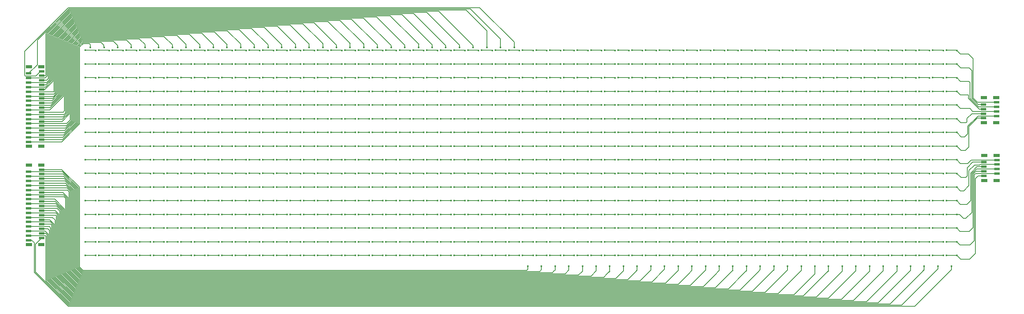
<source format=gbl>
G04 #@! TF.GenerationSoftware,KiCad,Pcbnew,6.0.8+dfsg-1~bpo11+1*
G04 #@! TF.CreationDate,2023-05-30T16:57:20-04:00*
G04 #@! TF.ProjectId,09_padded_high_res_tight,30395f70-6164-4646-9564-5f686967685f,rev?*
G04 #@! TF.SameCoordinates,Original*
G04 #@! TF.FileFunction,Copper,L2,Bot*
G04 #@! TF.FilePolarity,Positive*
%FSLAX46Y46*%
G04 Gerber Fmt 4.6, Leading zero omitted, Abs format (unit mm)*
G04 Created by KiCad (PCBNEW 6.0.8+dfsg-1~bpo11+1) date 2023-05-30 16:57:20*
%MOMM*%
%LPD*%
G01*
G04 APERTURE LIST*
G04 #@! TA.AperFunction,SMDPad,CuDef*
%ADD10R,1.200000X0.600000*%
G04 #@! TD*
G04 #@! TA.AperFunction,SMDPad,CuDef*
%ADD11R,1.400000X0.800000*%
G04 #@! TD*
G04 #@! TA.AperFunction,ViaPad*
%ADD12C,0.400000*%
G04 #@! TD*
G04 #@! TA.AperFunction,Conductor*
%ADD13C,0.127000*%
G04 #@! TD*
G04 APERTURE END LIST*
D10*
X263090000Y-81540000D03*
X260190000Y-82040000D03*
X263090000Y-82540000D03*
X260190000Y-83040000D03*
X263090000Y-83540000D03*
X260190000Y-84040000D03*
X263090000Y-84540000D03*
X260190000Y-85040000D03*
D11*
X262990000Y-80540000D03*
X260290000Y-80540000D03*
X262990000Y-86040000D03*
X260290000Y-86040000D03*
D10*
X53490000Y-62070000D03*
X50590000Y-62570000D03*
X53490000Y-63070000D03*
X50590000Y-63570000D03*
X53490000Y-64070000D03*
X50590000Y-64570000D03*
X53490000Y-65070000D03*
X50590000Y-65570000D03*
X53490000Y-66070000D03*
X50590000Y-66570000D03*
X53490000Y-67070000D03*
X50590000Y-67570000D03*
X53490000Y-68070000D03*
X50590000Y-68570000D03*
X53490000Y-69070000D03*
X50590000Y-69570000D03*
X53490000Y-70070000D03*
X50590000Y-70570000D03*
X53490000Y-71070000D03*
X50590000Y-71570000D03*
X53490000Y-72070000D03*
X50590000Y-72570000D03*
X53490000Y-73070000D03*
X50590000Y-73570000D03*
X53490000Y-74070000D03*
X50590000Y-74570000D03*
X53490000Y-75070000D03*
X50590000Y-75570000D03*
X53490000Y-76070000D03*
X50590000Y-76570000D03*
X53490000Y-77070000D03*
X50590000Y-77570000D03*
D11*
X53390000Y-61070000D03*
X50690000Y-61070000D03*
X53390000Y-78570000D03*
X50690000Y-78570000D03*
D10*
X50560000Y-99160000D03*
X53460000Y-98660000D03*
X50560000Y-98160000D03*
X53460000Y-97660000D03*
X50560000Y-97160000D03*
X53460000Y-96660000D03*
X50560000Y-96160000D03*
X53460000Y-95660000D03*
X50560000Y-95160000D03*
X53460000Y-94660000D03*
X50560000Y-94160000D03*
X53460000Y-93660000D03*
X50560000Y-93160000D03*
X53460000Y-92660000D03*
X50560000Y-92160000D03*
X53460000Y-91660000D03*
X50560000Y-91160000D03*
X53460000Y-90660000D03*
X50560000Y-90160000D03*
X53460000Y-89660000D03*
X50560000Y-89160000D03*
X53460000Y-88660000D03*
X50560000Y-88160000D03*
X53460000Y-87660000D03*
X50560000Y-87160000D03*
X53460000Y-86660000D03*
X50560000Y-86160000D03*
X53460000Y-85660000D03*
X50560000Y-85160000D03*
X53460000Y-84660000D03*
X50560000Y-84160000D03*
X53460000Y-83660000D03*
D11*
X50660000Y-100160000D03*
X53360000Y-100160000D03*
X50660000Y-82660000D03*
X53360000Y-82660000D03*
D10*
X262990000Y-68890000D03*
X260090000Y-69390000D03*
X262990000Y-69890000D03*
X260090000Y-70390000D03*
X262990000Y-70890000D03*
X260090000Y-71390000D03*
X262990000Y-71890000D03*
X260090000Y-72390000D03*
D11*
X262890000Y-67890000D03*
X260190000Y-67890000D03*
X262890000Y-73390000D03*
X260190000Y-73390000D03*
D12*
X254300000Y-102510000D03*
X251980000Y-102490000D03*
X251300000Y-102510000D03*
X248980000Y-102490000D03*
X248300000Y-102510000D03*
X245980000Y-102490000D03*
X245300000Y-102510000D03*
X242980000Y-102490000D03*
X242300000Y-102510000D03*
X239980000Y-102490000D03*
X239300000Y-102510000D03*
X236980000Y-102490000D03*
X236300000Y-102510000D03*
X233980000Y-102490000D03*
X233300000Y-102510000D03*
X230980000Y-102490000D03*
X230300000Y-102510000D03*
X227980000Y-102490000D03*
X227300000Y-102510000D03*
X224980000Y-102490000D03*
X224300000Y-102510000D03*
X221980000Y-102490000D03*
X221300000Y-102510000D03*
X218980000Y-102490000D03*
X218300000Y-102510000D03*
X215980000Y-102490000D03*
X215300000Y-102510000D03*
X212980000Y-102490000D03*
X212300000Y-102510000D03*
X209980000Y-102490000D03*
X209300000Y-102510000D03*
X206980000Y-102490000D03*
X206300000Y-102510000D03*
X203980000Y-102490000D03*
X203300000Y-102510000D03*
X200980000Y-102490000D03*
X200300000Y-102510000D03*
X197980000Y-102490000D03*
X197300000Y-102510000D03*
X194980000Y-102490000D03*
X194300000Y-102510000D03*
X191980000Y-102490000D03*
X191300000Y-102510000D03*
X188980000Y-102490000D03*
X188300000Y-102510000D03*
X185980000Y-102490000D03*
X185300000Y-102510000D03*
X182980000Y-102490000D03*
X182300000Y-102510000D03*
X179980000Y-102490000D03*
X179300000Y-102510000D03*
X176980000Y-102490000D03*
X176300000Y-102510000D03*
X173980000Y-102490000D03*
X173300000Y-102510000D03*
X170980000Y-102490000D03*
X170300000Y-102510000D03*
X167980000Y-102490000D03*
X167300000Y-102510000D03*
X164980000Y-102490000D03*
X164300000Y-102510000D03*
X161980000Y-102490000D03*
X161300000Y-102510000D03*
X158980000Y-102490000D03*
X158300000Y-102510000D03*
X155980000Y-102490000D03*
X155300000Y-102510000D03*
X152980000Y-102490000D03*
X152300000Y-102510000D03*
X149980000Y-102490000D03*
X149300000Y-102510000D03*
X146980000Y-102490000D03*
X146300000Y-102510000D03*
X143980000Y-102490000D03*
X143300000Y-102510000D03*
X140980000Y-102490000D03*
X140300000Y-102510000D03*
X137980000Y-102490000D03*
X137300000Y-102510000D03*
X134980000Y-102490000D03*
X134300000Y-102510000D03*
X131980000Y-102490000D03*
X131300000Y-102510000D03*
X128980000Y-102490000D03*
X128300000Y-102510000D03*
X125980000Y-102490000D03*
X125300000Y-102510000D03*
X122980000Y-102490000D03*
X122300000Y-102510000D03*
X119980000Y-102490000D03*
X119300000Y-102510000D03*
X116980000Y-102490000D03*
X116300000Y-102510000D03*
X113980000Y-102490000D03*
X113300000Y-102510000D03*
X110980000Y-102490000D03*
X110300000Y-102510000D03*
X107980000Y-102490000D03*
X107300000Y-102510000D03*
X104980000Y-102490000D03*
X104300000Y-102510000D03*
X101980000Y-102490000D03*
X101300000Y-102510000D03*
X98980000Y-102490000D03*
X98300000Y-102510000D03*
X95980000Y-102490000D03*
X95300000Y-102510000D03*
X92980000Y-102490000D03*
X92300000Y-102510000D03*
X89980000Y-102490000D03*
X89300000Y-102510000D03*
X86980000Y-102490000D03*
X86300000Y-102510000D03*
X83980000Y-102490000D03*
X83300000Y-102510000D03*
X80980000Y-102490000D03*
X80300000Y-102510000D03*
X77980000Y-102490000D03*
X77300000Y-102510000D03*
X74980000Y-102490000D03*
X74300000Y-102510000D03*
X71980000Y-102490000D03*
X71300000Y-102510000D03*
X68980000Y-102490000D03*
X68300000Y-102510000D03*
X65980000Y-102490000D03*
X65300000Y-102510000D03*
X62980000Y-102490000D03*
X254300000Y-99510000D03*
X251980000Y-99490000D03*
X251300000Y-99510000D03*
X248980000Y-99490000D03*
X248300000Y-99510000D03*
X245980000Y-99490000D03*
X245300000Y-99510000D03*
X242980000Y-99490000D03*
X242300000Y-99510000D03*
X239980000Y-99490000D03*
X239300000Y-99510000D03*
X236980000Y-99490000D03*
X236300000Y-99510000D03*
X233980000Y-99490000D03*
X233300000Y-99510000D03*
X230980000Y-99490000D03*
X230300000Y-99510000D03*
X227980000Y-99490000D03*
X227300000Y-99510000D03*
X224980000Y-99490000D03*
X224300000Y-99510000D03*
X221980000Y-99490000D03*
X221300000Y-99510000D03*
X218980000Y-99490000D03*
X218300000Y-99510000D03*
X215980000Y-99490000D03*
X215300000Y-99510000D03*
X212980000Y-99490000D03*
X212300000Y-99510000D03*
X209980000Y-99490000D03*
X209300000Y-99510000D03*
X206980000Y-99490000D03*
X206300000Y-99510000D03*
X203980000Y-99490000D03*
X203300000Y-99510000D03*
X200980000Y-99490000D03*
X200300000Y-99510000D03*
X197980000Y-99490000D03*
X197300000Y-99510000D03*
X194980000Y-99490000D03*
X194300000Y-99510000D03*
X191980000Y-99490000D03*
X191300000Y-99510000D03*
X188980000Y-99490000D03*
X188300000Y-99510000D03*
X185980000Y-99490000D03*
X185300000Y-99510000D03*
X182980000Y-99490000D03*
X182300000Y-99510000D03*
X179980000Y-99490000D03*
X179300000Y-99510000D03*
X176980000Y-99490000D03*
X176300000Y-99510000D03*
X173980000Y-99490000D03*
X173300000Y-99510000D03*
X170980000Y-99490000D03*
X170300000Y-99510000D03*
X167980000Y-99490000D03*
X167300000Y-99510000D03*
X164980000Y-99490000D03*
X164300000Y-99510000D03*
X161980000Y-99490000D03*
X161300000Y-99510000D03*
X158980000Y-99490000D03*
X158300000Y-99510000D03*
X155980000Y-99490000D03*
X155300000Y-99510000D03*
X152980000Y-99490000D03*
X152300000Y-99510000D03*
X149980000Y-99490000D03*
X149300000Y-99510000D03*
X146980000Y-99490000D03*
X146300000Y-99510000D03*
X143980000Y-99490000D03*
X143300000Y-99510000D03*
X140980000Y-99490000D03*
X140300000Y-99510000D03*
X137980000Y-99490000D03*
X137300000Y-99510000D03*
X134980000Y-99490000D03*
X134300000Y-99510000D03*
X131980000Y-99490000D03*
X131300000Y-99510000D03*
X128980000Y-99490000D03*
X128300000Y-99510000D03*
X125980000Y-99490000D03*
X125300000Y-99510000D03*
X122980000Y-99490000D03*
X122300000Y-99510000D03*
X119980000Y-99490000D03*
X119300000Y-99510000D03*
X116980000Y-99490000D03*
X116300000Y-99510000D03*
X113980000Y-99490000D03*
X113300000Y-99510000D03*
X110980000Y-99490000D03*
X110300000Y-99510000D03*
X107980000Y-99490000D03*
X107300000Y-99510000D03*
X104980000Y-99490000D03*
X104300000Y-99510000D03*
X101980000Y-99490000D03*
X101300000Y-99510000D03*
X98980000Y-99490000D03*
X98300000Y-99510000D03*
X95980000Y-99490000D03*
X95300000Y-99510000D03*
X92980000Y-99490000D03*
X92300000Y-99510000D03*
X89980000Y-99490000D03*
X89300000Y-99510000D03*
X86980000Y-99490000D03*
X86300000Y-99510000D03*
X83980000Y-99490000D03*
X83300000Y-99510000D03*
X80980000Y-99490000D03*
X80300000Y-99510000D03*
X77980000Y-99490000D03*
X77300000Y-99510000D03*
X74980000Y-99490000D03*
X74300000Y-99510000D03*
X71980000Y-99490000D03*
X71300000Y-99510000D03*
X68980000Y-99490000D03*
X68300000Y-99510000D03*
X65980000Y-99490000D03*
X65300000Y-99510000D03*
X62980000Y-99490000D03*
X254300000Y-96510000D03*
X251980000Y-96490000D03*
X251300000Y-96510000D03*
X248980000Y-96490000D03*
X248300000Y-96510000D03*
X245980000Y-96490000D03*
X245300000Y-96510000D03*
X242980000Y-96490000D03*
X242300000Y-96510000D03*
X239980000Y-96490000D03*
X239300000Y-96510000D03*
X236980000Y-96490000D03*
X236300000Y-96510000D03*
X233980000Y-96490000D03*
X233300000Y-96510000D03*
X230980000Y-96490000D03*
X230300000Y-96510000D03*
X227980000Y-96490000D03*
X227300000Y-96510000D03*
X224980000Y-96490000D03*
X224300000Y-96510000D03*
X221980000Y-96490000D03*
X221300000Y-96510000D03*
X218980000Y-96490000D03*
X218300000Y-96510000D03*
X215980000Y-96490000D03*
X215300000Y-96510000D03*
X212980000Y-96490000D03*
X212300000Y-96510000D03*
X209980000Y-96490000D03*
X209300000Y-96510000D03*
X206980000Y-96490000D03*
X206300000Y-96510000D03*
X203980000Y-96490000D03*
X203300000Y-96510000D03*
X200980000Y-96490000D03*
X200300000Y-96510000D03*
X197980000Y-96490000D03*
X197300000Y-96510000D03*
X194980000Y-96490000D03*
X194300000Y-96510000D03*
X191980000Y-96490000D03*
X191300000Y-96510000D03*
X188980000Y-96490000D03*
X188300000Y-96510000D03*
X185980000Y-96490000D03*
X185300000Y-96510000D03*
X182980000Y-96490000D03*
X182300000Y-96510000D03*
X179980000Y-96490000D03*
X179300000Y-96510000D03*
X176980000Y-96490000D03*
X176300000Y-96510000D03*
X173980000Y-96490000D03*
X173300000Y-96510000D03*
X170980000Y-96490000D03*
X170300000Y-96510000D03*
X167980000Y-96490000D03*
X167300000Y-96510000D03*
X164980000Y-96490000D03*
X164300000Y-96510000D03*
X161980000Y-96490000D03*
X161300000Y-96510000D03*
X158980000Y-96490000D03*
X158300000Y-96510000D03*
X155980000Y-96490000D03*
X155300000Y-96510000D03*
X152980000Y-96490000D03*
X152300000Y-96510000D03*
X149980000Y-96490000D03*
X149300000Y-96510000D03*
X146980000Y-96490000D03*
X146300000Y-96510000D03*
X143980000Y-96490000D03*
X143300000Y-96510000D03*
X140980000Y-96490000D03*
X140300000Y-96510000D03*
X137980000Y-96490000D03*
X137300000Y-96510000D03*
X134980000Y-96490000D03*
X134300000Y-96510000D03*
X131980000Y-96490000D03*
X131300000Y-96510000D03*
X128980000Y-96490000D03*
X128300000Y-96510000D03*
X125980000Y-96490000D03*
X125300000Y-96510000D03*
X122980000Y-96490000D03*
X122300000Y-96510000D03*
X119980000Y-96490000D03*
X119300000Y-96510000D03*
X116980000Y-96490000D03*
X116300000Y-96510000D03*
X113980000Y-96490000D03*
X113300000Y-96510000D03*
X110980000Y-96490000D03*
X110300000Y-96510000D03*
X107980000Y-96490000D03*
X107300000Y-96510000D03*
X104980000Y-96490000D03*
X104300000Y-96510000D03*
X101980000Y-96490000D03*
X101300000Y-96510000D03*
X98980000Y-96490000D03*
X98300000Y-96510000D03*
X95980000Y-96490000D03*
X95300000Y-96510000D03*
X92980000Y-96490000D03*
X92300000Y-96510000D03*
X89980000Y-96490000D03*
X89300000Y-96510000D03*
X86980000Y-96490000D03*
X86300000Y-96510000D03*
X83980000Y-96490000D03*
X83300000Y-96510000D03*
X80980000Y-96490000D03*
X80300000Y-96510000D03*
X77980000Y-96490000D03*
X77300000Y-96510000D03*
X74980000Y-96490000D03*
X74300000Y-96510000D03*
X71980000Y-96490000D03*
X71300000Y-96510000D03*
X68980000Y-96490000D03*
X68300000Y-96510000D03*
X65980000Y-96490000D03*
X65300000Y-96510000D03*
X62980000Y-96490000D03*
X254300000Y-93510000D03*
X251980000Y-93490000D03*
X251300000Y-93510000D03*
X248980000Y-93490000D03*
X248300000Y-93510000D03*
X245980000Y-93490000D03*
X245300000Y-93510000D03*
X242980000Y-93490000D03*
X242300000Y-93510000D03*
X239980000Y-93490000D03*
X239300000Y-93510000D03*
X236980000Y-93490000D03*
X236300000Y-93510000D03*
X233980000Y-93490000D03*
X233300000Y-93510000D03*
X230980000Y-93490000D03*
X230300000Y-93510000D03*
X227980000Y-93490000D03*
X227300000Y-93510000D03*
X224980000Y-93490000D03*
X224300000Y-93510000D03*
X221980000Y-93490000D03*
X221300000Y-93510000D03*
X218980000Y-93490000D03*
X218300000Y-93510000D03*
X215980000Y-93490000D03*
X215300000Y-93510000D03*
X212980000Y-93490000D03*
X212300000Y-93510000D03*
X209980000Y-93490000D03*
X209300000Y-93510000D03*
X206980000Y-93490000D03*
X206300000Y-93510000D03*
X203980000Y-93490000D03*
X203300000Y-93510000D03*
X200980000Y-93490000D03*
X200300000Y-93510000D03*
X197980000Y-93490000D03*
X197300000Y-93510000D03*
X194980000Y-93490000D03*
X194300000Y-93510000D03*
X191980000Y-93490000D03*
X191300000Y-93510000D03*
X188980000Y-93490000D03*
X188300000Y-93510000D03*
X185980000Y-93490000D03*
X185300000Y-93510000D03*
X182980000Y-93490000D03*
X182300000Y-93510000D03*
X179980000Y-93490000D03*
X179300000Y-93510000D03*
X176980000Y-93490000D03*
X176300000Y-93510000D03*
X173980000Y-93490000D03*
X173300000Y-93510000D03*
X170980000Y-93490000D03*
X170300000Y-93510000D03*
X167980000Y-93490000D03*
X167300000Y-93510000D03*
X164980000Y-93490000D03*
X164300000Y-93510000D03*
X161980000Y-93490000D03*
X161300000Y-93510000D03*
X158980000Y-93490000D03*
X158300000Y-93510000D03*
X155980000Y-93490000D03*
X155300000Y-93510000D03*
X152980000Y-93490000D03*
X152300000Y-93510000D03*
X149980000Y-93490000D03*
X149300000Y-93510000D03*
X146980000Y-93490000D03*
X146300000Y-93510000D03*
X143980000Y-93490000D03*
X143300000Y-93510000D03*
X140980000Y-93490000D03*
X140300000Y-93510000D03*
X137980000Y-93490000D03*
X137300000Y-93510000D03*
X134980000Y-93490000D03*
X134300000Y-93510000D03*
X131980000Y-93490000D03*
X131300000Y-93510000D03*
X128980000Y-93490000D03*
X128300000Y-93510000D03*
X125980000Y-93490000D03*
X125300000Y-93510000D03*
X122980000Y-93490000D03*
X122300000Y-93510000D03*
X119980000Y-93490000D03*
X119300000Y-93510000D03*
X116980000Y-93490000D03*
X116300000Y-93510000D03*
X113980000Y-93490000D03*
X113300000Y-93510000D03*
X110980000Y-93490000D03*
X110300000Y-93510000D03*
X107980000Y-93490000D03*
X107300000Y-93510000D03*
X104980000Y-93490000D03*
X104300000Y-93510000D03*
X101980000Y-93490000D03*
X101300000Y-93510000D03*
X98980000Y-93490000D03*
X98300000Y-93510000D03*
X95980000Y-93490000D03*
X95300000Y-93510000D03*
X92980000Y-93490000D03*
X92300000Y-93510000D03*
X89980000Y-93490000D03*
X89300000Y-93510000D03*
X86980000Y-93490000D03*
X86300000Y-93510000D03*
X83980000Y-93490000D03*
X83300000Y-93510000D03*
X80980000Y-93490000D03*
X80300000Y-93510000D03*
X77980000Y-93490000D03*
X77300000Y-93510000D03*
X74980000Y-93490000D03*
X74300000Y-93510000D03*
X71980000Y-93490000D03*
X71300000Y-93510000D03*
X68980000Y-93490000D03*
X68300000Y-93510000D03*
X65980000Y-93490000D03*
X65300000Y-93510000D03*
X62980000Y-93490000D03*
X254300000Y-90510000D03*
X251980000Y-90490000D03*
X251300000Y-90510000D03*
X248980000Y-90490000D03*
X248300000Y-90510000D03*
X245980000Y-90490000D03*
X245300000Y-90510000D03*
X242980000Y-90490000D03*
X242300000Y-90510000D03*
X239980000Y-90490000D03*
X239300000Y-90510000D03*
X236980000Y-90490000D03*
X236300000Y-90510000D03*
X233980000Y-90490000D03*
X233300000Y-90510000D03*
X230980000Y-90490000D03*
X230300000Y-90510000D03*
X227980000Y-90490000D03*
X227300000Y-90510000D03*
X224980000Y-90490000D03*
X224300000Y-90510000D03*
X221980000Y-90490000D03*
X221300000Y-90510000D03*
X218980000Y-90490000D03*
X218300000Y-90510000D03*
X215980000Y-90490000D03*
X215300000Y-90510000D03*
X212980000Y-90490000D03*
X212300000Y-90510000D03*
X209980000Y-90490000D03*
X209300000Y-90510000D03*
X206980000Y-90490000D03*
X206300000Y-90510000D03*
X203980000Y-90490000D03*
X203300000Y-90510000D03*
X200980000Y-90490000D03*
X200300000Y-90510000D03*
X197980000Y-90490000D03*
X197300000Y-90510000D03*
X194980000Y-90490000D03*
X194300000Y-90510000D03*
X191980000Y-90490000D03*
X191300000Y-90510000D03*
X188980000Y-90490000D03*
X188300000Y-90510000D03*
X185980000Y-90490000D03*
X185300000Y-90510000D03*
X182980000Y-90490000D03*
X182300000Y-90510000D03*
X179980000Y-90490000D03*
X179300000Y-90510000D03*
X176980000Y-90490000D03*
X176300000Y-90510000D03*
X173980000Y-90490000D03*
X173300000Y-90510000D03*
X170980000Y-90490000D03*
X170300000Y-90510000D03*
X167980000Y-90490000D03*
X167300000Y-90510000D03*
X164980000Y-90490000D03*
X164300000Y-90510000D03*
X161980000Y-90490000D03*
X161300000Y-90510000D03*
X158980000Y-90490000D03*
X158300000Y-90510000D03*
X155980000Y-90490000D03*
X155300000Y-90510000D03*
X152980000Y-90490000D03*
X152300000Y-90510000D03*
X149980000Y-90490000D03*
X149300000Y-90510000D03*
X146980000Y-90490000D03*
X146300000Y-90510000D03*
X143980000Y-90490000D03*
X143300000Y-90510000D03*
X140980000Y-90490000D03*
X140300000Y-90510000D03*
X137980000Y-90490000D03*
X137300000Y-90510000D03*
X134980000Y-90490000D03*
X134300000Y-90510000D03*
X131980000Y-90490000D03*
X131300000Y-90510000D03*
X128980000Y-90490000D03*
X128300000Y-90510000D03*
X125980000Y-90490000D03*
X125300000Y-90510000D03*
X122980000Y-90490000D03*
X122300000Y-90510000D03*
X119980000Y-90490000D03*
X119300000Y-90510000D03*
X116980000Y-90490000D03*
X116300000Y-90510000D03*
X113980000Y-90490000D03*
X113300000Y-90510000D03*
X110980000Y-90490000D03*
X110300000Y-90510000D03*
X107980000Y-90490000D03*
X107300000Y-90510000D03*
X104980000Y-90490000D03*
X104300000Y-90510000D03*
X101980000Y-90490000D03*
X101300000Y-90510000D03*
X98980000Y-90490000D03*
X98300000Y-90510000D03*
X95980000Y-90490000D03*
X95300000Y-90510000D03*
X92980000Y-90490000D03*
X92300000Y-90510000D03*
X89980000Y-90490000D03*
X89300000Y-90510000D03*
X86980000Y-90490000D03*
X86300000Y-90510000D03*
X83980000Y-90490000D03*
X83300000Y-90510000D03*
X80980000Y-90490000D03*
X80300000Y-90510000D03*
X77980000Y-90490000D03*
X77300000Y-90510000D03*
X74980000Y-90490000D03*
X74300000Y-90510000D03*
X71980000Y-90490000D03*
X71300000Y-90510000D03*
X68980000Y-90490000D03*
X68300000Y-90510000D03*
X65980000Y-90490000D03*
X65300000Y-90510000D03*
X62980000Y-90490000D03*
X254300000Y-87510000D03*
X251980000Y-87490000D03*
X251300000Y-87510000D03*
X248980000Y-87490000D03*
X248300000Y-87510000D03*
X245980000Y-87490000D03*
X245300000Y-87510000D03*
X242980000Y-87490000D03*
X242300000Y-87510000D03*
X239980000Y-87490000D03*
X239300000Y-87510000D03*
X236980000Y-87490000D03*
X236300000Y-87510000D03*
X233980000Y-87490000D03*
X233300000Y-87510000D03*
X230980000Y-87490000D03*
X230300000Y-87510000D03*
X227980000Y-87490000D03*
X227300000Y-87510000D03*
X224980000Y-87490000D03*
X224300000Y-87510000D03*
X221980000Y-87490000D03*
X221300000Y-87510000D03*
X218980000Y-87490000D03*
X218300000Y-87510000D03*
X215980000Y-87490000D03*
X215300000Y-87510000D03*
X212980000Y-87490000D03*
X212300000Y-87510000D03*
X209980000Y-87490000D03*
X209300000Y-87510000D03*
X206980000Y-87490000D03*
X206300000Y-87510000D03*
X203980000Y-87490000D03*
X203300000Y-87510000D03*
X200980000Y-87490000D03*
X200300000Y-87510000D03*
X197980000Y-87490000D03*
X197300000Y-87510000D03*
X194980000Y-87490000D03*
X194300000Y-87510000D03*
X191980000Y-87490000D03*
X191300000Y-87510000D03*
X188980000Y-87490000D03*
X188300000Y-87510000D03*
X185980000Y-87490000D03*
X185300000Y-87510000D03*
X182980000Y-87490000D03*
X182300000Y-87510000D03*
X179980000Y-87490000D03*
X179300000Y-87510000D03*
X176980000Y-87490000D03*
X176300000Y-87510000D03*
X173980000Y-87490000D03*
X173300000Y-87510000D03*
X170980000Y-87490000D03*
X170300000Y-87510000D03*
X167980000Y-87490000D03*
X167300000Y-87510000D03*
X164980000Y-87490000D03*
X164300000Y-87510000D03*
X161980000Y-87490000D03*
X161300000Y-87510000D03*
X158980000Y-87490000D03*
X158300000Y-87510000D03*
X155980000Y-87490000D03*
X155300000Y-87510000D03*
X152980000Y-87490000D03*
X152300000Y-87510000D03*
X149980000Y-87490000D03*
X149300000Y-87510000D03*
X146980000Y-87490000D03*
X146300000Y-87510000D03*
X143980000Y-87490000D03*
X143300000Y-87510000D03*
X140980000Y-87490000D03*
X140300000Y-87510000D03*
X137980000Y-87490000D03*
X137300000Y-87510000D03*
X134980000Y-87490000D03*
X134300000Y-87510000D03*
X131980000Y-87490000D03*
X131300000Y-87510000D03*
X128980000Y-87490000D03*
X128300000Y-87510000D03*
X125980000Y-87490000D03*
X125300000Y-87510000D03*
X122980000Y-87490000D03*
X122300000Y-87510000D03*
X119980000Y-87490000D03*
X119300000Y-87510000D03*
X116980000Y-87490000D03*
X116300000Y-87510000D03*
X113980000Y-87490000D03*
X113300000Y-87510000D03*
X110980000Y-87490000D03*
X110300000Y-87510000D03*
X107980000Y-87490000D03*
X107300000Y-87510000D03*
X104980000Y-87490000D03*
X104300000Y-87510000D03*
X101980000Y-87490000D03*
X101300000Y-87510000D03*
X98980000Y-87490000D03*
X98300000Y-87510000D03*
X95980000Y-87490000D03*
X95300000Y-87510000D03*
X92980000Y-87490000D03*
X92300000Y-87510000D03*
X89980000Y-87490000D03*
X89300000Y-87510000D03*
X86980000Y-87490000D03*
X86300000Y-87510000D03*
X83980000Y-87490000D03*
X83300000Y-87510000D03*
X80980000Y-87490000D03*
X80300000Y-87510000D03*
X77980000Y-87490000D03*
X77300000Y-87510000D03*
X74980000Y-87490000D03*
X74300000Y-87510000D03*
X71980000Y-87490000D03*
X71300000Y-87510000D03*
X68980000Y-87490000D03*
X68300000Y-87510000D03*
X65980000Y-87490000D03*
X65300000Y-87510000D03*
X62980000Y-87490000D03*
X254300000Y-84510000D03*
X251980000Y-84490000D03*
X251300000Y-84510000D03*
X248980000Y-84490000D03*
X248300000Y-84510000D03*
X245980000Y-84490000D03*
X245300000Y-84510000D03*
X242980000Y-84490000D03*
X242300000Y-84510000D03*
X239980000Y-84490000D03*
X239300000Y-84510000D03*
X236980000Y-84490000D03*
X236300000Y-84510000D03*
X233980000Y-84490000D03*
X233300000Y-84510000D03*
X230980000Y-84490000D03*
X230300000Y-84510000D03*
X227980000Y-84490000D03*
X227300000Y-84510000D03*
X224980000Y-84490000D03*
X224300000Y-84510000D03*
X221980000Y-84490000D03*
X221300000Y-84510000D03*
X218980000Y-84490000D03*
X218300000Y-84510000D03*
X215980000Y-84490000D03*
X215300000Y-84510000D03*
X212980000Y-84490000D03*
X212300000Y-84510000D03*
X209980000Y-84490000D03*
X209300000Y-84510000D03*
X206980000Y-84490000D03*
X206300000Y-84510000D03*
X203980000Y-84490000D03*
X203300000Y-84510000D03*
X200980000Y-84490000D03*
X200300000Y-84510000D03*
X197980000Y-84490000D03*
X197300000Y-84510000D03*
X194980000Y-84490000D03*
X194300000Y-84510000D03*
X191980000Y-84490000D03*
X191300000Y-84510000D03*
X188980000Y-84490000D03*
X188300000Y-84510000D03*
X185980000Y-84490000D03*
X185300000Y-84510000D03*
X182980000Y-84490000D03*
X182300000Y-84510000D03*
X179980000Y-84490000D03*
X179300000Y-84510000D03*
X176980000Y-84490000D03*
X176300000Y-84510000D03*
X173980000Y-84490000D03*
X173300000Y-84510000D03*
X170980000Y-84490000D03*
X170300000Y-84510000D03*
X167980000Y-84490000D03*
X167300000Y-84510000D03*
X164980000Y-84490000D03*
X164300000Y-84510000D03*
X161980000Y-84490000D03*
X161300000Y-84510000D03*
X158980000Y-84490000D03*
X158300000Y-84510000D03*
X155980000Y-84490000D03*
X155300000Y-84510000D03*
X152980000Y-84490000D03*
X152300000Y-84510000D03*
X149980000Y-84490000D03*
X149300000Y-84510000D03*
X146980000Y-84490000D03*
X146300000Y-84510000D03*
X143980000Y-84490000D03*
X143300000Y-84510000D03*
X140980000Y-84490000D03*
X140300000Y-84510000D03*
X137980000Y-84490000D03*
X137300000Y-84510000D03*
X134980000Y-84490000D03*
X134300000Y-84510000D03*
X131980000Y-84490000D03*
X131300000Y-84510000D03*
X128980000Y-84490000D03*
X128300000Y-84510000D03*
X125980000Y-84490000D03*
X125300000Y-84510000D03*
X122980000Y-84490000D03*
X122300000Y-84510000D03*
X119980000Y-84490000D03*
X119300000Y-84510000D03*
X116980000Y-84490000D03*
X116300000Y-84510000D03*
X113980000Y-84490000D03*
X113300000Y-84510000D03*
X110980000Y-84490000D03*
X110300000Y-84510000D03*
X107980000Y-84490000D03*
X107300000Y-84510000D03*
X104980000Y-84490000D03*
X104300000Y-84510000D03*
X101980000Y-84490000D03*
X101300000Y-84510000D03*
X98980000Y-84490000D03*
X98300000Y-84510000D03*
X95980000Y-84490000D03*
X95300000Y-84510000D03*
X92980000Y-84490000D03*
X92300000Y-84510000D03*
X89980000Y-84490000D03*
X89300000Y-84510000D03*
X86980000Y-84490000D03*
X86300000Y-84510000D03*
X83980000Y-84490000D03*
X83300000Y-84510000D03*
X80980000Y-84490000D03*
X80300000Y-84510000D03*
X77980000Y-84490000D03*
X77300000Y-84510000D03*
X74980000Y-84490000D03*
X74300000Y-84510000D03*
X71980000Y-84490000D03*
X71300000Y-84510000D03*
X68980000Y-84490000D03*
X68300000Y-84510000D03*
X65980000Y-84490000D03*
X65300000Y-84510000D03*
X62980000Y-84490000D03*
X254300000Y-81510000D03*
X251980000Y-81490000D03*
X251300000Y-81510000D03*
X248980000Y-81490000D03*
X248300000Y-81510000D03*
X245980000Y-81490000D03*
X245300000Y-81510000D03*
X242980000Y-81490000D03*
X242300000Y-81510000D03*
X239980000Y-81490000D03*
X239300000Y-81510000D03*
X236980000Y-81490000D03*
X236300000Y-81510000D03*
X233980000Y-81490000D03*
X233300000Y-81510000D03*
X230980000Y-81490000D03*
X230300000Y-81510000D03*
X227980000Y-81490000D03*
X227300000Y-81510000D03*
X224980000Y-81490000D03*
X224300000Y-81510000D03*
X221980000Y-81490000D03*
X221300000Y-81510000D03*
X218980000Y-81490000D03*
X218300000Y-81510000D03*
X215980000Y-81490000D03*
X215300000Y-81510000D03*
X212980000Y-81490000D03*
X212300000Y-81510000D03*
X209980000Y-81490000D03*
X209300000Y-81510000D03*
X206980000Y-81490000D03*
X206300000Y-81510000D03*
X203980000Y-81490000D03*
X203300000Y-81510000D03*
X200980000Y-81490000D03*
X200300000Y-81510000D03*
X197980000Y-81490000D03*
X197300000Y-81510000D03*
X194980000Y-81490000D03*
X194300000Y-81510000D03*
X191980000Y-81490000D03*
X191300000Y-81510000D03*
X188980000Y-81490000D03*
X188300000Y-81510000D03*
X185980000Y-81490000D03*
X185300000Y-81510000D03*
X182980000Y-81490000D03*
X182300000Y-81510000D03*
X179980000Y-81490000D03*
X179300000Y-81510000D03*
X176980000Y-81490000D03*
X176300000Y-81510000D03*
X173980000Y-81490000D03*
X173300000Y-81510000D03*
X170980000Y-81490000D03*
X170300000Y-81510000D03*
X167980000Y-81490000D03*
X167300000Y-81510000D03*
X164980000Y-81490000D03*
X164300000Y-81510000D03*
X161980000Y-81490000D03*
X161300000Y-81510000D03*
X158980000Y-81490000D03*
X158300000Y-81510000D03*
X155980000Y-81490000D03*
X155300000Y-81510000D03*
X152980000Y-81490000D03*
X152300000Y-81510000D03*
X149980000Y-81490000D03*
X149300000Y-81510000D03*
X146980000Y-81490000D03*
X146300000Y-81510000D03*
X143980000Y-81490000D03*
X143300000Y-81510000D03*
X140980000Y-81490000D03*
X140300000Y-81510000D03*
X137980000Y-81490000D03*
X137300000Y-81510000D03*
X134980000Y-81490000D03*
X134300000Y-81510000D03*
X131980000Y-81490000D03*
X131300000Y-81510000D03*
X128980000Y-81490000D03*
X128300000Y-81510000D03*
X125980000Y-81490000D03*
X125300000Y-81510000D03*
X122980000Y-81490000D03*
X122300000Y-81510000D03*
X119980000Y-81490000D03*
X119300000Y-81510000D03*
X116980000Y-81490000D03*
X116300000Y-81510000D03*
X113980000Y-81490000D03*
X113300000Y-81510000D03*
X110980000Y-81490000D03*
X110300000Y-81510000D03*
X107980000Y-81490000D03*
X107300000Y-81510000D03*
X104980000Y-81490000D03*
X104300000Y-81510000D03*
X101980000Y-81490000D03*
X101300000Y-81510000D03*
X98980000Y-81490000D03*
X98300000Y-81510000D03*
X95980000Y-81490000D03*
X95300000Y-81510000D03*
X92980000Y-81490000D03*
X92300000Y-81510000D03*
X89980000Y-81490000D03*
X89300000Y-81510000D03*
X86980000Y-81490000D03*
X86300000Y-81510000D03*
X83980000Y-81490000D03*
X83300000Y-81510000D03*
X80980000Y-81490000D03*
X80300000Y-81510000D03*
X77980000Y-81490000D03*
X77300000Y-81510000D03*
X74980000Y-81490000D03*
X74300000Y-81510000D03*
X71980000Y-81490000D03*
X71300000Y-81510000D03*
X68980000Y-81490000D03*
X68300000Y-81510000D03*
X65980000Y-81490000D03*
X65300000Y-81510000D03*
X62980000Y-81490000D03*
X254300000Y-78510000D03*
X251980000Y-78490000D03*
X251300000Y-78510000D03*
X248980000Y-78490000D03*
X248300000Y-78510000D03*
X245980000Y-78490000D03*
X245300000Y-78510000D03*
X242980000Y-78490000D03*
X242300000Y-78510000D03*
X239980000Y-78490000D03*
X239300000Y-78510000D03*
X236980000Y-78490000D03*
X236300000Y-78510000D03*
X233980000Y-78490000D03*
X233300000Y-78510000D03*
X230980000Y-78490000D03*
X230300000Y-78510000D03*
X227980000Y-78490000D03*
X227300000Y-78510000D03*
X224980000Y-78490000D03*
X224300000Y-78510000D03*
X221980000Y-78490000D03*
X221300000Y-78510000D03*
X218980000Y-78490000D03*
X218300000Y-78510000D03*
X215980000Y-78490000D03*
X215300000Y-78510000D03*
X212980000Y-78490000D03*
X212300000Y-78510000D03*
X209980000Y-78490000D03*
X209300000Y-78510000D03*
X206980000Y-78490000D03*
X206300000Y-78510000D03*
X203980000Y-78490000D03*
X203300000Y-78510000D03*
X200980000Y-78490000D03*
X200300000Y-78510000D03*
X197980000Y-78490000D03*
X197300000Y-78510000D03*
X194980000Y-78490000D03*
X194300000Y-78510000D03*
X191980000Y-78490000D03*
X191300000Y-78510000D03*
X188980000Y-78490000D03*
X188300000Y-78510000D03*
X185980000Y-78490000D03*
X185300000Y-78510000D03*
X182980000Y-78490000D03*
X182300000Y-78510000D03*
X179980000Y-78490000D03*
X179300000Y-78510000D03*
X176980000Y-78490000D03*
X176300000Y-78510000D03*
X173980000Y-78490000D03*
X173300000Y-78510000D03*
X170980000Y-78490000D03*
X170300000Y-78510000D03*
X167980000Y-78490000D03*
X167300000Y-78510000D03*
X164980000Y-78490000D03*
X164300000Y-78510000D03*
X161980000Y-78490000D03*
X161300000Y-78510000D03*
X158980000Y-78490000D03*
X158300000Y-78510000D03*
X155980000Y-78490000D03*
X155300000Y-78510000D03*
X152980000Y-78490000D03*
X152300000Y-78510000D03*
X149980000Y-78490000D03*
X149300000Y-78510000D03*
X146980000Y-78490000D03*
X146300000Y-78510000D03*
X143980000Y-78490000D03*
X143300000Y-78510000D03*
X140980000Y-78490000D03*
X140300000Y-78510000D03*
X137980000Y-78490000D03*
X137300000Y-78510000D03*
X134980000Y-78490000D03*
X134300000Y-78510000D03*
X131980000Y-78490000D03*
X131300000Y-78510000D03*
X128980000Y-78490000D03*
X128300000Y-78510000D03*
X125980000Y-78490000D03*
X125300000Y-78510000D03*
X122980000Y-78490000D03*
X122300000Y-78510000D03*
X119980000Y-78490000D03*
X119300000Y-78510000D03*
X116980000Y-78490000D03*
X116300000Y-78510000D03*
X113980000Y-78490000D03*
X113300000Y-78510000D03*
X110980000Y-78490000D03*
X110300000Y-78510000D03*
X107980000Y-78490000D03*
X107300000Y-78510000D03*
X104980000Y-78490000D03*
X104300000Y-78510000D03*
X101980000Y-78490000D03*
X101300000Y-78510000D03*
X98980000Y-78490000D03*
X98300000Y-78510000D03*
X95980000Y-78490000D03*
X95300000Y-78510000D03*
X92980000Y-78490000D03*
X92300000Y-78510000D03*
X89980000Y-78490000D03*
X89300000Y-78510000D03*
X86980000Y-78490000D03*
X86300000Y-78510000D03*
X83980000Y-78490000D03*
X83300000Y-78510000D03*
X80980000Y-78490000D03*
X80300000Y-78510000D03*
X77980000Y-78490000D03*
X77300000Y-78510000D03*
X74980000Y-78490000D03*
X74300000Y-78510000D03*
X71980000Y-78490000D03*
X71300000Y-78510000D03*
X68980000Y-78490000D03*
X68300000Y-78510000D03*
X65980000Y-78490000D03*
X65300000Y-78510000D03*
X62980000Y-78490000D03*
X254300000Y-75510000D03*
X251980000Y-75490000D03*
X251300000Y-75510000D03*
X248980000Y-75490000D03*
X248300000Y-75510000D03*
X245980000Y-75490000D03*
X245300000Y-75510000D03*
X242980000Y-75490000D03*
X242300000Y-75510000D03*
X239980000Y-75490000D03*
X239300000Y-75510000D03*
X236980000Y-75490000D03*
X236300000Y-75510000D03*
X233980000Y-75490000D03*
X233300000Y-75510000D03*
X230980000Y-75490000D03*
X230300000Y-75510000D03*
X227980000Y-75490000D03*
X227300000Y-75510000D03*
X224980000Y-75490000D03*
X224300000Y-75510000D03*
X221980000Y-75490000D03*
X221300000Y-75510000D03*
X218980000Y-75490000D03*
X218300000Y-75510000D03*
X215980000Y-75490000D03*
X215300000Y-75510000D03*
X212980000Y-75490000D03*
X212300000Y-75510000D03*
X209980000Y-75490000D03*
X209300000Y-75510000D03*
X206980000Y-75490000D03*
X206300000Y-75510000D03*
X203980000Y-75490000D03*
X203300000Y-75510000D03*
X200980000Y-75490000D03*
X200300000Y-75510000D03*
X197980000Y-75490000D03*
X197300000Y-75510000D03*
X194980000Y-75490000D03*
X194300000Y-75510000D03*
X191980000Y-75490000D03*
X191300000Y-75510000D03*
X188980000Y-75490000D03*
X188300000Y-75510000D03*
X185980000Y-75490000D03*
X185300000Y-75510000D03*
X182980000Y-75490000D03*
X182300000Y-75510000D03*
X179980000Y-75490000D03*
X179300000Y-75510000D03*
X176980000Y-75490000D03*
X176300000Y-75510000D03*
X173980000Y-75490000D03*
X173300000Y-75510000D03*
X170980000Y-75490000D03*
X170300000Y-75510000D03*
X167980000Y-75490000D03*
X167300000Y-75510000D03*
X164980000Y-75490000D03*
X164300000Y-75510000D03*
X161980000Y-75490000D03*
X161300000Y-75510000D03*
X158980000Y-75490000D03*
X158300000Y-75510000D03*
X155980000Y-75490000D03*
X155300000Y-75510000D03*
X152980000Y-75490000D03*
X152300000Y-75510000D03*
X149980000Y-75490000D03*
X149300000Y-75510000D03*
X146980000Y-75490000D03*
X146300000Y-75510000D03*
X143980000Y-75490000D03*
X143300000Y-75510000D03*
X140980000Y-75490000D03*
X140300000Y-75510000D03*
X137980000Y-75490000D03*
X137300000Y-75510000D03*
X134980000Y-75490000D03*
X134300000Y-75510000D03*
X131980000Y-75490000D03*
X131300000Y-75510000D03*
X128980000Y-75490000D03*
X128300000Y-75510000D03*
X125980000Y-75490000D03*
X125300000Y-75510000D03*
X122980000Y-75490000D03*
X122300000Y-75510000D03*
X119980000Y-75490000D03*
X119300000Y-75510000D03*
X116980000Y-75490000D03*
X116300000Y-75510000D03*
X113980000Y-75490000D03*
X113300000Y-75510000D03*
X110980000Y-75490000D03*
X110300000Y-75510000D03*
X107980000Y-75490000D03*
X107300000Y-75510000D03*
X104980000Y-75490000D03*
X104300000Y-75510000D03*
X101980000Y-75490000D03*
X101300000Y-75510000D03*
X98980000Y-75490000D03*
X98300000Y-75510000D03*
X95980000Y-75490000D03*
X95300000Y-75510000D03*
X92980000Y-75490000D03*
X92300000Y-75510000D03*
X89980000Y-75490000D03*
X89300000Y-75510000D03*
X86980000Y-75490000D03*
X86300000Y-75510000D03*
X83980000Y-75490000D03*
X83300000Y-75510000D03*
X80980000Y-75490000D03*
X80300000Y-75510000D03*
X77980000Y-75490000D03*
X77300000Y-75510000D03*
X74980000Y-75490000D03*
X74300000Y-75510000D03*
X71980000Y-75490000D03*
X71300000Y-75510000D03*
X68980000Y-75490000D03*
X68300000Y-75510000D03*
X65980000Y-75490000D03*
X65300000Y-75510000D03*
X62980000Y-75490000D03*
X254300000Y-72510000D03*
X251980000Y-72490000D03*
X251300000Y-72510000D03*
X248980000Y-72490000D03*
X248300000Y-72510000D03*
X245980000Y-72490000D03*
X245300000Y-72510000D03*
X242980000Y-72490000D03*
X242300000Y-72510000D03*
X239980000Y-72490000D03*
X239300000Y-72510000D03*
X236980000Y-72490000D03*
X236300000Y-72510000D03*
X233980000Y-72490000D03*
X233300000Y-72510000D03*
X230980000Y-72490000D03*
X230300000Y-72510000D03*
X227980000Y-72490000D03*
X227300000Y-72510000D03*
X224980000Y-72490000D03*
X224300000Y-72510000D03*
X221980000Y-72490000D03*
X221300000Y-72510000D03*
X218980000Y-72490000D03*
X218300000Y-72510000D03*
X215980000Y-72490000D03*
X215300000Y-72510000D03*
X212980000Y-72490000D03*
X212300000Y-72510000D03*
X209980000Y-72490000D03*
X209300000Y-72510000D03*
X206980000Y-72490000D03*
X206300000Y-72510000D03*
X203980000Y-72490000D03*
X203300000Y-72510000D03*
X200980000Y-72490000D03*
X200300000Y-72510000D03*
X197980000Y-72490000D03*
X197300000Y-72510000D03*
X194980000Y-72490000D03*
X194300000Y-72510000D03*
X191980000Y-72490000D03*
X191300000Y-72510000D03*
X188980000Y-72490000D03*
X188300000Y-72510000D03*
X185980000Y-72490000D03*
X185300000Y-72510000D03*
X182980000Y-72490000D03*
X182300000Y-72510000D03*
X179980000Y-72490000D03*
X179300000Y-72510000D03*
X176980000Y-72490000D03*
X176300000Y-72510000D03*
X173980000Y-72490000D03*
X173300000Y-72510000D03*
X170980000Y-72490000D03*
X170300000Y-72510000D03*
X167980000Y-72490000D03*
X167300000Y-72510000D03*
X164980000Y-72490000D03*
X164300000Y-72510000D03*
X161980000Y-72490000D03*
X161300000Y-72510000D03*
X158980000Y-72490000D03*
X158300000Y-72510000D03*
X155980000Y-72490000D03*
X155300000Y-72510000D03*
X152980000Y-72490000D03*
X152300000Y-72510000D03*
X149980000Y-72490000D03*
X149300000Y-72510000D03*
X146980000Y-72490000D03*
X146300000Y-72510000D03*
X143980000Y-72490000D03*
X143300000Y-72510000D03*
X140980000Y-72490000D03*
X140300000Y-72510000D03*
X137980000Y-72490000D03*
X137300000Y-72510000D03*
X134980000Y-72490000D03*
X134300000Y-72510000D03*
X131980000Y-72490000D03*
X131300000Y-72510000D03*
X128980000Y-72490000D03*
X128300000Y-72510000D03*
X125980000Y-72490000D03*
X125300000Y-72510000D03*
X122980000Y-72490000D03*
X122300000Y-72510000D03*
X119980000Y-72490000D03*
X119300000Y-72510000D03*
X116980000Y-72490000D03*
X116300000Y-72510000D03*
X113980000Y-72490000D03*
X113300000Y-72510000D03*
X110980000Y-72490000D03*
X110300000Y-72510000D03*
X107980000Y-72490000D03*
X107300000Y-72510000D03*
X104980000Y-72490000D03*
X104300000Y-72510000D03*
X101980000Y-72490000D03*
X101300000Y-72510000D03*
X98980000Y-72490000D03*
X98300000Y-72510000D03*
X95980000Y-72490000D03*
X95300000Y-72510000D03*
X92980000Y-72490000D03*
X92300000Y-72510000D03*
X89980000Y-72490000D03*
X89300000Y-72510000D03*
X86980000Y-72490000D03*
X86300000Y-72510000D03*
X83980000Y-72490000D03*
X83300000Y-72510000D03*
X80980000Y-72490000D03*
X80300000Y-72510000D03*
X77980000Y-72490000D03*
X77300000Y-72510000D03*
X74980000Y-72490000D03*
X74300000Y-72510000D03*
X71980000Y-72490000D03*
X71300000Y-72510000D03*
X68980000Y-72490000D03*
X68300000Y-72510000D03*
X65980000Y-72490000D03*
X65300000Y-72510000D03*
X62980000Y-72490000D03*
X254300000Y-69510000D03*
X251980000Y-69490000D03*
X251300000Y-69510000D03*
X248980000Y-69490000D03*
X248300000Y-69510000D03*
X245980000Y-69490000D03*
X245300000Y-69510000D03*
X242980000Y-69490000D03*
X242300000Y-69510000D03*
X239980000Y-69490000D03*
X239300000Y-69510000D03*
X236980000Y-69490000D03*
X236300000Y-69510000D03*
X233980000Y-69490000D03*
X233300000Y-69510000D03*
X230980000Y-69490000D03*
X230300000Y-69510000D03*
X227980000Y-69490000D03*
X227300000Y-69510000D03*
X224980000Y-69490000D03*
X224300000Y-69510000D03*
X221980000Y-69490000D03*
X221300000Y-69510000D03*
X218980000Y-69490000D03*
X218300000Y-69510000D03*
X215980000Y-69490000D03*
X215300000Y-69510000D03*
X212980000Y-69490000D03*
X212300000Y-69510000D03*
X209980000Y-69490000D03*
X209300000Y-69510000D03*
X206980000Y-69490000D03*
X206300000Y-69510000D03*
X203980000Y-69490000D03*
X203300000Y-69510000D03*
X200980000Y-69490000D03*
X200300000Y-69510000D03*
X197980000Y-69490000D03*
X197300000Y-69510000D03*
X194980000Y-69490000D03*
X194300000Y-69510000D03*
X191980000Y-69490000D03*
X191300000Y-69510000D03*
X188980000Y-69490000D03*
X188300000Y-69510000D03*
X185980000Y-69490000D03*
X185300000Y-69510000D03*
X182980000Y-69490000D03*
X182300000Y-69510000D03*
X179980000Y-69490000D03*
X179300000Y-69510000D03*
X176980000Y-69490000D03*
X176300000Y-69510000D03*
X173980000Y-69490000D03*
X173300000Y-69510000D03*
X170980000Y-69490000D03*
X170300000Y-69510000D03*
X167980000Y-69490000D03*
X167300000Y-69510000D03*
X164980000Y-69490000D03*
X164300000Y-69510000D03*
X161980000Y-69490000D03*
X161300000Y-69510000D03*
X158980000Y-69490000D03*
X158300000Y-69510000D03*
X155980000Y-69490000D03*
X155300000Y-69510000D03*
X152980000Y-69490000D03*
X152300000Y-69510000D03*
X149980000Y-69490000D03*
X149300000Y-69510000D03*
X146980000Y-69490000D03*
X146300000Y-69510000D03*
X143980000Y-69490000D03*
X143300000Y-69510000D03*
X140980000Y-69490000D03*
X140300000Y-69510000D03*
X137980000Y-69490000D03*
X137300000Y-69510000D03*
X134980000Y-69490000D03*
X134300000Y-69510000D03*
X131980000Y-69490000D03*
X131300000Y-69510000D03*
X128980000Y-69490000D03*
X128300000Y-69510000D03*
X125980000Y-69490000D03*
X125300000Y-69510000D03*
X122980000Y-69490000D03*
X122300000Y-69510000D03*
X119980000Y-69490000D03*
X119300000Y-69510000D03*
X116980000Y-69490000D03*
X116300000Y-69510000D03*
X113980000Y-69490000D03*
X113300000Y-69510000D03*
X110980000Y-69490000D03*
X110300000Y-69510000D03*
X107980000Y-69490000D03*
X107300000Y-69510000D03*
X104980000Y-69490000D03*
X104300000Y-69510000D03*
X101980000Y-69490000D03*
X101300000Y-69510000D03*
X98980000Y-69490000D03*
X98300000Y-69510000D03*
X95980000Y-69490000D03*
X95300000Y-69510000D03*
X92980000Y-69490000D03*
X92300000Y-69510000D03*
X89980000Y-69490000D03*
X89300000Y-69510000D03*
X86980000Y-69490000D03*
X86300000Y-69510000D03*
X83980000Y-69490000D03*
X83300000Y-69510000D03*
X80980000Y-69490000D03*
X80300000Y-69510000D03*
X77980000Y-69490000D03*
X77300000Y-69510000D03*
X74980000Y-69490000D03*
X74300000Y-69510000D03*
X71980000Y-69490000D03*
X71300000Y-69510000D03*
X68980000Y-69490000D03*
X68300000Y-69510000D03*
X65980000Y-69490000D03*
X65300000Y-69510000D03*
X62980000Y-69490000D03*
X254300000Y-66510000D03*
X251980000Y-66490000D03*
X251300000Y-66510000D03*
X248980000Y-66490000D03*
X248300000Y-66510000D03*
X245980000Y-66490000D03*
X245300000Y-66510000D03*
X242980000Y-66490000D03*
X242300000Y-66510000D03*
X239980000Y-66490000D03*
X239300000Y-66510000D03*
X236980000Y-66490000D03*
X236300000Y-66510000D03*
X233980000Y-66490000D03*
X233300000Y-66510000D03*
X230980000Y-66490000D03*
X230300000Y-66510000D03*
X227980000Y-66490000D03*
X227300000Y-66510000D03*
X224980000Y-66490000D03*
X224300000Y-66510000D03*
X221980000Y-66490000D03*
X221300000Y-66510000D03*
X218980000Y-66490000D03*
X218300000Y-66510000D03*
X215980000Y-66490000D03*
X215300000Y-66510000D03*
X212980000Y-66490000D03*
X212300000Y-66510000D03*
X209980000Y-66490000D03*
X209300000Y-66510000D03*
X206980000Y-66490000D03*
X206300000Y-66510000D03*
X203980000Y-66490000D03*
X203300000Y-66510000D03*
X200980000Y-66490000D03*
X200300000Y-66510000D03*
X197980000Y-66490000D03*
X197300000Y-66510000D03*
X194980000Y-66490000D03*
X194300000Y-66510000D03*
X191980000Y-66490000D03*
X191300000Y-66510000D03*
X188980000Y-66490000D03*
X188300000Y-66510000D03*
X185980000Y-66490000D03*
X185300000Y-66510000D03*
X182980000Y-66490000D03*
X182300000Y-66510000D03*
X179980000Y-66490000D03*
X179300000Y-66510000D03*
X176980000Y-66490000D03*
X176300000Y-66510000D03*
X173980000Y-66490000D03*
X173300000Y-66510000D03*
X170980000Y-66490000D03*
X170300000Y-66510000D03*
X167980000Y-66490000D03*
X167300000Y-66510000D03*
X164980000Y-66490000D03*
X164300000Y-66510000D03*
X161980000Y-66490000D03*
X161300000Y-66510000D03*
X158980000Y-66490000D03*
X158300000Y-66510000D03*
X155980000Y-66490000D03*
X155300000Y-66510000D03*
X152980000Y-66490000D03*
X152300000Y-66510000D03*
X149980000Y-66490000D03*
X149300000Y-66510000D03*
X146980000Y-66490000D03*
X146300000Y-66510000D03*
X143980000Y-66490000D03*
X143300000Y-66510000D03*
X140980000Y-66490000D03*
X140300000Y-66510000D03*
X137980000Y-66490000D03*
X137300000Y-66510000D03*
X134980000Y-66490000D03*
X134300000Y-66510000D03*
X131980000Y-66490000D03*
X131300000Y-66510000D03*
X128980000Y-66490000D03*
X128300000Y-66510000D03*
X125980000Y-66490000D03*
X125300000Y-66510000D03*
X122980000Y-66490000D03*
X122300000Y-66510000D03*
X119980000Y-66490000D03*
X119300000Y-66510000D03*
X116980000Y-66490000D03*
X116300000Y-66510000D03*
X113980000Y-66490000D03*
X113300000Y-66510000D03*
X110980000Y-66490000D03*
X110300000Y-66510000D03*
X107980000Y-66490000D03*
X107300000Y-66510000D03*
X104980000Y-66490000D03*
X104300000Y-66510000D03*
X101980000Y-66490000D03*
X101300000Y-66510000D03*
X98980000Y-66490000D03*
X98300000Y-66510000D03*
X95980000Y-66490000D03*
X95300000Y-66510000D03*
X92980000Y-66490000D03*
X92300000Y-66510000D03*
X89980000Y-66490000D03*
X89300000Y-66510000D03*
X86980000Y-66490000D03*
X86300000Y-66510000D03*
X83980000Y-66490000D03*
X83300000Y-66510000D03*
X80980000Y-66490000D03*
X80300000Y-66510000D03*
X77980000Y-66490000D03*
X77300000Y-66510000D03*
X74980000Y-66490000D03*
X74300000Y-66510000D03*
X71980000Y-66490000D03*
X71300000Y-66510000D03*
X68980000Y-66490000D03*
X68300000Y-66510000D03*
X65980000Y-66490000D03*
X65300000Y-66510000D03*
X62980000Y-66490000D03*
X254300000Y-63510000D03*
X251980000Y-63490000D03*
X251300000Y-63510000D03*
X248980000Y-63490000D03*
X248300000Y-63510000D03*
X245980000Y-63490000D03*
X245300000Y-63510000D03*
X242980000Y-63490000D03*
X242300000Y-63510000D03*
X239980000Y-63490000D03*
X239300000Y-63510000D03*
X236980000Y-63490000D03*
X236300000Y-63510000D03*
X233980000Y-63490000D03*
X233300000Y-63510000D03*
X230980000Y-63490000D03*
X230300000Y-63510000D03*
X227980000Y-63490000D03*
X227300000Y-63510000D03*
X224980000Y-63490000D03*
X224300000Y-63510000D03*
X221980000Y-63490000D03*
X221300000Y-63510000D03*
X218980000Y-63490000D03*
X218300000Y-63510000D03*
X215980000Y-63490000D03*
X215300000Y-63510000D03*
X212980000Y-63490000D03*
X212300000Y-63510000D03*
X209980000Y-63490000D03*
X209300000Y-63510000D03*
X206980000Y-63490000D03*
X206300000Y-63510000D03*
X203980000Y-63490000D03*
X203300000Y-63510000D03*
X200980000Y-63490000D03*
X200300000Y-63510000D03*
X197980000Y-63490000D03*
X197300000Y-63510000D03*
X194980000Y-63490000D03*
X194300000Y-63510000D03*
X191980000Y-63490000D03*
X191300000Y-63510000D03*
X188980000Y-63490000D03*
X188300000Y-63510000D03*
X185980000Y-63490000D03*
X185300000Y-63510000D03*
X182980000Y-63490000D03*
X182300000Y-63510000D03*
X179980000Y-63490000D03*
X179300000Y-63510000D03*
X176980000Y-63490000D03*
X176300000Y-63510000D03*
X173980000Y-63490000D03*
X173300000Y-63510000D03*
X170980000Y-63490000D03*
X170300000Y-63510000D03*
X167980000Y-63490000D03*
X167300000Y-63510000D03*
X164980000Y-63490000D03*
X164300000Y-63510000D03*
X161980000Y-63490000D03*
X161300000Y-63510000D03*
X158980000Y-63490000D03*
X158300000Y-63510000D03*
X155980000Y-63490000D03*
X155300000Y-63510000D03*
X152980000Y-63490000D03*
X152300000Y-63510000D03*
X149980000Y-63490000D03*
X149300000Y-63510000D03*
X146980000Y-63490000D03*
X146300000Y-63510000D03*
X143980000Y-63490000D03*
X143300000Y-63510000D03*
X140980000Y-63490000D03*
X140300000Y-63510000D03*
X137980000Y-63490000D03*
X137300000Y-63510000D03*
X134980000Y-63490000D03*
X134300000Y-63510000D03*
X131980000Y-63490000D03*
X131300000Y-63510000D03*
X128980000Y-63490000D03*
X128300000Y-63510000D03*
X125980000Y-63490000D03*
X125300000Y-63510000D03*
X122980000Y-63490000D03*
X122300000Y-63510000D03*
X119980000Y-63490000D03*
X119300000Y-63510000D03*
X116980000Y-63490000D03*
X116300000Y-63510000D03*
X113980000Y-63490000D03*
X113300000Y-63510000D03*
X110980000Y-63490000D03*
X110300000Y-63510000D03*
X107980000Y-63490000D03*
X107300000Y-63510000D03*
X104980000Y-63490000D03*
X104300000Y-63510000D03*
X101980000Y-63490000D03*
X101300000Y-63510000D03*
X98980000Y-63490000D03*
X98300000Y-63510000D03*
X95980000Y-63490000D03*
X95300000Y-63510000D03*
X92980000Y-63490000D03*
X92300000Y-63510000D03*
X89980000Y-63490000D03*
X89300000Y-63510000D03*
X86980000Y-63490000D03*
X86300000Y-63510000D03*
X83980000Y-63490000D03*
X83300000Y-63510000D03*
X80980000Y-63490000D03*
X80300000Y-63510000D03*
X77980000Y-63490000D03*
X77300000Y-63510000D03*
X74980000Y-63490000D03*
X74300000Y-63510000D03*
X71980000Y-63490000D03*
X71300000Y-63510000D03*
X68980000Y-63490000D03*
X68300000Y-63510000D03*
X65980000Y-63490000D03*
X65300000Y-63510000D03*
X62980000Y-63490000D03*
X254300000Y-60510000D03*
X251980000Y-60490000D03*
X251300000Y-60510000D03*
X248980000Y-60490000D03*
X248300000Y-60510000D03*
X245980000Y-60490000D03*
X245300000Y-60510000D03*
X242980000Y-60490000D03*
X242300000Y-60510000D03*
X239980000Y-60490000D03*
X239300000Y-60510000D03*
X236980000Y-60490000D03*
X236300000Y-60510000D03*
X233980000Y-60490000D03*
X233300000Y-60510000D03*
X230980000Y-60490000D03*
X230300000Y-60510000D03*
X227980000Y-60490000D03*
X227300000Y-60510000D03*
X224980000Y-60490000D03*
X224300000Y-60510000D03*
X221980000Y-60490000D03*
X221300000Y-60510000D03*
X218980000Y-60490000D03*
X218300000Y-60510000D03*
X215980000Y-60490000D03*
X215300000Y-60510000D03*
X212980000Y-60490000D03*
X212300000Y-60510000D03*
X209980000Y-60490000D03*
X209300000Y-60510000D03*
X206980000Y-60490000D03*
X206300000Y-60510000D03*
X203980000Y-60490000D03*
X203300000Y-60510000D03*
X200980000Y-60490000D03*
X200300000Y-60510000D03*
X197980000Y-60490000D03*
X197300000Y-60510000D03*
X194980000Y-60490000D03*
X194300000Y-60510000D03*
X191980000Y-60490000D03*
X191300000Y-60510000D03*
X188980000Y-60490000D03*
X188300000Y-60510000D03*
X185980000Y-60490000D03*
X185300000Y-60510000D03*
X182980000Y-60490000D03*
X182300000Y-60510000D03*
X179980000Y-60490000D03*
X179300000Y-60510000D03*
X176980000Y-60490000D03*
X176300000Y-60510000D03*
X173980000Y-60490000D03*
X173300000Y-60510000D03*
X170980000Y-60490000D03*
X170300000Y-60510000D03*
X167980000Y-60490000D03*
X167300000Y-60510000D03*
X164980000Y-60490000D03*
X164300000Y-60510000D03*
X161980000Y-60490000D03*
X161300000Y-60510000D03*
X158980000Y-60490000D03*
X158300000Y-60510000D03*
X155980000Y-60490000D03*
X155300000Y-60510000D03*
X152980000Y-60490000D03*
X152300000Y-60510000D03*
X149980000Y-60490000D03*
X149300000Y-60510000D03*
X146980000Y-60490000D03*
X146300000Y-60510000D03*
X143980000Y-60490000D03*
X143300000Y-60510000D03*
X140980000Y-60490000D03*
X140300000Y-60510000D03*
X137980000Y-60490000D03*
X137300000Y-60510000D03*
X134980000Y-60490000D03*
X134300000Y-60510000D03*
X131980000Y-60490000D03*
X131300000Y-60510000D03*
X128980000Y-60490000D03*
X128300000Y-60510000D03*
X125980000Y-60490000D03*
X125300000Y-60510000D03*
X122980000Y-60490000D03*
X122300000Y-60510000D03*
X119980000Y-60490000D03*
X119300000Y-60510000D03*
X116980000Y-60490000D03*
X116300000Y-60510000D03*
X113980000Y-60490000D03*
X113300000Y-60510000D03*
X110980000Y-60490000D03*
X110300000Y-60510000D03*
X107980000Y-60490000D03*
X107300000Y-60510000D03*
X104980000Y-60490000D03*
X104300000Y-60510000D03*
X101980000Y-60490000D03*
X101300000Y-60510000D03*
X98980000Y-60490000D03*
X98300000Y-60510000D03*
X95980000Y-60490000D03*
X95300000Y-60510000D03*
X92980000Y-60490000D03*
X92300000Y-60510000D03*
X89980000Y-60490000D03*
X89300000Y-60510000D03*
X86980000Y-60490000D03*
X86300000Y-60510000D03*
X83980000Y-60490000D03*
X83300000Y-60510000D03*
X80980000Y-60490000D03*
X80300000Y-60510000D03*
X77980000Y-60490000D03*
X77300000Y-60510000D03*
X74980000Y-60490000D03*
X74300000Y-60510000D03*
X71980000Y-60490000D03*
X71300000Y-60510000D03*
X68980000Y-60490000D03*
X68300000Y-60510000D03*
X65980000Y-60490000D03*
X65300000Y-60510000D03*
X62980000Y-60490000D03*
X254300000Y-57510000D03*
X251980000Y-57490000D03*
X251300000Y-57510000D03*
X248980000Y-57490000D03*
X248300000Y-57510000D03*
X245980000Y-57490000D03*
X245300000Y-57510000D03*
X242980000Y-57490000D03*
X242300000Y-57510000D03*
X239980000Y-57490000D03*
X239300000Y-57510000D03*
X236980000Y-57490000D03*
X236300000Y-57510000D03*
X233980000Y-57490000D03*
X233300000Y-57510000D03*
X230980000Y-57490000D03*
X230300000Y-57510000D03*
X227980000Y-57490000D03*
X227300000Y-57510000D03*
X224980000Y-57490000D03*
X224300000Y-57510000D03*
X221980000Y-57490000D03*
X221300000Y-57510000D03*
X218980000Y-57490000D03*
X218300000Y-57510000D03*
X215980000Y-57490000D03*
X215300000Y-57510000D03*
X212980000Y-57490000D03*
X212300000Y-57510000D03*
X209980000Y-57490000D03*
X209300000Y-57510000D03*
X206980000Y-57490000D03*
X206300000Y-57510000D03*
X203980000Y-57490000D03*
X203300000Y-57510000D03*
X200980000Y-57490000D03*
X200300000Y-57510000D03*
X197980000Y-57490000D03*
X197300000Y-57510000D03*
X194980000Y-57490000D03*
X194300000Y-57510000D03*
X191980000Y-57490000D03*
X191300000Y-57510000D03*
X188980000Y-57490000D03*
X188300000Y-57510000D03*
X185980000Y-57490000D03*
X185300000Y-57510000D03*
X182980000Y-57490000D03*
X182300000Y-57510000D03*
X179980000Y-57490000D03*
X179300000Y-57510000D03*
X176980000Y-57490000D03*
X176300000Y-57510000D03*
X173980000Y-57490000D03*
X173300000Y-57510000D03*
X170980000Y-57490000D03*
X170300000Y-57510000D03*
X167980000Y-57490000D03*
X167300000Y-57510000D03*
X164980000Y-57490000D03*
X164300000Y-57510000D03*
X161980000Y-57490000D03*
X161300000Y-57510000D03*
X158980000Y-57490000D03*
X158300000Y-57510000D03*
X155980000Y-57490000D03*
X155300000Y-57510000D03*
X152980000Y-57490000D03*
X152300000Y-57510000D03*
X149980000Y-57490000D03*
X149300000Y-57510000D03*
X146980000Y-57490000D03*
X146300000Y-57510000D03*
X143980000Y-57490000D03*
X143300000Y-57510000D03*
X140980000Y-57490000D03*
X140300000Y-57510000D03*
X137980000Y-57490000D03*
X137300000Y-57510000D03*
X134980000Y-57490000D03*
X134300000Y-57510000D03*
X131980000Y-57490000D03*
X131300000Y-57510000D03*
X128980000Y-57490000D03*
X128300000Y-57510000D03*
X125980000Y-57490000D03*
X125300000Y-57510000D03*
X122980000Y-57490000D03*
X122300000Y-57510000D03*
X119980000Y-57490000D03*
X119300000Y-57510000D03*
X116980000Y-57490000D03*
X116300000Y-57510000D03*
X113980000Y-57490000D03*
X113300000Y-57510000D03*
X110980000Y-57490000D03*
X110300000Y-57510000D03*
X107980000Y-57490000D03*
X107300000Y-57510000D03*
X104980000Y-57490000D03*
X104300000Y-57510000D03*
X101980000Y-57490000D03*
X101300000Y-57510000D03*
X98980000Y-57490000D03*
X98300000Y-57510000D03*
X95980000Y-57490000D03*
X95300000Y-57510000D03*
X92980000Y-57490000D03*
X92300000Y-57510000D03*
X89980000Y-57490000D03*
X89300000Y-57510000D03*
X86980000Y-57490000D03*
X86300000Y-57510000D03*
X83980000Y-57490000D03*
X83300000Y-57510000D03*
X80980000Y-57490000D03*
X80300000Y-57510000D03*
X77980000Y-57490000D03*
X77300000Y-57510000D03*
X74980000Y-57490000D03*
X74300000Y-57510000D03*
X71980000Y-57490000D03*
X71300000Y-57510000D03*
X68980000Y-57490000D03*
X68300000Y-57510000D03*
X65980000Y-57490000D03*
X65300000Y-57510000D03*
X62980000Y-57490000D03*
X253120000Y-104850000D03*
X250120000Y-104850000D03*
X247120000Y-104850000D03*
X244120000Y-104850000D03*
X241120000Y-104850000D03*
X238120000Y-104850000D03*
X235120000Y-104850000D03*
X232120000Y-104850000D03*
X229120000Y-104850000D03*
X226120000Y-104850000D03*
X223120000Y-104850000D03*
X220120000Y-104850000D03*
X217120000Y-104850000D03*
X214120000Y-104850000D03*
X211120000Y-104850000D03*
X208120000Y-104850000D03*
X205120000Y-104850000D03*
X202120000Y-104850000D03*
X199120000Y-104850000D03*
X196120000Y-104850000D03*
X193120000Y-104850000D03*
X190120000Y-104850000D03*
X187120000Y-104850000D03*
X184120000Y-104850000D03*
X181120000Y-104850000D03*
X178120000Y-104850000D03*
X175120000Y-104850000D03*
X172120000Y-104850000D03*
X169120000Y-104850000D03*
X166120000Y-104850000D03*
X163120000Y-104850000D03*
X160120000Y-104850000D03*
X157130000Y-56830000D03*
X154130000Y-56830000D03*
X151130000Y-56830000D03*
X148130000Y-56830000D03*
X145130000Y-56830000D03*
X142130000Y-56830000D03*
X139130000Y-56830000D03*
X136130000Y-56830000D03*
X133130000Y-56830000D03*
X130130000Y-56830000D03*
X127130000Y-56830000D03*
X124130000Y-56830000D03*
X121130000Y-56830000D03*
X118130000Y-56830000D03*
X115130000Y-56830000D03*
X112130000Y-56830000D03*
X109130000Y-56830000D03*
X106130000Y-56830000D03*
X103130000Y-56830000D03*
X100130000Y-56830000D03*
X97130000Y-56830000D03*
X94130000Y-56830000D03*
X91130000Y-56830000D03*
X88130000Y-56830000D03*
X85130000Y-56830000D03*
X82130000Y-56830000D03*
X79130000Y-56830000D03*
X76130000Y-56830000D03*
X73130000Y-56830000D03*
X70130000Y-56830000D03*
X67130000Y-56830000D03*
X64130000Y-56830000D03*
D13*
X252010000Y-102490000D02*
X254250000Y-102490000D01*
X249010000Y-102490000D02*
X251250000Y-102490000D01*
X246010000Y-102490000D02*
X248250000Y-102490000D01*
X243010000Y-102490000D02*
X245250000Y-102490000D01*
X240010000Y-102490000D02*
X242250000Y-102490000D01*
X237010000Y-102490000D02*
X239250000Y-102490000D01*
X234010000Y-102490000D02*
X236250000Y-102490000D01*
X231010000Y-102490000D02*
X233250000Y-102490000D01*
X228010000Y-102490000D02*
X230250000Y-102490000D01*
X225010000Y-102490000D02*
X227250000Y-102490000D01*
X222010000Y-102490000D02*
X224250000Y-102490000D01*
X219010000Y-102490000D02*
X221250000Y-102490000D01*
X216010000Y-102490000D02*
X218250000Y-102490000D01*
X213010000Y-102490000D02*
X215250000Y-102490000D01*
X210010000Y-102490000D02*
X212250000Y-102490000D01*
X207010000Y-102490000D02*
X209250000Y-102490000D01*
X204010000Y-102490000D02*
X206250000Y-102490000D01*
X201010000Y-102490000D02*
X203250000Y-102490000D01*
X198010000Y-102490000D02*
X200250000Y-102490000D01*
X195010000Y-102490000D02*
X197250000Y-102490000D01*
X192010000Y-102490000D02*
X194250000Y-102490000D01*
X189010000Y-102490000D02*
X191250000Y-102490000D01*
X186010000Y-102490000D02*
X188250000Y-102490000D01*
X183010000Y-102490000D02*
X185250000Y-102490000D01*
X180010000Y-102490000D02*
X182250000Y-102490000D01*
X177010000Y-102490000D02*
X179250000Y-102490000D01*
X174010000Y-102490000D02*
X176250000Y-102490000D01*
X171010000Y-102490000D02*
X173250000Y-102490000D01*
X168010000Y-102490000D02*
X170250000Y-102490000D01*
X165010000Y-102490000D02*
X167250000Y-102490000D01*
X162010000Y-102490000D02*
X164250000Y-102490000D01*
X159010000Y-102490000D02*
X161250000Y-102490000D01*
X156010000Y-102490000D02*
X158250000Y-102490000D01*
X153010000Y-102490000D02*
X155250000Y-102490000D01*
X150010000Y-102490000D02*
X152250000Y-102490000D01*
X147010000Y-102490000D02*
X149250000Y-102490000D01*
X144010000Y-102490000D02*
X146250000Y-102490000D01*
X141010000Y-102490000D02*
X143250000Y-102490000D01*
X138010000Y-102490000D02*
X140250000Y-102490000D01*
X135010000Y-102490000D02*
X137250000Y-102490000D01*
X132010000Y-102490000D02*
X134250000Y-102490000D01*
X129010000Y-102490000D02*
X131250000Y-102490000D01*
X126010000Y-102490000D02*
X128250000Y-102490000D01*
X123010000Y-102490000D02*
X125250000Y-102490000D01*
X120010000Y-102490000D02*
X122250000Y-102490000D01*
X117010000Y-102490000D02*
X119250000Y-102490000D01*
X114010000Y-102490000D02*
X116250000Y-102490000D01*
X111010000Y-102490000D02*
X113250000Y-102490000D01*
X108010000Y-102490000D02*
X110250000Y-102490000D01*
X105010000Y-102490000D02*
X107250000Y-102490000D01*
X102010000Y-102490000D02*
X104250000Y-102490000D01*
X99010000Y-102490000D02*
X101250000Y-102490000D01*
X96010000Y-102490000D02*
X98250000Y-102490000D01*
X93010000Y-102490000D02*
X95250000Y-102490000D01*
X90010000Y-102490000D02*
X92250000Y-102490000D01*
X87010000Y-102490000D02*
X89250000Y-102490000D01*
X84010000Y-102490000D02*
X86250000Y-102490000D01*
X81010000Y-102490000D02*
X83250000Y-102490000D01*
X78010000Y-102490000D02*
X80250000Y-102490000D01*
X75010000Y-102490000D02*
X77250000Y-102490000D01*
X72010000Y-102490000D02*
X74250000Y-102490000D01*
X69010000Y-102490000D02*
X71250000Y-102490000D01*
X66010000Y-102490000D02*
X68250000Y-102490000D01*
X63010000Y-102490000D02*
X65250000Y-102490000D01*
X252010000Y-99490000D02*
X254250000Y-99490000D01*
X249010000Y-99490000D02*
X251250000Y-99490000D01*
X246010000Y-99490000D02*
X248250000Y-99490000D01*
X243010000Y-99490000D02*
X245250000Y-99490000D01*
X240010000Y-99490000D02*
X242250000Y-99490000D01*
X237010000Y-99490000D02*
X239250000Y-99490000D01*
X234010000Y-99490000D02*
X236250000Y-99490000D01*
X231010000Y-99490000D02*
X233250000Y-99490000D01*
X228010000Y-99490000D02*
X230250000Y-99490000D01*
X225010000Y-99490000D02*
X227250000Y-99490000D01*
X222010000Y-99490000D02*
X224250000Y-99490000D01*
X219010000Y-99490000D02*
X221250000Y-99490000D01*
X216010000Y-99490000D02*
X218250000Y-99490000D01*
X213010000Y-99490000D02*
X215250000Y-99490000D01*
X210010000Y-99490000D02*
X212250000Y-99490000D01*
X207010000Y-99490000D02*
X209250000Y-99490000D01*
X204010000Y-99490000D02*
X206250000Y-99490000D01*
X201010000Y-99490000D02*
X203250000Y-99490000D01*
X198010000Y-99490000D02*
X200250000Y-99490000D01*
X195010000Y-99490000D02*
X197250000Y-99490000D01*
X192010000Y-99490000D02*
X194250000Y-99490000D01*
X189010000Y-99490000D02*
X191250000Y-99490000D01*
X186010000Y-99490000D02*
X188250000Y-99490000D01*
X183010000Y-99490000D02*
X185250000Y-99490000D01*
X180010000Y-99490000D02*
X182250000Y-99490000D01*
X177010000Y-99490000D02*
X179250000Y-99490000D01*
X174010000Y-99490000D02*
X176250000Y-99490000D01*
X171010000Y-99490000D02*
X173250000Y-99490000D01*
X168010000Y-99490000D02*
X170250000Y-99490000D01*
X165010000Y-99490000D02*
X167250000Y-99490000D01*
X162010000Y-99490000D02*
X164250000Y-99490000D01*
X159010000Y-99490000D02*
X161250000Y-99490000D01*
X156010000Y-99490000D02*
X158250000Y-99490000D01*
X153010000Y-99490000D02*
X155250000Y-99490000D01*
X150010000Y-99490000D02*
X152250000Y-99490000D01*
X147010000Y-99490000D02*
X149250000Y-99490000D01*
X144010000Y-99490000D02*
X146250000Y-99490000D01*
X141010000Y-99490000D02*
X143250000Y-99490000D01*
X138010000Y-99490000D02*
X140250000Y-99490000D01*
X135010000Y-99490000D02*
X137250000Y-99490000D01*
X132010000Y-99490000D02*
X134250000Y-99490000D01*
X129010000Y-99490000D02*
X131250000Y-99490000D01*
X126010000Y-99490000D02*
X128250000Y-99490000D01*
X123010000Y-99490000D02*
X125250000Y-99490000D01*
X120010000Y-99490000D02*
X122250000Y-99490000D01*
X117010000Y-99490000D02*
X119250000Y-99490000D01*
X114010000Y-99490000D02*
X116250000Y-99490000D01*
X111010000Y-99490000D02*
X113250000Y-99490000D01*
X108010000Y-99490000D02*
X110250000Y-99490000D01*
X105010000Y-99490000D02*
X107250000Y-99490000D01*
X102010000Y-99490000D02*
X104250000Y-99490000D01*
X99010000Y-99490000D02*
X101250000Y-99490000D01*
X96010000Y-99490000D02*
X98250000Y-99490000D01*
X93010000Y-99490000D02*
X95250000Y-99490000D01*
X90010000Y-99490000D02*
X92250000Y-99490000D01*
X87010000Y-99490000D02*
X89250000Y-99490000D01*
X84010000Y-99490000D02*
X86250000Y-99490000D01*
X81010000Y-99490000D02*
X83250000Y-99490000D01*
X78010000Y-99490000D02*
X80250000Y-99490000D01*
X75010000Y-99490000D02*
X77250000Y-99490000D01*
X72010000Y-99490000D02*
X74250000Y-99490000D01*
X69010000Y-99490000D02*
X71250000Y-99490000D01*
X66010000Y-99490000D02*
X68250000Y-99490000D01*
X63010000Y-99490000D02*
X65250000Y-99490000D01*
X252010000Y-96490000D02*
X254250000Y-96490000D01*
X249010000Y-96490000D02*
X251250000Y-96490000D01*
X246010000Y-96490000D02*
X248250000Y-96490000D01*
X243010000Y-96490000D02*
X245250000Y-96490000D01*
X240010000Y-96490000D02*
X242250000Y-96490000D01*
X237010000Y-96490000D02*
X239250000Y-96490000D01*
X234010000Y-96490000D02*
X236250000Y-96490000D01*
X231010000Y-96490000D02*
X233250000Y-96490000D01*
X228010000Y-96490000D02*
X230250000Y-96490000D01*
X225010000Y-96490000D02*
X227250000Y-96490000D01*
X222010000Y-96490000D02*
X224250000Y-96490000D01*
X219010000Y-96490000D02*
X221250000Y-96490000D01*
X216010000Y-96490000D02*
X218250000Y-96490000D01*
X213010000Y-96490000D02*
X215250000Y-96490000D01*
X210010000Y-96490000D02*
X212250000Y-96490000D01*
X207010000Y-96490000D02*
X209250000Y-96490000D01*
X204010000Y-96490000D02*
X206250000Y-96490000D01*
X201010000Y-96490000D02*
X203250000Y-96490000D01*
X198010000Y-96490000D02*
X200250000Y-96490000D01*
X195010000Y-96490000D02*
X197250000Y-96490000D01*
X192010000Y-96490000D02*
X194250000Y-96490000D01*
X189010000Y-96490000D02*
X191250000Y-96490000D01*
X186010000Y-96490000D02*
X188250000Y-96490000D01*
X183010000Y-96490000D02*
X185250000Y-96490000D01*
X180010000Y-96490000D02*
X182250000Y-96490000D01*
X177010000Y-96490000D02*
X179250000Y-96490000D01*
X174010000Y-96490000D02*
X176250000Y-96490000D01*
X171010000Y-96490000D02*
X173250000Y-96490000D01*
X168010000Y-96490000D02*
X170250000Y-96490000D01*
X165010000Y-96490000D02*
X167250000Y-96490000D01*
X162010000Y-96490000D02*
X164250000Y-96490000D01*
X159010000Y-96490000D02*
X161250000Y-96490000D01*
X156010000Y-96490000D02*
X158250000Y-96490000D01*
X153010000Y-96490000D02*
X155250000Y-96490000D01*
X150010000Y-96490000D02*
X152250000Y-96490000D01*
X147010000Y-96490000D02*
X149250000Y-96490000D01*
X144010000Y-96490000D02*
X146250000Y-96490000D01*
X141010000Y-96490000D02*
X143250000Y-96490000D01*
X138010000Y-96490000D02*
X140250000Y-96490000D01*
X135010000Y-96490000D02*
X137250000Y-96490000D01*
X132010000Y-96490000D02*
X134250000Y-96490000D01*
X129010000Y-96490000D02*
X131250000Y-96490000D01*
X126010000Y-96490000D02*
X128250000Y-96490000D01*
X123010000Y-96490000D02*
X125250000Y-96490000D01*
X120010000Y-96490000D02*
X122250000Y-96490000D01*
X117010000Y-96490000D02*
X119250000Y-96490000D01*
X114010000Y-96490000D02*
X116250000Y-96490000D01*
X111010000Y-96490000D02*
X113250000Y-96490000D01*
X108010000Y-96490000D02*
X110250000Y-96490000D01*
X105010000Y-96490000D02*
X107250000Y-96490000D01*
X102010000Y-96490000D02*
X104250000Y-96490000D01*
X99010000Y-96490000D02*
X101250000Y-96490000D01*
X96010000Y-96490000D02*
X98250000Y-96490000D01*
X93010000Y-96490000D02*
X95250000Y-96490000D01*
X90010000Y-96490000D02*
X92250000Y-96490000D01*
X87010000Y-96490000D02*
X89250000Y-96490000D01*
X84010000Y-96490000D02*
X86250000Y-96490000D01*
X81010000Y-96490000D02*
X83250000Y-96490000D01*
X78010000Y-96490000D02*
X80250000Y-96490000D01*
X75010000Y-96490000D02*
X77250000Y-96490000D01*
X72010000Y-96490000D02*
X74250000Y-96490000D01*
X69010000Y-96490000D02*
X71250000Y-96490000D01*
X66010000Y-96490000D02*
X68250000Y-96490000D01*
X63010000Y-96490000D02*
X65250000Y-96490000D01*
X252010000Y-93490000D02*
X254250000Y-93490000D01*
X249010000Y-93490000D02*
X251250000Y-93490000D01*
X246010000Y-93490000D02*
X248250000Y-93490000D01*
X243010000Y-93490000D02*
X245250000Y-93490000D01*
X240010000Y-93490000D02*
X242250000Y-93490000D01*
X237010000Y-93490000D02*
X239250000Y-93490000D01*
X234010000Y-93490000D02*
X236250000Y-93490000D01*
X231010000Y-93490000D02*
X233250000Y-93490000D01*
X228010000Y-93490000D02*
X230250000Y-93490000D01*
X225010000Y-93490000D02*
X227250000Y-93490000D01*
X222010000Y-93490000D02*
X224250000Y-93490000D01*
X219010000Y-93490000D02*
X221250000Y-93490000D01*
X216010000Y-93490000D02*
X218250000Y-93490000D01*
X213010000Y-93490000D02*
X215250000Y-93490000D01*
X210010000Y-93490000D02*
X212250000Y-93490000D01*
X207010000Y-93490000D02*
X209250000Y-93490000D01*
X204010000Y-93490000D02*
X206250000Y-93490000D01*
X201010000Y-93490000D02*
X203250000Y-93490000D01*
X198010000Y-93490000D02*
X200250000Y-93490000D01*
X195010000Y-93490000D02*
X197250000Y-93490000D01*
X192010000Y-93490000D02*
X194250000Y-93490000D01*
X189010000Y-93490000D02*
X191250000Y-93490000D01*
X186010000Y-93490000D02*
X188250000Y-93490000D01*
X183010000Y-93490000D02*
X185250000Y-93490000D01*
X180010000Y-93490000D02*
X182250000Y-93490000D01*
X177010000Y-93490000D02*
X179250000Y-93490000D01*
X174010000Y-93490000D02*
X176250000Y-93490000D01*
X171010000Y-93490000D02*
X173250000Y-93490000D01*
X168010000Y-93490000D02*
X170250000Y-93490000D01*
X165010000Y-93490000D02*
X167250000Y-93490000D01*
X162010000Y-93490000D02*
X164250000Y-93490000D01*
X159010000Y-93490000D02*
X161250000Y-93490000D01*
X156010000Y-93490000D02*
X158250000Y-93490000D01*
X153010000Y-93490000D02*
X155250000Y-93490000D01*
X150010000Y-93490000D02*
X152250000Y-93490000D01*
X147010000Y-93490000D02*
X149250000Y-93490000D01*
X144010000Y-93490000D02*
X146250000Y-93490000D01*
X141010000Y-93490000D02*
X143250000Y-93490000D01*
X138010000Y-93490000D02*
X140250000Y-93490000D01*
X135010000Y-93490000D02*
X137250000Y-93490000D01*
X132010000Y-93490000D02*
X134250000Y-93490000D01*
X129010000Y-93490000D02*
X131250000Y-93490000D01*
X126010000Y-93490000D02*
X128250000Y-93490000D01*
X123010000Y-93490000D02*
X125250000Y-93490000D01*
X120010000Y-93490000D02*
X122250000Y-93490000D01*
X117010000Y-93490000D02*
X119250000Y-93490000D01*
X114010000Y-93490000D02*
X116250000Y-93490000D01*
X111010000Y-93490000D02*
X113250000Y-93490000D01*
X108010000Y-93490000D02*
X110250000Y-93490000D01*
X105010000Y-93490000D02*
X107250000Y-93490000D01*
X102010000Y-93490000D02*
X104250000Y-93490000D01*
X99010000Y-93490000D02*
X101250000Y-93490000D01*
X96010000Y-93490000D02*
X98250000Y-93490000D01*
X93010000Y-93490000D02*
X95250000Y-93490000D01*
X90010000Y-93490000D02*
X92250000Y-93490000D01*
X87010000Y-93490000D02*
X89250000Y-93490000D01*
X84010000Y-93490000D02*
X86250000Y-93490000D01*
X81010000Y-93490000D02*
X83250000Y-93490000D01*
X78010000Y-93490000D02*
X80250000Y-93490000D01*
X75010000Y-93490000D02*
X77250000Y-93490000D01*
X72010000Y-93490000D02*
X74250000Y-93490000D01*
X69010000Y-93490000D02*
X71250000Y-93490000D01*
X66010000Y-93490000D02*
X68250000Y-93490000D01*
X63010000Y-93490000D02*
X65250000Y-93490000D01*
X252010000Y-90490000D02*
X254250000Y-90490000D01*
X249010000Y-90490000D02*
X251250000Y-90490000D01*
X246010000Y-90490000D02*
X248250000Y-90490000D01*
X243010000Y-90490000D02*
X245250000Y-90490000D01*
X240010000Y-90490000D02*
X242250000Y-90490000D01*
X237010000Y-90490000D02*
X239250000Y-90490000D01*
X234010000Y-90490000D02*
X236250000Y-90490000D01*
X231010000Y-90490000D02*
X233250000Y-90490000D01*
X228010000Y-90490000D02*
X230250000Y-90490000D01*
X225010000Y-90490000D02*
X227250000Y-90490000D01*
X222010000Y-90490000D02*
X224250000Y-90490000D01*
X219010000Y-90490000D02*
X221250000Y-90490000D01*
X216010000Y-90490000D02*
X218250000Y-90490000D01*
X213010000Y-90490000D02*
X215250000Y-90490000D01*
X210010000Y-90490000D02*
X212250000Y-90490000D01*
X207010000Y-90490000D02*
X209250000Y-90490000D01*
X204010000Y-90490000D02*
X206250000Y-90490000D01*
X201010000Y-90490000D02*
X203250000Y-90490000D01*
X198010000Y-90490000D02*
X200250000Y-90490000D01*
X195010000Y-90490000D02*
X197250000Y-90490000D01*
X192010000Y-90490000D02*
X194250000Y-90490000D01*
X189010000Y-90490000D02*
X191250000Y-90490000D01*
X186010000Y-90490000D02*
X188250000Y-90490000D01*
X183010000Y-90490000D02*
X185250000Y-90490000D01*
X180010000Y-90490000D02*
X182250000Y-90490000D01*
X177010000Y-90490000D02*
X179250000Y-90490000D01*
X174010000Y-90490000D02*
X176250000Y-90490000D01*
X171010000Y-90490000D02*
X173250000Y-90490000D01*
X168010000Y-90490000D02*
X170250000Y-90490000D01*
X165010000Y-90490000D02*
X167250000Y-90490000D01*
X162010000Y-90490000D02*
X164250000Y-90490000D01*
X159010000Y-90490000D02*
X161250000Y-90490000D01*
X156010000Y-90490000D02*
X158250000Y-90490000D01*
X153010000Y-90490000D02*
X155250000Y-90490000D01*
X150010000Y-90490000D02*
X152250000Y-90490000D01*
X147010000Y-90490000D02*
X149250000Y-90490000D01*
X144010000Y-90490000D02*
X146250000Y-90490000D01*
X141010000Y-90490000D02*
X143250000Y-90490000D01*
X138010000Y-90490000D02*
X140250000Y-90490000D01*
X135010000Y-90490000D02*
X137250000Y-90490000D01*
X132010000Y-90490000D02*
X134250000Y-90490000D01*
X129010000Y-90490000D02*
X131250000Y-90490000D01*
X126010000Y-90490000D02*
X128250000Y-90490000D01*
X123010000Y-90490000D02*
X125250000Y-90490000D01*
X120010000Y-90490000D02*
X122250000Y-90490000D01*
X117010000Y-90490000D02*
X119250000Y-90490000D01*
X114010000Y-90490000D02*
X116250000Y-90490000D01*
X111010000Y-90490000D02*
X113250000Y-90490000D01*
X108010000Y-90490000D02*
X110250000Y-90490000D01*
X105010000Y-90490000D02*
X107250000Y-90490000D01*
X102010000Y-90490000D02*
X104250000Y-90490000D01*
X99010000Y-90490000D02*
X101250000Y-90490000D01*
X96010000Y-90490000D02*
X98250000Y-90490000D01*
X93010000Y-90490000D02*
X95250000Y-90490000D01*
X90010000Y-90490000D02*
X92250000Y-90490000D01*
X87010000Y-90490000D02*
X89250000Y-90490000D01*
X84010000Y-90490000D02*
X86250000Y-90490000D01*
X81010000Y-90490000D02*
X83250000Y-90490000D01*
X78010000Y-90490000D02*
X80250000Y-90490000D01*
X75010000Y-90490000D02*
X77250000Y-90490000D01*
X72010000Y-90490000D02*
X74250000Y-90490000D01*
X69010000Y-90490000D02*
X71250000Y-90490000D01*
X66010000Y-90490000D02*
X68250000Y-90490000D01*
X63010000Y-90490000D02*
X65250000Y-90490000D01*
X252010000Y-87490000D02*
X254250000Y-87490000D01*
X249010000Y-87490000D02*
X251250000Y-87490000D01*
X246010000Y-87490000D02*
X248250000Y-87490000D01*
X243010000Y-87490000D02*
X245250000Y-87490000D01*
X240010000Y-87490000D02*
X242250000Y-87490000D01*
X237010000Y-87490000D02*
X239250000Y-87490000D01*
X234010000Y-87490000D02*
X236250000Y-87490000D01*
X231010000Y-87490000D02*
X233250000Y-87490000D01*
X228010000Y-87490000D02*
X230250000Y-87490000D01*
X225010000Y-87490000D02*
X227250000Y-87490000D01*
X222010000Y-87490000D02*
X224250000Y-87490000D01*
X219010000Y-87490000D02*
X221250000Y-87490000D01*
X216010000Y-87490000D02*
X218250000Y-87490000D01*
X213010000Y-87490000D02*
X215250000Y-87490000D01*
X210010000Y-87490000D02*
X212250000Y-87490000D01*
X207010000Y-87490000D02*
X209250000Y-87490000D01*
X204010000Y-87490000D02*
X206250000Y-87490000D01*
X201010000Y-87490000D02*
X203250000Y-87490000D01*
X198010000Y-87490000D02*
X200250000Y-87490000D01*
X195010000Y-87490000D02*
X197250000Y-87490000D01*
X192010000Y-87490000D02*
X194250000Y-87490000D01*
X189010000Y-87490000D02*
X191250000Y-87490000D01*
X186010000Y-87490000D02*
X188250000Y-87490000D01*
X183010000Y-87490000D02*
X185250000Y-87490000D01*
X180010000Y-87490000D02*
X182250000Y-87490000D01*
X177010000Y-87490000D02*
X179250000Y-87490000D01*
X174010000Y-87490000D02*
X176250000Y-87490000D01*
X171010000Y-87490000D02*
X173250000Y-87490000D01*
X168010000Y-87490000D02*
X170250000Y-87490000D01*
X165010000Y-87490000D02*
X167250000Y-87490000D01*
X162010000Y-87490000D02*
X164250000Y-87490000D01*
X159010000Y-87490000D02*
X161250000Y-87490000D01*
X156010000Y-87490000D02*
X158250000Y-87490000D01*
X153010000Y-87490000D02*
X155250000Y-87490000D01*
X150010000Y-87490000D02*
X152250000Y-87490000D01*
X147010000Y-87490000D02*
X149250000Y-87490000D01*
X144010000Y-87490000D02*
X146250000Y-87490000D01*
X141010000Y-87490000D02*
X143250000Y-87490000D01*
X138010000Y-87490000D02*
X140250000Y-87490000D01*
X135010000Y-87490000D02*
X137250000Y-87490000D01*
X132010000Y-87490000D02*
X134250000Y-87490000D01*
X129010000Y-87490000D02*
X131250000Y-87490000D01*
X126010000Y-87490000D02*
X128250000Y-87490000D01*
X123010000Y-87490000D02*
X125250000Y-87490000D01*
X120010000Y-87490000D02*
X122250000Y-87490000D01*
X117010000Y-87490000D02*
X119250000Y-87490000D01*
X114010000Y-87490000D02*
X116250000Y-87490000D01*
X111010000Y-87490000D02*
X113250000Y-87490000D01*
X108010000Y-87490000D02*
X110250000Y-87490000D01*
X105010000Y-87490000D02*
X107250000Y-87490000D01*
X102010000Y-87490000D02*
X104250000Y-87490000D01*
X99010000Y-87490000D02*
X101250000Y-87490000D01*
X96010000Y-87490000D02*
X98250000Y-87490000D01*
X93010000Y-87490000D02*
X95250000Y-87490000D01*
X90010000Y-87490000D02*
X92250000Y-87490000D01*
X87010000Y-87490000D02*
X89250000Y-87490000D01*
X84010000Y-87490000D02*
X86250000Y-87490000D01*
X81010000Y-87490000D02*
X83250000Y-87490000D01*
X78010000Y-87490000D02*
X80250000Y-87490000D01*
X75010000Y-87490000D02*
X77250000Y-87490000D01*
X72010000Y-87490000D02*
X74250000Y-87490000D01*
X69010000Y-87490000D02*
X71250000Y-87490000D01*
X66010000Y-87490000D02*
X68250000Y-87490000D01*
X63010000Y-87490000D02*
X65250000Y-87490000D01*
X252010000Y-84490000D02*
X254250000Y-84490000D01*
X249010000Y-84490000D02*
X251250000Y-84490000D01*
X246010000Y-84490000D02*
X248250000Y-84490000D01*
X243010000Y-84490000D02*
X245250000Y-84490000D01*
X240010000Y-84490000D02*
X242250000Y-84490000D01*
X237010000Y-84490000D02*
X239250000Y-84490000D01*
X234010000Y-84490000D02*
X236250000Y-84490000D01*
X231010000Y-84490000D02*
X233250000Y-84490000D01*
X228010000Y-84490000D02*
X230250000Y-84490000D01*
X225010000Y-84490000D02*
X227250000Y-84490000D01*
X222010000Y-84490000D02*
X224250000Y-84490000D01*
X219010000Y-84490000D02*
X221250000Y-84490000D01*
X216010000Y-84490000D02*
X218250000Y-84490000D01*
X213010000Y-84490000D02*
X215250000Y-84490000D01*
X210010000Y-84490000D02*
X212250000Y-84490000D01*
X207010000Y-84490000D02*
X209250000Y-84490000D01*
X204010000Y-84490000D02*
X206250000Y-84490000D01*
X201010000Y-84490000D02*
X203250000Y-84490000D01*
X198010000Y-84490000D02*
X200250000Y-84490000D01*
X195010000Y-84490000D02*
X197250000Y-84490000D01*
X192010000Y-84490000D02*
X194250000Y-84490000D01*
X189010000Y-84490000D02*
X191250000Y-84490000D01*
X186010000Y-84490000D02*
X188250000Y-84490000D01*
X183010000Y-84490000D02*
X185250000Y-84490000D01*
X180010000Y-84490000D02*
X182250000Y-84490000D01*
X177010000Y-84490000D02*
X179250000Y-84490000D01*
X174010000Y-84490000D02*
X176250000Y-84490000D01*
X171010000Y-84490000D02*
X173250000Y-84490000D01*
X168010000Y-84490000D02*
X170250000Y-84490000D01*
X165010000Y-84490000D02*
X167250000Y-84490000D01*
X162010000Y-84490000D02*
X164250000Y-84490000D01*
X159010000Y-84490000D02*
X161250000Y-84490000D01*
X156010000Y-84490000D02*
X158250000Y-84490000D01*
X153010000Y-84490000D02*
X155250000Y-84490000D01*
X150010000Y-84490000D02*
X152250000Y-84490000D01*
X147010000Y-84490000D02*
X149250000Y-84490000D01*
X144010000Y-84490000D02*
X146250000Y-84490000D01*
X141010000Y-84490000D02*
X143250000Y-84490000D01*
X138010000Y-84490000D02*
X140250000Y-84490000D01*
X135010000Y-84490000D02*
X137250000Y-84490000D01*
X132010000Y-84490000D02*
X134250000Y-84490000D01*
X129010000Y-84490000D02*
X131250000Y-84490000D01*
X126010000Y-84490000D02*
X128250000Y-84490000D01*
X123010000Y-84490000D02*
X125250000Y-84490000D01*
X120010000Y-84490000D02*
X122250000Y-84490000D01*
X117010000Y-84490000D02*
X119250000Y-84490000D01*
X114010000Y-84490000D02*
X116250000Y-84490000D01*
X111010000Y-84490000D02*
X113250000Y-84490000D01*
X108010000Y-84490000D02*
X110250000Y-84490000D01*
X105010000Y-84490000D02*
X107250000Y-84490000D01*
X102010000Y-84490000D02*
X104250000Y-84490000D01*
X99010000Y-84490000D02*
X101250000Y-84490000D01*
X96010000Y-84490000D02*
X98250000Y-84490000D01*
X93010000Y-84490000D02*
X95250000Y-84490000D01*
X90010000Y-84490000D02*
X92250000Y-84490000D01*
X87010000Y-84490000D02*
X89250000Y-84490000D01*
X84010000Y-84490000D02*
X86250000Y-84490000D01*
X81010000Y-84490000D02*
X83250000Y-84490000D01*
X78010000Y-84490000D02*
X80250000Y-84490000D01*
X75010000Y-84490000D02*
X77250000Y-84490000D01*
X72010000Y-84490000D02*
X74250000Y-84490000D01*
X69010000Y-84490000D02*
X71250000Y-84490000D01*
X66010000Y-84490000D02*
X68250000Y-84490000D01*
X63010000Y-84490000D02*
X65250000Y-84490000D01*
X252010000Y-81490000D02*
X254250000Y-81490000D01*
X249010000Y-81490000D02*
X251250000Y-81490000D01*
X246010000Y-81490000D02*
X248250000Y-81490000D01*
X243010000Y-81490000D02*
X245250000Y-81490000D01*
X240010000Y-81490000D02*
X242250000Y-81490000D01*
X237010000Y-81490000D02*
X239250000Y-81490000D01*
X234010000Y-81490000D02*
X236250000Y-81490000D01*
X231010000Y-81490000D02*
X233250000Y-81490000D01*
X228010000Y-81490000D02*
X230250000Y-81490000D01*
X225010000Y-81490000D02*
X227250000Y-81490000D01*
X222010000Y-81490000D02*
X224250000Y-81490000D01*
X219010000Y-81490000D02*
X221250000Y-81490000D01*
X216010000Y-81490000D02*
X218250000Y-81490000D01*
X213010000Y-81490000D02*
X215250000Y-81490000D01*
X210010000Y-81490000D02*
X212250000Y-81490000D01*
X207010000Y-81490000D02*
X209250000Y-81490000D01*
X204010000Y-81490000D02*
X206250000Y-81490000D01*
X201010000Y-81490000D02*
X203250000Y-81490000D01*
X198010000Y-81490000D02*
X200250000Y-81490000D01*
X195010000Y-81490000D02*
X197250000Y-81490000D01*
X192010000Y-81490000D02*
X194250000Y-81490000D01*
X189010000Y-81490000D02*
X191250000Y-81490000D01*
X186010000Y-81490000D02*
X188250000Y-81490000D01*
X183010000Y-81490000D02*
X185250000Y-81490000D01*
X180010000Y-81490000D02*
X182250000Y-81490000D01*
X177010000Y-81490000D02*
X179250000Y-81490000D01*
X174010000Y-81490000D02*
X176250000Y-81490000D01*
X171010000Y-81490000D02*
X173250000Y-81490000D01*
X168010000Y-81490000D02*
X170250000Y-81490000D01*
X165010000Y-81490000D02*
X167250000Y-81490000D01*
X162010000Y-81490000D02*
X164250000Y-81490000D01*
X159010000Y-81490000D02*
X161250000Y-81490000D01*
X156010000Y-81490000D02*
X158250000Y-81490000D01*
X153010000Y-81490000D02*
X155250000Y-81490000D01*
X150010000Y-81490000D02*
X152250000Y-81490000D01*
X147010000Y-81490000D02*
X149250000Y-81490000D01*
X144010000Y-81490000D02*
X146250000Y-81490000D01*
X141010000Y-81490000D02*
X143250000Y-81490000D01*
X138010000Y-81490000D02*
X140250000Y-81490000D01*
X135010000Y-81490000D02*
X137250000Y-81490000D01*
X132010000Y-81490000D02*
X134250000Y-81490000D01*
X129010000Y-81490000D02*
X131250000Y-81490000D01*
X126010000Y-81490000D02*
X128250000Y-81490000D01*
X123010000Y-81490000D02*
X125250000Y-81490000D01*
X120010000Y-81490000D02*
X122250000Y-81490000D01*
X117010000Y-81490000D02*
X119250000Y-81490000D01*
X114010000Y-81490000D02*
X116250000Y-81490000D01*
X111010000Y-81490000D02*
X113250000Y-81490000D01*
X108010000Y-81490000D02*
X110250000Y-81490000D01*
X105010000Y-81490000D02*
X107250000Y-81490000D01*
X102010000Y-81490000D02*
X104250000Y-81490000D01*
X99010000Y-81490000D02*
X101250000Y-81490000D01*
X96010000Y-81490000D02*
X98250000Y-81490000D01*
X93010000Y-81490000D02*
X95250000Y-81490000D01*
X90010000Y-81490000D02*
X92250000Y-81490000D01*
X87010000Y-81490000D02*
X89250000Y-81490000D01*
X84010000Y-81490000D02*
X86250000Y-81490000D01*
X81010000Y-81490000D02*
X83250000Y-81490000D01*
X78010000Y-81490000D02*
X80250000Y-81490000D01*
X75010000Y-81490000D02*
X77250000Y-81490000D01*
X72010000Y-81490000D02*
X74250000Y-81490000D01*
X69010000Y-81490000D02*
X71250000Y-81490000D01*
X66010000Y-81490000D02*
X68250000Y-81490000D01*
X63010000Y-81490000D02*
X65250000Y-81490000D01*
X252010000Y-78490000D02*
X254250000Y-78490000D01*
X249010000Y-78490000D02*
X251250000Y-78490000D01*
X246010000Y-78490000D02*
X248250000Y-78490000D01*
X243010000Y-78490000D02*
X245250000Y-78490000D01*
X240010000Y-78490000D02*
X242250000Y-78490000D01*
X237010000Y-78490000D02*
X239250000Y-78490000D01*
X234010000Y-78490000D02*
X236250000Y-78490000D01*
X231010000Y-78490000D02*
X233250000Y-78490000D01*
X228010000Y-78490000D02*
X230250000Y-78490000D01*
X225010000Y-78490000D02*
X227250000Y-78490000D01*
X222010000Y-78490000D02*
X224250000Y-78490000D01*
X219010000Y-78490000D02*
X221250000Y-78490000D01*
X216010000Y-78490000D02*
X218250000Y-78490000D01*
X213010000Y-78490000D02*
X215250000Y-78490000D01*
X210010000Y-78490000D02*
X212250000Y-78490000D01*
X207010000Y-78490000D02*
X209250000Y-78490000D01*
X204010000Y-78490000D02*
X206250000Y-78490000D01*
X201010000Y-78490000D02*
X203250000Y-78490000D01*
X198010000Y-78490000D02*
X200250000Y-78490000D01*
X195010000Y-78490000D02*
X197250000Y-78490000D01*
X192010000Y-78490000D02*
X194250000Y-78490000D01*
X189010000Y-78490000D02*
X191250000Y-78490000D01*
X186010000Y-78490000D02*
X188250000Y-78490000D01*
X183010000Y-78490000D02*
X185250000Y-78490000D01*
X180010000Y-78490000D02*
X182250000Y-78490000D01*
X177010000Y-78490000D02*
X179250000Y-78490000D01*
X174010000Y-78490000D02*
X176250000Y-78490000D01*
X171010000Y-78490000D02*
X173250000Y-78490000D01*
X168010000Y-78490000D02*
X170250000Y-78490000D01*
X165010000Y-78490000D02*
X167250000Y-78490000D01*
X162010000Y-78490000D02*
X164250000Y-78490000D01*
X159010000Y-78490000D02*
X161250000Y-78490000D01*
X156010000Y-78490000D02*
X158250000Y-78490000D01*
X153010000Y-78490000D02*
X155250000Y-78490000D01*
X150010000Y-78490000D02*
X152250000Y-78490000D01*
X147010000Y-78490000D02*
X149250000Y-78490000D01*
X144010000Y-78490000D02*
X146250000Y-78490000D01*
X141010000Y-78490000D02*
X143250000Y-78490000D01*
X138010000Y-78490000D02*
X140250000Y-78490000D01*
X135010000Y-78490000D02*
X137250000Y-78490000D01*
X132010000Y-78490000D02*
X134250000Y-78490000D01*
X129010000Y-78490000D02*
X131250000Y-78490000D01*
X126010000Y-78490000D02*
X128250000Y-78490000D01*
X123010000Y-78490000D02*
X125250000Y-78490000D01*
X120010000Y-78490000D02*
X122250000Y-78490000D01*
X117010000Y-78490000D02*
X119250000Y-78490000D01*
X114010000Y-78490000D02*
X116250000Y-78490000D01*
X111010000Y-78490000D02*
X113250000Y-78490000D01*
X108010000Y-78490000D02*
X110250000Y-78490000D01*
X105010000Y-78490000D02*
X107250000Y-78490000D01*
X102010000Y-78490000D02*
X104250000Y-78490000D01*
X99010000Y-78490000D02*
X101250000Y-78490000D01*
X96010000Y-78490000D02*
X98250000Y-78490000D01*
X93010000Y-78490000D02*
X95250000Y-78490000D01*
X90010000Y-78490000D02*
X92250000Y-78490000D01*
X87010000Y-78490000D02*
X89250000Y-78490000D01*
X84010000Y-78490000D02*
X86250000Y-78490000D01*
X81010000Y-78490000D02*
X83250000Y-78490000D01*
X78010000Y-78490000D02*
X80250000Y-78490000D01*
X75010000Y-78490000D02*
X77250000Y-78490000D01*
X72010000Y-78490000D02*
X74250000Y-78490000D01*
X69010000Y-78490000D02*
X71250000Y-78490000D01*
X66010000Y-78490000D02*
X68250000Y-78490000D01*
X63010000Y-78490000D02*
X65250000Y-78490000D01*
X252010000Y-75490000D02*
X254250000Y-75490000D01*
X249010000Y-75490000D02*
X251250000Y-75490000D01*
X246010000Y-75490000D02*
X248250000Y-75490000D01*
X243010000Y-75490000D02*
X245250000Y-75490000D01*
X240010000Y-75490000D02*
X242250000Y-75490000D01*
X237010000Y-75490000D02*
X239250000Y-75490000D01*
X234010000Y-75490000D02*
X236250000Y-75490000D01*
X231010000Y-75490000D02*
X233250000Y-75490000D01*
X228010000Y-75490000D02*
X230250000Y-75490000D01*
X225010000Y-75490000D02*
X227250000Y-75490000D01*
X222010000Y-75490000D02*
X224250000Y-75490000D01*
X219010000Y-75490000D02*
X221250000Y-75490000D01*
X216010000Y-75490000D02*
X218250000Y-75490000D01*
X213010000Y-75490000D02*
X215250000Y-75490000D01*
X210010000Y-75490000D02*
X212250000Y-75490000D01*
X207010000Y-75490000D02*
X209250000Y-75490000D01*
X204010000Y-75490000D02*
X206250000Y-75490000D01*
X201010000Y-75490000D02*
X203250000Y-75490000D01*
X198010000Y-75490000D02*
X200250000Y-75490000D01*
X195010000Y-75490000D02*
X197250000Y-75490000D01*
X192010000Y-75490000D02*
X194250000Y-75490000D01*
X189010000Y-75490000D02*
X191250000Y-75490000D01*
X186010000Y-75490000D02*
X188250000Y-75490000D01*
X183010000Y-75490000D02*
X185250000Y-75490000D01*
X180010000Y-75490000D02*
X182250000Y-75490000D01*
X177010000Y-75490000D02*
X179250000Y-75490000D01*
X174010000Y-75490000D02*
X176250000Y-75490000D01*
X171010000Y-75490000D02*
X173250000Y-75490000D01*
X168010000Y-75490000D02*
X170250000Y-75490000D01*
X165010000Y-75490000D02*
X167250000Y-75490000D01*
X162010000Y-75490000D02*
X164250000Y-75490000D01*
X159010000Y-75490000D02*
X161250000Y-75490000D01*
X156010000Y-75490000D02*
X158250000Y-75490000D01*
X153010000Y-75490000D02*
X155250000Y-75490000D01*
X150010000Y-75490000D02*
X152250000Y-75490000D01*
X147010000Y-75490000D02*
X149250000Y-75490000D01*
X144010000Y-75490000D02*
X146250000Y-75490000D01*
X141010000Y-75490000D02*
X143250000Y-75490000D01*
X138010000Y-75490000D02*
X140250000Y-75490000D01*
X135010000Y-75490000D02*
X137250000Y-75490000D01*
X132010000Y-75490000D02*
X134250000Y-75490000D01*
X129010000Y-75490000D02*
X131250000Y-75490000D01*
X126010000Y-75490000D02*
X128250000Y-75490000D01*
X123010000Y-75490000D02*
X125250000Y-75490000D01*
X120010000Y-75490000D02*
X122250000Y-75490000D01*
X117010000Y-75490000D02*
X119250000Y-75490000D01*
X114010000Y-75490000D02*
X116250000Y-75490000D01*
X111010000Y-75490000D02*
X113250000Y-75490000D01*
X108010000Y-75490000D02*
X110250000Y-75490000D01*
X105010000Y-75490000D02*
X107250000Y-75490000D01*
X102010000Y-75490000D02*
X104250000Y-75490000D01*
X99010000Y-75490000D02*
X101250000Y-75490000D01*
X96010000Y-75490000D02*
X98250000Y-75490000D01*
X93010000Y-75490000D02*
X95250000Y-75490000D01*
X90010000Y-75490000D02*
X92250000Y-75490000D01*
X87010000Y-75490000D02*
X89250000Y-75490000D01*
X84010000Y-75490000D02*
X86250000Y-75490000D01*
X81010000Y-75490000D02*
X83250000Y-75490000D01*
X78010000Y-75490000D02*
X80250000Y-75490000D01*
X75010000Y-75490000D02*
X77250000Y-75490000D01*
X72010000Y-75490000D02*
X74250000Y-75490000D01*
X69010000Y-75490000D02*
X71250000Y-75490000D01*
X66010000Y-75490000D02*
X68250000Y-75490000D01*
X63010000Y-75490000D02*
X65250000Y-75490000D01*
X252010000Y-72490000D02*
X254250000Y-72490000D01*
X249010000Y-72490000D02*
X251250000Y-72490000D01*
X246010000Y-72490000D02*
X248250000Y-72490000D01*
X243010000Y-72490000D02*
X245250000Y-72490000D01*
X240010000Y-72490000D02*
X242250000Y-72490000D01*
X237010000Y-72490000D02*
X239250000Y-72490000D01*
X234010000Y-72490000D02*
X236250000Y-72490000D01*
X231010000Y-72490000D02*
X233250000Y-72490000D01*
X228010000Y-72490000D02*
X230250000Y-72490000D01*
X225010000Y-72490000D02*
X227250000Y-72490000D01*
X222010000Y-72490000D02*
X224250000Y-72490000D01*
X219010000Y-72490000D02*
X221250000Y-72490000D01*
X216010000Y-72490000D02*
X218250000Y-72490000D01*
X213010000Y-72490000D02*
X215250000Y-72490000D01*
X210010000Y-72490000D02*
X212250000Y-72490000D01*
X207010000Y-72490000D02*
X209250000Y-72490000D01*
X204010000Y-72490000D02*
X206250000Y-72490000D01*
X201010000Y-72490000D02*
X203250000Y-72490000D01*
X198010000Y-72490000D02*
X200250000Y-72490000D01*
X195010000Y-72490000D02*
X197250000Y-72490000D01*
X192010000Y-72490000D02*
X194250000Y-72490000D01*
X189010000Y-72490000D02*
X191250000Y-72490000D01*
X186010000Y-72490000D02*
X188250000Y-72490000D01*
X183010000Y-72490000D02*
X185250000Y-72490000D01*
X180010000Y-72490000D02*
X182250000Y-72490000D01*
X177010000Y-72490000D02*
X179250000Y-72490000D01*
X174010000Y-72490000D02*
X176250000Y-72490000D01*
X171010000Y-72490000D02*
X173250000Y-72490000D01*
X168010000Y-72490000D02*
X170250000Y-72490000D01*
X165010000Y-72490000D02*
X167250000Y-72490000D01*
X162010000Y-72490000D02*
X164250000Y-72490000D01*
X159010000Y-72490000D02*
X161250000Y-72490000D01*
X156010000Y-72490000D02*
X158250000Y-72490000D01*
X153010000Y-72490000D02*
X155250000Y-72490000D01*
X150010000Y-72490000D02*
X152250000Y-72490000D01*
X147010000Y-72490000D02*
X149250000Y-72490000D01*
X144010000Y-72490000D02*
X146250000Y-72490000D01*
X141010000Y-72490000D02*
X143250000Y-72490000D01*
X138010000Y-72490000D02*
X140250000Y-72490000D01*
X135010000Y-72490000D02*
X137250000Y-72490000D01*
X132010000Y-72490000D02*
X134250000Y-72490000D01*
X129010000Y-72490000D02*
X131250000Y-72490000D01*
X126010000Y-72490000D02*
X128250000Y-72490000D01*
X123010000Y-72490000D02*
X125250000Y-72490000D01*
X120010000Y-72490000D02*
X122250000Y-72490000D01*
X117010000Y-72490000D02*
X119250000Y-72490000D01*
X114010000Y-72490000D02*
X116250000Y-72490000D01*
X111010000Y-72490000D02*
X113250000Y-72490000D01*
X108010000Y-72490000D02*
X110250000Y-72490000D01*
X105010000Y-72490000D02*
X107250000Y-72490000D01*
X102010000Y-72490000D02*
X104250000Y-72490000D01*
X99010000Y-72490000D02*
X101250000Y-72490000D01*
X96010000Y-72490000D02*
X98250000Y-72490000D01*
X93010000Y-72490000D02*
X95250000Y-72490000D01*
X90010000Y-72490000D02*
X92250000Y-72490000D01*
X87010000Y-72490000D02*
X89250000Y-72490000D01*
X84010000Y-72490000D02*
X86250000Y-72490000D01*
X81010000Y-72490000D02*
X83250000Y-72490000D01*
X78010000Y-72490000D02*
X80250000Y-72490000D01*
X75010000Y-72490000D02*
X77250000Y-72490000D01*
X72010000Y-72490000D02*
X74250000Y-72490000D01*
X69010000Y-72490000D02*
X71250000Y-72490000D01*
X66010000Y-72490000D02*
X68250000Y-72490000D01*
X63010000Y-72490000D02*
X65250000Y-72490000D01*
X252010000Y-69490000D02*
X254250000Y-69490000D01*
X249010000Y-69490000D02*
X251250000Y-69490000D01*
X246010000Y-69490000D02*
X248250000Y-69490000D01*
X243010000Y-69490000D02*
X245250000Y-69490000D01*
X240010000Y-69490000D02*
X242250000Y-69490000D01*
X237010000Y-69490000D02*
X239250000Y-69490000D01*
X234010000Y-69490000D02*
X236250000Y-69490000D01*
X231010000Y-69490000D02*
X233250000Y-69490000D01*
X228010000Y-69490000D02*
X230250000Y-69490000D01*
X225010000Y-69490000D02*
X227250000Y-69490000D01*
X222010000Y-69490000D02*
X224250000Y-69490000D01*
X219010000Y-69490000D02*
X221250000Y-69490000D01*
X216010000Y-69490000D02*
X218250000Y-69490000D01*
X213010000Y-69490000D02*
X215250000Y-69490000D01*
X210010000Y-69490000D02*
X212250000Y-69490000D01*
X207010000Y-69490000D02*
X209250000Y-69490000D01*
X204010000Y-69490000D02*
X206250000Y-69490000D01*
X201010000Y-69490000D02*
X203250000Y-69490000D01*
X198010000Y-69490000D02*
X200250000Y-69490000D01*
X195010000Y-69490000D02*
X197250000Y-69490000D01*
X192010000Y-69490000D02*
X194250000Y-69490000D01*
X189010000Y-69490000D02*
X191250000Y-69490000D01*
X186010000Y-69490000D02*
X188250000Y-69490000D01*
X183010000Y-69490000D02*
X185250000Y-69490000D01*
X180010000Y-69490000D02*
X182250000Y-69490000D01*
X177010000Y-69490000D02*
X179250000Y-69490000D01*
X174010000Y-69490000D02*
X176250000Y-69490000D01*
X171010000Y-69490000D02*
X173250000Y-69490000D01*
X168010000Y-69490000D02*
X170250000Y-69490000D01*
X165010000Y-69490000D02*
X167250000Y-69490000D01*
X162010000Y-69490000D02*
X164250000Y-69490000D01*
X159010000Y-69490000D02*
X161250000Y-69490000D01*
X156010000Y-69490000D02*
X158250000Y-69490000D01*
X153010000Y-69490000D02*
X155250000Y-69490000D01*
X150010000Y-69490000D02*
X152250000Y-69490000D01*
X147010000Y-69490000D02*
X149250000Y-69490000D01*
X144010000Y-69490000D02*
X146250000Y-69490000D01*
X141010000Y-69490000D02*
X143250000Y-69490000D01*
X138010000Y-69490000D02*
X140250000Y-69490000D01*
X135010000Y-69490000D02*
X137250000Y-69490000D01*
X132010000Y-69490000D02*
X134250000Y-69490000D01*
X129010000Y-69490000D02*
X131250000Y-69490000D01*
X126010000Y-69490000D02*
X128250000Y-69490000D01*
X123010000Y-69490000D02*
X125250000Y-69490000D01*
X120010000Y-69490000D02*
X122250000Y-69490000D01*
X117010000Y-69490000D02*
X119250000Y-69490000D01*
X114010000Y-69490000D02*
X116250000Y-69490000D01*
X111010000Y-69490000D02*
X113250000Y-69490000D01*
X108010000Y-69490000D02*
X110250000Y-69490000D01*
X105010000Y-69490000D02*
X107250000Y-69490000D01*
X102010000Y-69490000D02*
X104250000Y-69490000D01*
X99010000Y-69490000D02*
X101250000Y-69490000D01*
X96010000Y-69490000D02*
X98250000Y-69490000D01*
X93010000Y-69490000D02*
X95250000Y-69490000D01*
X90010000Y-69490000D02*
X92250000Y-69490000D01*
X87010000Y-69490000D02*
X89250000Y-69490000D01*
X84010000Y-69490000D02*
X86250000Y-69490000D01*
X81010000Y-69490000D02*
X83250000Y-69490000D01*
X78010000Y-69490000D02*
X80250000Y-69490000D01*
X75010000Y-69490000D02*
X77250000Y-69490000D01*
X72010000Y-69490000D02*
X74250000Y-69490000D01*
X69010000Y-69490000D02*
X71250000Y-69490000D01*
X66010000Y-69490000D02*
X68250000Y-69490000D01*
X63010000Y-69490000D02*
X65250000Y-69490000D01*
X252010000Y-66490000D02*
X254250000Y-66490000D01*
X249010000Y-66490000D02*
X251250000Y-66490000D01*
X246010000Y-66490000D02*
X248250000Y-66490000D01*
X243010000Y-66490000D02*
X245250000Y-66490000D01*
X240010000Y-66490000D02*
X242250000Y-66490000D01*
X237010000Y-66490000D02*
X239250000Y-66490000D01*
X234010000Y-66490000D02*
X236250000Y-66490000D01*
X231010000Y-66490000D02*
X233250000Y-66490000D01*
X228010000Y-66490000D02*
X230250000Y-66490000D01*
X225010000Y-66490000D02*
X227250000Y-66490000D01*
X222010000Y-66490000D02*
X224250000Y-66490000D01*
X219010000Y-66490000D02*
X221250000Y-66490000D01*
X216010000Y-66490000D02*
X218250000Y-66490000D01*
X213010000Y-66490000D02*
X215250000Y-66490000D01*
X210010000Y-66490000D02*
X212250000Y-66490000D01*
X207010000Y-66490000D02*
X209250000Y-66490000D01*
X204010000Y-66490000D02*
X206250000Y-66490000D01*
X201010000Y-66490000D02*
X203250000Y-66490000D01*
X198010000Y-66490000D02*
X200250000Y-66490000D01*
X195010000Y-66490000D02*
X197250000Y-66490000D01*
X192010000Y-66490000D02*
X194250000Y-66490000D01*
X189010000Y-66490000D02*
X191250000Y-66490000D01*
X186010000Y-66490000D02*
X188250000Y-66490000D01*
X183010000Y-66490000D02*
X185250000Y-66490000D01*
X180010000Y-66490000D02*
X182250000Y-66490000D01*
X177010000Y-66490000D02*
X179250000Y-66490000D01*
X174010000Y-66490000D02*
X176250000Y-66490000D01*
X171010000Y-66490000D02*
X173250000Y-66490000D01*
X168010000Y-66490000D02*
X170250000Y-66490000D01*
X165010000Y-66490000D02*
X167250000Y-66490000D01*
X162010000Y-66490000D02*
X164250000Y-66490000D01*
X159010000Y-66490000D02*
X161250000Y-66490000D01*
X156010000Y-66490000D02*
X158250000Y-66490000D01*
X153010000Y-66490000D02*
X155250000Y-66490000D01*
X150010000Y-66490000D02*
X152250000Y-66490000D01*
X147010000Y-66490000D02*
X149250000Y-66490000D01*
X144010000Y-66490000D02*
X146250000Y-66490000D01*
X141010000Y-66490000D02*
X143250000Y-66490000D01*
X138010000Y-66490000D02*
X140250000Y-66490000D01*
X135010000Y-66490000D02*
X137250000Y-66490000D01*
X132010000Y-66490000D02*
X134250000Y-66490000D01*
X129010000Y-66490000D02*
X131250000Y-66490000D01*
X126010000Y-66490000D02*
X128250000Y-66490000D01*
X123010000Y-66490000D02*
X125250000Y-66490000D01*
X120010000Y-66490000D02*
X122250000Y-66490000D01*
X117010000Y-66490000D02*
X119250000Y-66490000D01*
X114010000Y-66490000D02*
X116250000Y-66490000D01*
X111010000Y-66490000D02*
X113250000Y-66490000D01*
X108010000Y-66490000D02*
X110250000Y-66490000D01*
X105010000Y-66490000D02*
X107250000Y-66490000D01*
X102010000Y-66490000D02*
X104250000Y-66490000D01*
X99010000Y-66490000D02*
X101250000Y-66490000D01*
X96010000Y-66490000D02*
X98250000Y-66490000D01*
X93010000Y-66490000D02*
X95250000Y-66490000D01*
X90010000Y-66490000D02*
X92250000Y-66490000D01*
X87010000Y-66490000D02*
X89250000Y-66490000D01*
X84010000Y-66490000D02*
X86250000Y-66490000D01*
X81010000Y-66490000D02*
X83250000Y-66490000D01*
X78010000Y-66490000D02*
X80250000Y-66490000D01*
X75010000Y-66490000D02*
X77250000Y-66490000D01*
X72010000Y-66490000D02*
X74250000Y-66490000D01*
X69010000Y-66490000D02*
X71250000Y-66490000D01*
X66010000Y-66490000D02*
X68250000Y-66490000D01*
X63010000Y-66490000D02*
X65250000Y-66490000D01*
X252010000Y-63490000D02*
X254250000Y-63490000D01*
X249010000Y-63490000D02*
X251250000Y-63490000D01*
X246010000Y-63490000D02*
X248250000Y-63490000D01*
X243010000Y-63490000D02*
X245250000Y-63490000D01*
X240010000Y-63490000D02*
X242250000Y-63490000D01*
X237010000Y-63490000D02*
X239250000Y-63490000D01*
X234010000Y-63490000D02*
X236250000Y-63490000D01*
X231010000Y-63490000D02*
X233250000Y-63490000D01*
X228010000Y-63490000D02*
X230250000Y-63490000D01*
X225010000Y-63490000D02*
X227250000Y-63490000D01*
X222010000Y-63490000D02*
X224250000Y-63490000D01*
X219010000Y-63490000D02*
X221250000Y-63490000D01*
X216010000Y-63490000D02*
X218250000Y-63490000D01*
X213010000Y-63490000D02*
X215250000Y-63490000D01*
X210010000Y-63490000D02*
X212250000Y-63490000D01*
X207010000Y-63490000D02*
X209250000Y-63490000D01*
X204010000Y-63490000D02*
X206250000Y-63490000D01*
X201010000Y-63490000D02*
X203250000Y-63490000D01*
X198010000Y-63490000D02*
X200250000Y-63490000D01*
X195010000Y-63490000D02*
X197250000Y-63490000D01*
X192010000Y-63490000D02*
X194250000Y-63490000D01*
X189010000Y-63490000D02*
X191250000Y-63490000D01*
X186010000Y-63490000D02*
X188250000Y-63490000D01*
X183010000Y-63490000D02*
X185250000Y-63490000D01*
X180010000Y-63490000D02*
X182250000Y-63490000D01*
X177010000Y-63490000D02*
X179250000Y-63490000D01*
X174010000Y-63490000D02*
X176250000Y-63490000D01*
X171010000Y-63490000D02*
X173250000Y-63490000D01*
X168010000Y-63490000D02*
X170250000Y-63490000D01*
X165010000Y-63490000D02*
X167250000Y-63490000D01*
X162010000Y-63490000D02*
X164250000Y-63490000D01*
X159010000Y-63490000D02*
X161250000Y-63490000D01*
X156010000Y-63490000D02*
X158250000Y-63490000D01*
X153010000Y-63490000D02*
X155250000Y-63490000D01*
X150010000Y-63490000D02*
X152250000Y-63490000D01*
X147010000Y-63490000D02*
X149250000Y-63490000D01*
X144010000Y-63490000D02*
X146250000Y-63490000D01*
X141010000Y-63490000D02*
X143250000Y-63490000D01*
X138010000Y-63490000D02*
X140250000Y-63490000D01*
X135010000Y-63490000D02*
X137250000Y-63490000D01*
X132010000Y-63490000D02*
X134250000Y-63490000D01*
X129010000Y-63490000D02*
X131250000Y-63490000D01*
X126010000Y-63490000D02*
X128250000Y-63490000D01*
X123010000Y-63490000D02*
X125250000Y-63490000D01*
X120010000Y-63490000D02*
X122250000Y-63490000D01*
X117010000Y-63490000D02*
X119250000Y-63490000D01*
X114010000Y-63490000D02*
X116250000Y-63490000D01*
X111010000Y-63490000D02*
X113250000Y-63490000D01*
X108010000Y-63490000D02*
X110250000Y-63490000D01*
X105010000Y-63490000D02*
X107250000Y-63490000D01*
X102010000Y-63490000D02*
X104250000Y-63490000D01*
X99010000Y-63490000D02*
X101250000Y-63490000D01*
X96010000Y-63490000D02*
X98250000Y-63490000D01*
X93010000Y-63490000D02*
X95250000Y-63490000D01*
X90010000Y-63490000D02*
X92250000Y-63490000D01*
X87010000Y-63490000D02*
X89250000Y-63490000D01*
X84010000Y-63490000D02*
X86250000Y-63490000D01*
X81010000Y-63490000D02*
X83250000Y-63490000D01*
X78010000Y-63490000D02*
X80250000Y-63490000D01*
X75010000Y-63490000D02*
X77250000Y-63490000D01*
X72010000Y-63490000D02*
X74250000Y-63490000D01*
X69010000Y-63490000D02*
X71250000Y-63490000D01*
X66010000Y-63490000D02*
X68250000Y-63490000D01*
X63010000Y-63490000D02*
X65250000Y-63490000D01*
X252010000Y-60490000D02*
X254250000Y-60490000D01*
X249010000Y-60490000D02*
X251250000Y-60490000D01*
X246010000Y-60490000D02*
X248250000Y-60490000D01*
X243010000Y-60490000D02*
X245250000Y-60490000D01*
X240010000Y-60490000D02*
X242250000Y-60490000D01*
X237010000Y-60490000D02*
X239250000Y-60490000D01*
X234010000Y-60490000D02*
X236250000Y-60490000D01*
X231010000Y-60490000D02*
X233250000Y-60490000D01*
X228010000Y-60490000D02*
X230250000Y-60490000D01*
X225010000Y-60490000D02*
X227250000Y-60490000D01*
X222010000Y-60490000D02*
X224250000Y-60490000D01*
X219010000Y-60490000D02*
X221250000Y-60490000D01*
X216010000Y-60490000D02*
X218250000Y-60490000D01*
X213010000Y-60490000D02*
X215250000Y-60490000D01*
X210010000Y-60490000D02*
X212250000Y-60490000D01*
X207010000Y-60490000D02*
X209250000Y-60490000D01*
X204010000Y-60490000D02*
X206250000Y-60490000D01*
X201010000Y-60490000D02*
X203250000Y-60490000D01*
X198010000Y-60490000D02*
X200250000Y-60490000D01*
X195010000Y-60490000D02*
X197250000Y-60490000D01*
X192010000Y-60490000D02*
X194250000Y-60490000D01*
X189010000Y-60490000D02*
X191250000Y-60490000D01*
X186010000Y-60490000D02*
X188250000Y-60490000D01*
X183010000Y-60490000D02*
X185250000Y-60490000D01*
X180010000Y-60490000D02*
X182250000Y-60490000D01*
X177010000Y-60490000D02*
X179250000Y-60490000D01*
X174010000Y-60490000D02*
X176250000Y-60490000D01*
X171010000Y-60490000D02*
X173250000Y-60490000D01*
X168010000Y-60490000D02*
X170250000Y-60490000D01*
X165010000Y-60490000D02*
X167250000Y-60490000D01*
X162010000Y-60490000D02*
X164250000Y-60490000D01*
X159010000Y-60490000D02*
X161250000Y-60490000D01*
X156010000Y-60490000D02*
X158250000Y-60490000D01*
X153010000Y-60490000D02*
X155250000Y-60490000D01*
X150010000Y-60490000D02*
X152250000Y-60490000D01*
X147010000Y-60490000D02*
X149250000Y-60490000D01*
X144010000Y-60490000D02*
X146250000Y-60490000D01*
X141010000Y-60490000D02*
X143250000Y-60490000D01*
X138010000Y-60490000D02*
X140250000Y-60490000D01*
X135010000Y-60490000D02*
X137250000Y-60490000D01*
X132010000Y-60490000D02*
X134250000Y-60490000D01*
X129010000Y-60490000D02*
X131250000Y-60490000D01*
X126010000Y-60490000D02*
X128250000Y-60490000D01*
X123010000Y-60490000D02*
X125250000Y-60490000D01*
X120010000Y-60490000D02*
X122250000Y-60490000D01*
X117010000Y-60490000D02*
X119250000Y-60490000D01*
X114010000Y-60490000D02*
X116250000Y-60490000D01*
X111010000Y-60490000D02*
X113250000Y-60490000D01*
X108010000Y-60490000D02*
X110250000Y-60490000D01*
X105010000Y-60490000D02*
X107250000Y-60490000D01*
X102010000Y-60490000D02*
X104250000Y-60490000D01*
X99010000Y-60490000D02*
X101250000Y-60490000D01*
X96010000Y-60490000D02*
X98250000Y-60490000D01*
X93010000Y-60490000D02*
X95250000Y-60490000D01*
X90010000Y-60490000D02*
X92250000Y-60490000D01*
X87010000Y-60490000D02*
X89250000Y-60490000D01*
X84010000Y-60490000D02*
X86250000Y-60490000D01*
X81010000Y-60490000D02*
X83250000Y-60490000D01*
X78010000Y-60490000D02*
X80250000Y-60490000D01*
X75010000Y-60490000D02*
X77250000Y-60490000D01*
X72010000Y-60490000D02*
X74250000Y-60490000D01*
X69010000Y-60490000D02*
X71250000Y-60490000D01*
X66010000Y-60490000D02*
X68250000Y-60490000D01*
X63010000Y-60490000D02*
X65250000Y-60490000D01*
X252010000Y-57490000D02*
X254250000Y-57490000D01*
X249010000Y-57490000D02*
X251250000Y-57490000D01*
X246010000Y-57490000D02*
X248250000Y-57490000D01*
X243010000Y-57490000D02*
X245250000Y-57490000D01*
X240010000Y-57490000D02*
X242250000Y-57490000D01*
X237010000Y-57490000D02*
X239250000Y-57490000D01*
X234010000Y-57490000D02*
X236250000Y-57490000D01*
X231010000Y-57490000D02*
X233250000Y-57490000D01*
X228010000Y-57490000D02*
X230250000Y-57490000D01*
X225010000Y-57490000D02*
X227250000Y-57490000D01*
X222010000Y-57490000D02*
X224250000Y-57490000D01*
X219010000Y-57490000D02*
X221250000Y-57490000D01*
X216010000Y-57490000D02*
X218250000Y-57490000D01*
X213010000Y-57490000D02*
X215250000Y-57490000D01*
X210010000Y-57490000D02*
X212250000Y-57490000D01*
X207010000Y-57490000D02*
X209250000Y-57490000D01*
X204010000Y-57490000D02*
X206250000Y-57490000D01*
X201010000Y-57490000D02*
X203250000Y-57490000D01*
X198010000Y-57490000D02*
X200250000Y-57490000D01*
X195010000Y-57490000D02*
X197250000Y-57490000D01*
X192010000Y-57490000D02*
X194250000Y-57490000D01*
X189010000Y-57490000D02*
X191250000Y-57490000D01*
X186010000Y-57490000D02*
X188250000Y-57490000D01*
X183010000Y-57490000D02*
X185250000Y-57490000D01*
X180010000Y-57490000D02*
X182250000Y-57490000D01*
X177010000Y-57490000D02*
X179250000Y-57490000D01*
X174010000Y-57490000D02*
X176250000Y-57490000D01*
X171010000Y-57490000D02*
X173250000Y-57490000D01*
X168010000Y-57490000D02*
X170250000Y-57490000D01*
X165010000Y-57490000D02*
X167250000Y-57490000D01*
X162010000Y-57490000D02*
X164250000Y-57490000D01*
X159010000Y-57490000D02*
X161250000Y-57490000D01*
X156010000Y-57490000D02*
X158250000Y-57490000D01*
X153010000Y-57490000D02*
X155250000Y-57490000D01*
X150010000Y-57490000D02*
X152250000Y-57490000D01*
X147010000Y-57490000D02*
X149250000Y-57490000D01*
X144010000Y-57490000D02*
X146250000Y-57490000D01*
X141010000Y-57490000D02*
X143250000Y-57490000D01*
X138010000Y-57490000D02*
X140250000Y-57490000D01*
X135010000Y-57490000D02*
X137250000Y-57490000D01*
X132010000Y-57490000D02*
X134250000Y-57490000D01*
X129010000Y-57490000D02*
X131250000Y-57490000D01*
X126010000Y-57490000D02*
X128250000Y-57490000D01*
X123010000Y-57490000D02*
X125250000Y-57490000D01*
X120010000Y-57490000D02*
X122250000Y-57490000D01*
X117010000Y-57490000D02*
X119250000Y-57490000D01*
X114010000Y-57490000D02*
X116250000Y-57490000D01*
X111010000Y-57490000D02*
X113250000Y-57490000D01*
X108010000Y-57490000D02*
X110250000Y-57490000D01*
X105010000Y-57490000D02*
X107250000Y-57490000D01*
X102010000Y-57490000D02*
X104250000Y-57490000D01*
X99010000Y-57490000D02*
X101250000Y-57490000D01*
X96010000Y-57490000D02*
X98250000Y-57490000D01*
X93010000Y-57490000D02*
X95250000Y-57490000D01*
X90010000Y-57490000D02*
X92250000Y-57490000D01*
X87010000Y-57490000D02*
X89250000Y-57490000D01*
X84010000Y-57490000D02*
X86250000Y-57490000D01*
X81010000Y-57490000D02*
X83250000Y-57490000D01*
X78010000Y-57490000D02*
X80250000Y-57490000D01*
X75010000Y-57490000D02*
X77250000Y-57490000D01*
X72010000Y-57490000D02*
X74250000Y-57490000D01*
X69010000Y-57490000D02*
X71250000Y-57490000D01*
X66010000Y-57490000D02*
X68250000Y-57490000D01*
X146544000Y-48604000D02*
X150835000Y-52895000D01*
X150835000Y-52895000D02*
X151150000Y-53210000D01*
X151130000Y-56830000D02*
X151130000Y-53190000D01*
X151130000Y-53190000D02*
X150835000Y-52895000D01*
X262990000Y-68890000D02*
X258780000Y-68890000D01*
X257820000Y-59290000D02*
X256850000Y-58320000D01*
X258780000Y-68890000D02*
X257820000Y-67930000D01*
X257820000Y-67930000D02*
X257820000Y-59290000D01*
X256850000Y-58320000D02*
X255080000Y-58320000D01*
X255080000Y-58320000D02*
X254260000Y-57500000D01*
X260090000Y-69390000D02*
X258920790Y-69390000D01*
X258920790Y-69390000D02*
X257566000Y-68035210D01*
X255120000Y-61360000D02*
X254260000Y-60500000D01*
X257566000Y-68035210D02*
X257566000Y-61950000D01*
X257566000Y-61950000D02*
X256976000Y-61360000D01*
X256976000Y-61360000D02*
X255120000Y-61360000D01*
X262990000Y-69890000D02*
X259061580Y-69890000D01*
X259061580Y-69890000D02*
X257190000Y-68018420D01*
X257190000Y-68018420D02*
X257190000Y-64560000D01*
X257190000Y-64560000D02*
X256920000Y-64290000D01*
X256920000Y-64290000D02*
X255050000Y-64290000D01*
X255050000Y-64290000D02*
X254260000Y-63500000D01*
X260090000Y-70390000D02*
X259150000Y-70390000D01*
X256700000Y-67270000D02*
X255030000Y-67270000D01*
X259150000Y-70390000D02*
X256780000Y-68020000D01*
X256780000Y-68020000D02*
X256780000Y-67350000D01*
X256780000Y-67350000D02*
X256700000Y-67270000D01*
X255030000Y-67270000D02*
X254260000Y-66500000D01*
X262990000Y-70890000D02*
X257780000Y-70890000D01*
X257780000Y-70890000D02*
X257160000Y-70270000D01*
X255030000Y-70270000D02*
X254260000Y-69500000D01*
X257160000Y-70270000D02*
X255030000Y-70270000D01*
X260090000Y-71390000D02*
X257560000Y-71390000D01*
X257560000Y-71390000D02*
X256520000Y-72430000D01*
X256520000Y-72430000D02*
X256520000Y-73160000D01*
X256520000Y-73160000D02*
X256300000Y-73380000D01*
X256300000Y-73380000D02*
X255140000Y-73380000D01*
X255140000Y-73380000D02*
X254260000Y-72500000D01*
X262990000Y-71890000D02*
X258920000Y-71890000D01*
X258920000Y-71890000D02*
X256680000Y-74130000D01*
X256680000Y-74130000D02*
X256680000Y-75780000D01*
X256680000Y-75780000D02*
X255990000Y-76470000D01*
X255990000Y-76470000D02*
X255230000Y-76470000D01*
X255230000Y-76470000D02*
X254260000Y-75500000D01*
X260090000Y-72390000D02*
X258779210Y-72390000D01*
X258779210Y-72390000D02*
X256934000Y-74235210D01*
X256934000Y-74235210D02*
X256934000Y-78666000D01*
X256934000Y-78666000D02*
X256170000Y-79430000D01*
X256170000Y-79430000D02*
X255190000Y-79430000D01*
X255190000Y-79430000D02*
X254260000Y-78500000D01*
X263090000Y-81540000D02*
X257410000Y-81540000D01*
X257410000Y-81540000D02*
X256650000Y-82300000D01*
X256650000Y-82300000D02*
X255060000Y-82300000D01*
X255060000Y-82300000D02*
X254260000Y-81500000D01*
X260190000Y-82040000D02*
X257750000Y-82040000D01*
X256560000Y-83230000D02*
X256560000Y-85080000D01*
X257750000Y-82040000D02*
X256560000Y-83230000D01*
X256230000Y-85410000D02*
X255170000Y-85410000D01*
X256560000Y-85080000D02*
X256230000Y-85410000D01*
X255170000Y-85410000D02*
X254260000Y-84500000D01*
X255790000Y-88310000D02*
X255070000Y-88310000D01*
X255070000Y-88310000D02*
X254260000Y-87500000D01*
X260190000Y-83040000D02*
X258720000Y-83040000D01*
X258720000Y-83040000D02*
X257310000Y-84450000D01*
X257310000Y-84450000D02*
X257310000Y-90510000D01*
X257310000Y-90510000D02*
X256520000Y-91300000D01*
X256520000Y-91300000D02*
X255060000Y-91300000D01*
X255060000Y-91300000D02*
X254260000Y-90500000D01*
X255750000Y-94380000D02*
X254870000Y-93500000D01*
X254870000Y-93500000D02*
X254260000Y-93500000D01*
X254260000Y-96500000D02*
X254970000Y-97210000D01*
X254970000Y-97210000D02*
X257030000Y-97210000D01*
X263090000Y-84540000D02*
X258340000Y-84540000D01*
X258078000Y-99282000D02*
X257140000Y-100220000D01*
X258340000Y-84540000D02*
X258078000Y-84802000D01*
X258078000Y-84802000D02*
X258078000Y-99282000D01*
X257140000Y-100220000D02*
X254980000Y-100220000D01*
X254980000Y-100220000D02*
X254260000Y-99500000D01*
X260190000Y-85040000D02*
X258920000Y-85040000D01*
X258920000Y-85040000D02*
X258332000Y-85628000D01*
X258332000Y-85628000D02*
X258332000Y-102078000D01*
X258332000Y-102078000D02*
X257040000Y-103370000D01*
X257040000Y-103370000D02*
X255130000Y-103370000D01*
X255130000Y-103370000D02*
X254260000Y-102500000D01*
X245066000Y-113654000D02*
X251675000Y-107045000D01*
X251675000Y-107045000D02*
X253130000Y-105590000D01*
X253120000Y-104850000D02*
X253120000Y-105600000D01*
X253120000Y-105600000D02*
X251675000Y-107045000D01*
X250120000Y-104850000D02*
X250120000Y-105450000D01*
X52110000Y-100010000D02*
X53460000Y-98660000D01*
X250120000Y-105450000D02*
X242170000Y-113400000D01*
X242170000Y-113400000D02*
X59373700Y-113400000D01*
X59373700Y-113400000D02*
X52110000Y-106136300D01*
X52110000Y-106136300D02*
X52110000Y-100010000D01*
X239614000Y-113146000D02*
X246500000Y-106260000D01*
X246500000Y-106260000D02*
X247150000Y-105610000D01*
X247120000Y-104850000D02*
X247120000Y-105640000D01*
X247120000Y-105640000D02*
X246500000Y-106260000D01*
X244120000Y-104850000D02*
X244120000Y-105810000D01*
X244120000Y-105810000D02*
X237038000Y-112892000D01*
X237038000Y-112892000D02*
X59584120Y-112892000D01*
X59584120Y-112892000D02*
X54638000Y-107945880D01*
X54638000Y-107945880D02*
X54638000Y-97916210D01*
X54638000Y-97916210D02*
X54381790Y-97660000D01*
X54381790Y-97660000D02*
X53460000Y-97660000D01*
X234472000Y-112638000D02*
X240225000Y-106885000D01*
X240225000Y-106885000D02*
X241150000Y-105960000D01*
X241120000Y-104850000D02*
X241120000Y-105990000D01*
X241120000Y-105990000D02*
X240225000Y-106885000D01*
X238120000Y-104850000D02*
X238120000Y-105880000D01*
X55146000Y-107735460D02*
X55146000Y-96980000D01*
X238120000Y-105880000D02*
X231616000Y-112384000D01*
X231616000Y-112384000D02*
X59794540Y-112384000D01*
X59794540Y-112384000D02*
X55146000Y-107735460D01*
X54826000Y-96660000D02*
X53460000Y-96660000D01*
X55146000Y-96980000D02*
X54826000Y-96660000D01*
X228950000Y-112130000D02*
X234465000Y-106615000D01*
X235120000Y-104850000D02*
X235120000Y-105960000D01*
X234465000Y-106615000D02*
X235140000Y-105940000D01*
X235120000Y-105960000D02*
X234465000Y-106615000D01*
X232120000Y-104850000D02*
X232120000Y-105840000D01*
X232120000Y-105840000D02*
X226084000Y-111876000D01*
X55654000Y-95812420D02*
X55501580Y-95660000D01*
X226084000Y-111876000D02*
X60004960Y-111876000D01*
X60004960Y-111876000D02*
X55654000Y-107525040D01*
X55654000Y-107525040D02*
X55654000Y-95812420D01*
X55501580Y-95660000D02*
X53460000Y-95660000D01*
X229120000Y-104850000D02*
X229120000Y-105980000D01*
X229120000Y-105980000D02*
X223478000Y-111622000D01*
X223478000Y-111622000D02*
X60110170Y-111622000D01*
X60110170Y-111622000D02*
X55908000Y-107419830D01*
X55908000Y-107419830D02*
X55908000Y-95707210D01*
X55908000Y-95707210D02*
X55360790Y-95160000D01*
X55360790Y-95160000D02*
X50560000Y-95160000D01*
X220622000Y-111368000D02*
X225395000Y-106595000D01*
X225395000Y-106595000D02*
X226140000Y-105850000D01*
X226120000Y-104850000D02*
X226120000Y-105870000D01*
X226120000Y-105870000D02*
X225395000Y-106595000D01*
X223120000Y-104850000D02*
X223120000Y-106530000D01*
X223120000Y-106530000D02*
X218536000Y-111114000D01*
X218536000Y-111114000D02*
X60320590Y-111114000D01*
X60320590Y-111114000D02*
X56416000Y-107209410D01*
X56416000Y-107209410D02*
X56416000Y-94716000D01*
X56416000Y-94716000D02*
X55860000Y-94160000D01*
X55860000Y-94160000D02*
X50560000Y-94160000D01*
X215080000Y-110860000D02*
X218935000Y-107005000D01*
X218935000Y-107005000D02*
X220140000Y-105800000D01*
X220120000Y-104850000D02*
X220120000Y-105820000D01*
X220120000Y-105820000D02*
X218935000Y-107005000D01*
X212234000Y-110606000D02*
X216265000Y-106575000D01*
X216265000Y-106575000D02*
X217150000Y-105690000D01*
X217120000Y-104850000D02*
X217120000Y-105720000D01*
X217120000Y-105720000D02*
X216265000Y-106575000D01*
X209438000Y-110352000D02*
X213755000Y-106035000D01*
X213755000Y-106035000D02*
X214170000Y-105620000D01*
X214120000Y-104850000D02*
X214120000Y-105670000D01*
X214120000Y-105670000D02*
X213755000Y-106035000D01*
X206672000Y-110098000D02*
X210660000Y-106110000D01*
X210660000Y-106110000D02*
X211130000Y-105640000D01*
X211120000Y-105650000D02*
X210660000Y-106110000D01*
X211120000Y-104850000D02*
X211120000Y-105650000D01*
X204116000Y-109844000D02*
X207835000Y-106125000D01*
X207835000Y-106125000D02*
X208160000Y-105800000D01*
X208120000Y-104850000D02*
X208120000Y-105840000D01*
X208120000Y-105840000D02*
X207835000Y-106125000D01*
X201300000Y-109590000D02*
X204840000Y-106050000D01*
X204840000Y-106050000D02*
X205130000Y-105760000D01*
X205120000Y-104850000D02*
X205120000Y-105770000D01*
X205120000Y-105770000D02*
X204840000Y-106050000D01*
X198614000Y-109336000D02*
X201095000Y-106855000D01*
X201095000Y-106855000D02*
X202150000Y-105800000D01*
X202120000Y-104850000D02*
X202120000Y-105830000D01*
X202120000Y-105830000D02*
X201095000Y-106855000D01*
X195788000Y-109082000D02*
X198315000Y-106555000D01*
X198315000Y-106555000D02*
X199140000Y-105730000D01*
X199120000Y-104850000D02*
X199120000Y-105750000D01*
X199120000Y-105750000D02*
X198315000Y-106555000D01*
X193112000Y-108828000D02*
X195415000Y-106525000D01*
X195415000Y-106525000D02*
X196140000Y-105800000D01*
X196120000Y-104850000D02*
X196120000Y-105820000D01*
X196120000Y-105820000D02*
X195415000Y-106525000D01*
X190326000Y-108574000D02*
X192290000Y-106610000D01*
X192290000Y-106610000D02*
X193140000Y-105760000D01*
X193120000Y-105780000D02*
X192290000Y-106610000D01*
X193120000Y-104850000D02*
X193120000Y-105780000D01*
X190120000Y-104850000D02*
X190120000Y-105580000D01*
X190120000Y-105580000D02*
X187380000Y-108320000D01*
X187380000Y-108320000D02*
X61477900Y-108320000D01*
X61477900Y-108320000D02*
X59210000Y-106052100D01*
X59210000Y-106052100D02*
X59210000Y-89760000D01*
X59210000Y-89760000D02*
X58110000Y-88660000D01*
X58110000Y-88660000D02*
X53460000Y-88660000D01*
X187120000Y-104850000D02*
X187120000Y-105700000D01*
X187120000Y-105700000D02*
X184754000Y-108066000D01*
X59464000Y-105946890D02*
X59464000Y-88486890D01*
X59137110Y-88160000D02*
X50560000Y-88160000D01*
X184754000Y-108066000D02*
X61583110Y-108066000D01*
X61583110Y-108066000D02*
X59464000Y-105946890D01*
X59464000Y-88486890D02*
X59137110Y-88160000D01*
X182058000Y-107812000D02*
X183685000Y-106185000D01*
X183685000Y-106185000D02*
X184140000Y-105730000D01*
X184120000Y-104850000D02*
X184120000Y-105750000D01*
X184120000Y-105750000D02*
X183685000Y-106185000D01*
X179412000Y-107558000D02*
X180605000Y-106365000D01*
X180605000Y-106365000D02*
X181130000Y-105840000D01*
X181120000Y-105850000D02*
X180605000Y-106365000D01*
X181120000Y-104850000D02*
X181120000Y-105850000D01*
X176786000Y-107304000D02*
X177520000Y-106570000D01*
X178120000Y-105970000D02*
X177520000Y-106570000D01*
X177520000Y-106570000D02*
X178140000Y-105950000D01*
X178120000Y-104850000D02*
X178120000Y-105970000D01*
X175120000Y-104850000D02*
X175120000Y-105910000D01*
X175120000Y-105910000D02*
X173980000Y-107050000D01*
X173980000Y-107050000D02*
X62003950Y-107050000D01*
X60480000Y-105526050D02*
X60480000Y-88066050D01*
X62003950Y-107050000D02*
X60480000Y-105526050D01*
X58573950Y-86160000D02*
X50560000Y-86160000D01*
X60480000Y-88066050D02*
X58573950Y-86160000D01*
X171254000Y-106796000D02*
X171945000Y-106105000D01*
X171945000Y-106105000D02*
X172130000Y-105920000D01*
X172120000Y-104850000D02*
X172120000Y-105930000D01*
X172120000Y-105930000D02*
X171945000Y-106105000D01*
X169120000Y-104850000D02*
X169120000Y-105750000D01*
X169120000Y-105750000D02*
X168328000Y-106542000D01*
X168328000Y-106542000D02*
X62214370Y-106542000D01*
X60988000Y-87855630D02*
X58292370Y-85160000D01*
X62214370Y-106542000D02*
X60988000Y-105315630D01*
X60988000Y-105315630D02*
X60988000Y-87855630D01*
X58292370Y-85160000D02*
X50560000Y-85160000D01*
X165512000Y-106288000D02*
X165810000Y-105990000D01*
X165810000Y-105990000D02*
X166130000Y-105670000D01*
X166120000Y-104850000D02*
X166120000Y-105680000D01*
X166120000Y-105680000D02*
X165810000Y-105990000D01*
X163120000Y-104850000D02*
X163120000Y-105650000D01*
X160130000Y-105370000D02*
X160120000Y-105360000D01*
X160120000Y-105360000D02*
X160120000Y-104850000D01*
X157130000Y-56830000D02*
X157130000Y-55700000D01*
X59318490Y-48096000D02*
X49720000Y-57694490D01*
X157130000Y-55700000D02*
X149526000Y-48096000D01*
X149526000Y-48096000D02*
X59318490Y-48096000D01*
X49720000Y-57694490D02*
X49720000Y-62981000D01*
X49720000Y-62981000D02*
X49818500Y-63079500D01*
X49818500Y-63079500D02*
X52180500Y-63079500D01*
X52180500Y-63079500D02*
X53190000Y-62070000D01*
X53190000Y-62070000D02*
X53490000Y-62070000D01*
X154130000Y-56830000D02*
X154130000Y-54970000D01*
X154130000Y-54970000D02*
X147510000Y-48350000D01*
X59423700Y-48350000D02*
X52499500Y-55274200D01*
X147510000Y-48350000D02*
X59423700Y-48350000D01*
X52499500Y-60660500D02*
X50590000Y-62570000D01*
X52499500Y-55274200D02*
X52499500Y-60660500D01*
X151150000Y-53210000D02*
X151150000Y-56350000D01*
X151150000Y-56350000D02*
X151150000Y-56470000D01*
X151130000Y-56830000D02*
X151130000Y-56370000D01*
X151130000Y-56370000D02*
X151150000Y-56350000D01*
X148130000Y-56830000D02*
X148130000Y-56410000D01*
X54658000Y-63132000D02*
X54220000Y-63570000D01*
X148130000Y-56410000D02*
X140578000Y-48858000D01*
X140578000Y-48858000D02*
X59634120Y-48858000D01*
X59634120Y-48858000D02*
X54658000Y-53834120D01*
X54658000Y-53834120D02*
X54658000Y-63132000D01*
X54220000Y-63570000D02*
X50590000Y-63570000D01*
X145130000Y-56830000D02*
X145130000Y-56320000D01*
X145130000Y-56320000D02*
X137922000Y-49112000D01*
X137922000Y-49112000D02*
X59739330Y-49112000D01*
X59739330Y-49112000D02*
X54912000Y-53939330D01*
X54912000Y-63738000D02*
X54580000Y-64070000D01*
X54912000Y-53939330D02*
X54912000Y-63738000D01*
X54580000Y-64070000D02*
X53490000Y-64070000D01*
X142130000Y-56830000D02*
X142130000Y-56390000D01*
X142130000Y-56390000D02*
X135106000Y-49366000D01*
X135106000Y-49366000D02*
X59844540Y-49366000D01*
X54550370Y-64570000D02*
X50590000Y-64570000D01*
X59844540Y-49366000D02*
X55166000Y-54044540D01*
X55166000Y-54044540D02*
X55166000Y-63954370D01*
X55166000Y-63954370D02*
X54550370Y-64570000D01*
X132510000Y-49620000D02*
X138620000Y-55730000D01*
X138620000Y-55730000D02*
X139170000Y-56280000D01*
X139130000Y-56830000D02*
X139130000Y-56240000D01*
X139130000Y-56240000D02*
X138620000Y-55730000D01*
X129904000Y-49874000D02*
X135540000Y-55510000D01*
X135540000Y-55510000D02*
X136230000Y-56200000D01*
X136130000Y-56830000D02*
X136130000Y-56100000D01*
X136130000Y-56100000D02*
X135540000Y-55510000D01*
X133130000Y-56830000D02*
X133130000Y-56340000D01*
X133130000Y-56340000D02*
X126918000Y-50128000D01*
X126918000Y-50128000D02*
X60160170Y-50128000D01*
X60160170Y-50128000D02*
X55928000Y-54360170D01*
X55928000Y-54360170D02*
X55928000Y-64270000D01*
X55928000Y-64270000D02*
X54128000Y-66070000D01*
X54128000Y-66070000D02*
X53490000Y-66070000D01*
X130130000Y-56830000D02*
X130130000Y-56420000D01*
X56182000Y-66528000D02*
X56140000Y-66570000D01*
X130130000Y-56420000D02*
X124092000Y-50382000D01*
X124092000Y-50382000D02*
X60265380Y-50382000D01*
X60265380Y-50382000D02*
X56182000Y-54465380D01*
X56182000Y-54465380D02*
X56182000Y-66528000D01*
X56140000Y-66570000D02*
X50590000Y-66570000D01*
X121476000Y-50636000D02*
X126905000Y-56065000D01*
X126905000Y-56065000D02*
X127140000Y-56300000D01*
X127130000Y-56830000D02*
X127130000Y-56290000D01*
X127130000Y-56290000D02*
X126905000Y-56065000D01*
X118910000Y-50890000D02*
X123720000Y-55700000D01*
X123720000Y-55700000D02*
X124170000Y-56150000D01*
X124130000Y-56830000D02*
X124130000Y-56110000D01*
X124130000Y-56110000D02*
X123720000Y-55700000D01*
X116304000Y-51144000D02*
X120805000Y-55645000D01*
X120805000Y-55645000D02*
X121170000Y-56010000D01*
X121130000Y-56830000D02*
X121130000Y-55970000D01*
X121130000Y-55970000D02*
X120805000Y-55645000D01*
X118130000Y-56830000D02*
X118130000Y-56310000D01*
X118130000Y-56310000D02*
X113218000Y-51398000D01*
X113218000Y-51398000D02*
X60686220Y-51398000D01*
X57198000Y-54886220D02*
X57198000Y-67145160D01*
X60686220Y-51398000D02*
X57198000Y-54886220D01*
X57198000Y-67145160D02*
X55773160Y-68570000D01*
X55773160Y-68570000D02*
X50590000Y-68570000D01*
X110762000Y-51652000D02*
X114905000Y-55795000D01*
X114905000Y-55795000D02*
X115190000Y-56080000D01*
X115130000Y-56830000D02*
X115130000Y-56020000D01*
X115130000Y-56020000D02*
X114905000Y-55795000D01*
X112130000Y-56830000D02*
X112130000Y-56080000D01*
X55491580Y-69570000D02*
X50590000Y-69570000D01*
X112130000Y-56080000D02*
X107956000Y-51906000D01*
X107956000Y-51906000D02*
X60896640Y-51906000D01*
X57706000Y-67355580D02*
X55491580Y-69570000D01*
X60896640Y-51906000D02*
X57706000Y-55096640D01*
X57706000Y-55096640D02*
X57706000Y-67355580D01*
X105150000Y-52160000D02*
X108965000Y-55975000D01*
X108965000Y-55975000D02*
X109160000Y-56170000D01*
X109130000Y-56830000D02*
X109130000Y-56140000D01*
X109130000Y-56140000D02*
X108965000Y-55975000D01*
X102324000Y-52414000D02*
X105970000Y-56060000D01*
X105970000Y-56060000D02*
X106150000Y-56240000D01*
X106130000Y-56830000D02*
X106130000Y-56220000D01*
X106130000Y-56220000D02*
X105970000Y-56060000D01*
X103130000Y-56830000D02*
X103130000Y-56270000D01*
X103130000Y-56270000D02*
X99528000Y-52668000D01*
X61212270Y-52668000D02*
X58468000Y-55412270D01*
X99528000Y-52668000D02*
X61212270Y-52668000D01*
X58468000Y-70782000D02*
X58180000Y-71070000D01*
X58468000Y-55412270D02*
X58468000Y-70782000D01*
X58180000Y-71070000D02*
X53490000Y-71070000D01*
X100130000Y-56830000D02*
X100130000Y-56290000D01*
X100130000Y-56290000D02*
X96762000Y-52922000D01*
X96762000Y-52922000D02*
X61317480Y-52922000D01*
X61317480Y-52922000D02*
X58722000Y-55517480D01*
X58722000Y-55517480D02*
X58722000Y-71180370D01*
X58722000Y-71180370D02*
X58332370Y-71570000D01*
X58332370Y-71570000D02*
X50590000Y-71570000D01*
X97130000Y-56830000D02*
X97130000Y-56130000D01*
X97130000Y-56130000D02*
X94176000Y-53176000D01*
X94176000Y-53176000D02*
X61422690Y-53176000D01*
X61422690Y-53176000D02*
X58976000Y-55622690D01*
X58976000Y-55622690D02*
X58976000Y-71285580D01*
X58191580Y-72070000D02*
X53490000Y-72070000D01*
X58976000Y-71285580D02*
X58191580Y-72070000D01*
X91410000Y-53430000D02*
X94045000Y-56065000D01*
X94045000Y-56065000D02*
X94180000Y-56200000D01*
X94130000Y-56830000D02*
X94130000Y-56150000D01*
X94130000Y-56150000D02*
X94045000Y-56065000D01*
X91130000Y-56830000D02*
X91130000Y-56300000D01*
X91130000Y-56300000D02*
X91160000Y-56270000D01*
X88130000Y-56830000D02*
X88140000Y-56820000D01*
X88140000Y-56820000D02*
X88140000Y-56240000D01*
X85130000Y-56830000D02*
X85130000Y-56160000D01*
X85130000Y-56160000D02*
X83162000Y-54192000D01*
X83162000Y-54192000D02*
X61843530Y-54192000D01*
X61843530Y-54192000D02*
X59992000Y-56043530D01*
X58835530Y-74070000D02*
X53490000Y-74070000D01*
X59992000Y-56043530D02*
X59992000Y-72913530D01*
X59992000Y-72913530D02*
X58835530Y-74070000D01*
X82130000Y-56830000D02*
X82130000Y-56260000D01*
X82130000Y-56260000D02*
X80316000Y-54446000D01*
X60246000Y-73018740D02*
X58694740Y-74570000D01*
X80316000Y-54446000D02*
X61948740Y-54446000D01*
X61948740Y-54446000D02*
X60246000Y-56148740D01*
X60246000Y-56148740D02*
X60246000Y-73018740D01*
X58694740Y-74570000D02*
X50590000Y-74570000D01*
X79130000Y-56830000D02*
X79130000Y-56310000D01*
X79130000Y-56310000D02*
X77520000Y-54700000D01*
X60500000Y-56253950D02*
X60500000Y-73123950D01*
X77520000Y-54700000D02*
X62053950Y-54700000D01*
X62053950Y-54700000D02*
X60500000Y-56253950D01*
X60500000Y-73123950D02*
X58553950Y-75070000D01*
X58553950Y-75070000D02*
X53490000Y-75070000D01*
X76130000Y-56210000D02*
X76130000Y-56830000D01*
X73120000Y-56270000D02*
X73120000Y-56820000D01*
X73120000Y-56820000D02*
X73130000Y-56830000D01*
X50590000Y-76570000D02*
X58131580Y-76570000D01*
X58131580Y-76570000D02*
X61262000Y-73439580D01*
X70130000Y-56400000D02*
X70130000Y-56830000D01*
X61262000Y-73439580D02*
X61262000Y-56569580D01*
X61262000Y-56569580D02*
X62369580Y-55462000D01*
X62369580Y-55462000D02*
X69192000Y-55462000D01*
X69192000Y-55462000D02*
X70130000Y-56400000D01*
X67120000Y-56380000D02*
X67120000Y-56820000D01*
X67120000Y-56820000D02*
X67130000Y-56830000D01*
X64100000Y-56210000D02*
X64100000Y-56800000D01*
X64100000Y-56800000D02*
X64130000Y-56830000D01*
X252010000Y-102490000D02*
X254250000Y-102490000D01*
X249010000Y-102490000D02*
X251250000Y-102490000D01*
X246010000Y-102490000D02*
X248250000Y-102490000D01*
X243010000Y-102490000D02*
X245250000Y-102490000D01*
X240010000Y-102490000D02*
X242250000Y-102490000D01*
X237010000Y-102490000D02*
X239250000Y-102490000D01*
X234010000Y-102490000D02*
X236250000Y-102490000D01*
X231010000Y-102490000D02*
X233250000Y-102490000D01*
X228010000Y-102490000D02*
X230250000Y-102490000D01*
X225010000Y-102490000D02*
X227250000Y-102490000D01*
X222010000Y-102490000D02*
X224250000Y-102490000D01*
X219010000Y-102490000D02*
X221250000Y-102490000D01*
X216010000Y-102490000D02*
X218250000Y-102490000D01*
X213010000Y-102490000D02*
X215250000Y-102490000D01*
X210010000Y-102490000D02*
X212250000Y-102490000D01*
X207010000Y-102490000D02*
X209250000Y-102490000D01*
X204010000Y-102490000D02*
X206250000Y-102490000D01*
X201010000Y-102490000D02*
X203250000Y-102490000D01*
X198010000Y-102490000D02*
X200250000Y-102490000D01*
X195010000Y-102490000D02*
X197250000Y-102490000D01*
X192010000Y-102490000D02*
X194250000Y-102490000D01*
X189010000Y-102490000D02*
X191250000Y-102490000D01*
X186010000Y-102490000D02*
X188250000Y-102490000D01*
X183010000Y-102490000D02*
X185250000Y-102490000D01*
X180010000Y-102490000D02*
X182250000Y-102490000D01*
X177010000Y-102490000D02*
X179250000Y-102490000D01*
X174010000Y-102490000D02*
X176250000Y-102490000D01*
X171010000Y-102490000D02*
X173250000Y-102490000D01*
X168010000Y-102490000D02*
X170250000Y-102490000D01*
X165010000Y-102490000D02*
X167250000Y-102490000D01*
X162010000Y-102490000D02*
X164250000Y-102490000D01*
X159010000Y-102490000D02*
X161250000Y-102490000D01*
X156010000Y-102490000D02*
X158250000Y-102490000D01*
X153010000Y-102490000D02*
X155250000Y-102490000D01*
X150010000Y-102490000D02*
X152250000Y-102490000D01*
X147010000Y-102490000D02*
X149250000Y-102490000D01*
X144010000Y-102490000D02*
X146250000Y-102490000D01*
X141010000Y-102490000D02*
X143250000Y-102490000D01*
X138010000Y-102490000D02*
X140250000Y-102490000D01*
X135010000Y-102490000D02*
X137250000Y-102490000D01*
X132010000Y-102490000D02*
X134250000Y-102490000D01*
X129010000Y-102490000D02*
X131250000Y-102490000D01*
X126010000Y-102490000D02*
X128250000Y-102490000D01*
X123010000Y-102490000D02*
X125250000Y-102490000D01*
X120010000Y-102490000D02*
X122250000Y-102490000D01*
X117010000Y-102490000D02*
X119250000Y-102490000D01*
X114010000Y-102490000D02*
X116250000Y-102490000D01*
X111010000Y-102490000D02*
X113250000Y-102490000D01*
X108010000Y-102490000D02*
X110250000Y-102490000D01*
X105010000Y-102490000D02*
X107250000Y-102490000D01*
X102010000Y-102490000D02*
X104250000Y-102490000D01*
X99010000Y-102490000D02*
X101250000Y-102490000D01*
X96010000Y-102490000D02*
X98250000Y-102490000D01*
X93010000Y-102490000D02*
X95250000Y-102490000D01*
X90010000Y-102490000D02*
X92250000Y-102490000D01*
X87010000Y-102490000D02*
X89250000Y-102490000D01*
X84010000Y-102490000D02*
X86250000Y-102490000D01*
X81010000Y-102490000D02*
X83250000Y-102490000D01*
X78010000Y-102490000D02*
X80250000Y-102490000D01*
X75010000Y-102490000D02*
X77250000Y-102490000D01*
X72010000Y-102490000D02*
X74250000Y-102490000D01*
X69010000Y-102490000D02*
X71250000Y-102490000D01*
X66010000Y-102490000D02*
X68250000Y-102490000D01*
X63010000Y-102490000D02*
X65250000Y-102490000D01*
X252010000Y-99490000D02*
X254250000Y-99490000D01*
X249010000Y-99490000D02*
X251250000Y-99490000D01*
X246010000Y-99490000D02*
X248250000Y-99490000D01*
X243010000Y-99490000D02*
X245250000Y-99490000D01*
X240010000Y-99490000D02*
X242250000Y-99490000D01*
X237010000Y-99490000D02*
X239250000Y-99490000D01*
X234010000Y-99490000D02*
X236250000Y-99490000D01*
X231010000Y-99490000D02*
X233250000Y-99490000D01*
X228010000Y-99490000D02*
X230250000Y-99490000D01*
X225010000Y-99490000D02*
X227250000Y-99490000D01*
X222010000Y-99490000D02*
X224250000Y-99490000D01*
X219010000Y-99490000D02*
X221250000Y-99490000D01*
X216010000Y-99490000D02*
X218250000Y-99490000D01*
X213010000Y-99490000D02*
X215250000Y-99490000D01*
X210010000Y-99490000D02*
X212250000Y-99490000D01*
X207010000Y-99490000D02*
X209250000Y-99490000D01*
X204010000Y-99490000D02*
X206250000Y-99490000D01*
X201010000Y-99490000D02*
X203250000Y-99490000D01*
X198010000Y-99490000D02*
X200250000Y-99490000D01*
X195010000Y-99490000D02*
X197250000Y-99490000D01*
X192010000Y-99490000D02*
X194250000Y-99490000D01*
X189010000Y-99490000D02*
X191250000Y-99490000D01*
X186010000Y-99490000D02*
X188250000Y-99490000D01*
X183010000Y-99490000D02*
X185250000Y-99490000D01*
X180010000Y-99490000D02*
X182250000Y-99490000D01*
X177010000Y-99490000D02*
X179250000Y-99490000D01*
X174010000Y-99490000D02*
X176250000Y-99490000D01*
X171010000Y-99490000D02*
X173250000Y-99490000D01*
X168010000Y-99490000D02*
X170250000Y-99490000D01*
X165010000Y-99490000D02*
X167250000Y-99490000D01*
X162010000Y-99490000D02*
X164250000Y-99490000D01*
X159010000Y-99490000D02*
X161250000Y-99490000D01*
X156010000Y-99490000D02*
X158250000Y-99490000D01*
X153010000Y-99490000D02*
X155250000Y-99490000D01*
X150010000Y-99490000D02*
X152250000Y-99490000D01*
X147010000Y-99490000D02*
X149250000Y-99490000D01*
X144010000Y-99490000D02*
X146250000Y-99490000D01*
X141010000Y-99490000D02*
X143250000Y-99490000D01*
X138010000Y-99490000D02*
X140250000Y-99490000D01*
X135010000Y-99490000D02*
X137250000Y-99490000D01*
X132010000Y-99490000D02*
X134250000Y-99490000D01*
X129010000Y-99490000D02*
X131250000Y-99490000D01*
X126010000Y-99490000D02*
X128250000Y-99490000D01*
X123010000Y-99490000D02*
X125250000Y-99490000D01*
X120010000Y-99490000D02*
X122250000Y-99490000D01*
X117010000Y-99490000D02*
X119250000Y-99490000D01*
X114010000Y-99490000D02*
X116250000Y-99490000D01*
X111010000Y-99490000D02*
X113250000Y-99490000D01*
X108010000Y-99490000D02*
X110250000Y-99490000D01*
X105010000Y-99490000D02*
X107250000Y-99490000D01*
X102010000Y-99490000D02*
X104250000Y-99490000D01*
X99010000Y-99490000D02*
X101250000Y-99490000D01*
X96010000Y-99490000D02*
X98250000Y-99490000D01*
X93010000Y-99490000D02*
X95250000Y-99490000D01*
X90010000Y-99490000D02*
X92250000Y-99490000D01*
X87010000Y-99490000D02*
X89250000Y-99490000D01*
X84010000Y-99490000D02*
X86250000Y-99490000D01*
X81010000Y-99490000D02*
X83250000Y-99490000D01*
X78010000Y-99490000D02*
X80250000Y-99490000D01*
X75010000Y-99490000D02*
X77250000Y-99490000D01*
X72010000Y-99490000D02*
X74250000Y-99490000D01*
X69010000Y-99490000D02*
X71250000Y-99490000D01*
X66010000Y-99490000D02*
X68250000Y-99490000D01*
X63010000Y-99490000D02*
X65250000Y-99490000D01*
X252010000Y-96490000D02*
X254250000Y-96490000D01*
X249010000Y-96490000D02*
X251250000Y-96490000D01*
X246010000Y-96490000D02*
X248250000Y-96490000D01*
X243010000Y-96490000D02*
X245250000Y-96490000D01*
X240010000Y-96490000D02*
X242250000Y-96490000D01*
X237010000Y-96490000D02*
X239250000Y-96490000D01*
X234010000Y-96490000D02*
X236250000Y-96490000D01*
X231010000Y-96490000D02*
X233250000Y-96490000D01*
X228010000Y-96490000D02*
X230250000Y-96490000D01*
X225010000Y-96490000D02*
X227250000Y-96490000D01*
X222010000Y-96490000D02*
X224250000Y-96490000D01*
X219010000Y-96490000D02*
X221250000Y-96490000D01*
X216010000Y-96490000D02*
X218250000Y-96490000D01*
X213010000Y-96490000D02*
X215250000Y-96490000D01*
X210010000Y-96490000D02*
X212250000Y-96490000D01*
X207010000Y-96490000D02*
X209250000Y-96490000D01*
X204010000Y-96490000D02*
X206250000Y-96490000D01*
X201010000Y-96490000D02*
X203250000Y-96490000D01*
X198010000Y-96490000D02*
X200250000Y-96490000D01*
X195010000Y-96490000D02*
X197250000Y-96490000D01*
X192010000Y-96490000D02*
X194250000Y-96490000D01*
X189010000Y-96490000D02*
X191250000Y-96490000D01*
X186010000Y-96490000D02*
X188250000Y-96490000D01*
X183010000Y-96490000D02*
X185250000Y-96490000D01*
X180010000Y-96490000D02*
X182250000Y-96490000D01*
X177010000Y-96490000D02*
X179250000Y-96490000D01*
X174010000Y-96490000D02*
X176250000Y-96490000D01*
X171010000Y-96490000D02*
X173250000Y-96490000D01*
X168010000Y-96490000D02*
X170250000Y-96490000D01*
X165010000Y-96490000D02*
X167250000Y-96490000D01*
X162010000Y-96490000D02*
X164250000Y-96490000D01*
X159010000Y-96490000D02*
X161250000Y-96490000D01*
X156010000Y-96490000D02*
X158250000Y-96490000D01*
X153010000Y-96490000D02*
X155250000Y-96490000D01*
X150010000Y-96490000D02*
X152250000Y-96490000D01*
X147010000Y-96490000D02*
X149250000Y-96490000D01*
X144010000Y-96490000D02*
X146250000Y-96490000D01*
X141010000Y-96490000D02*
X143250000Y-96490000D01*
X138010000Y-96490000D02*
X140250000Y-96490000D01*
X135010000Y-96490000D02*
X137250000Y-96490000D01*
X132010000Y-96490000D02*
X134250000Y-96490000D01*
X129010000Y-96490000D02*
X131250000Y-96490000D01*
X126010000Y-96490000D02*
X128250000Y-96490000D01*
X123010000Y-96490000D02*
X125250000Y-96490000D01*
X120010000Y-96490000D02*
X122250000Y-96490000D01*
X117010000Y-96490000D02*
X119250000Y-96490000D01*
X114010000Y-96490000D02*
X116250000Y-96490000D01*
X111010000Y-96490000D02*
X113250000Y-96490000D01*
X108010000Y-96490000D02*
X110250000Y-96490000D01*
X105010000Y-96490000D02*
X107250000Y-96490000D01*
X102010000Y-96490000D02*
X104250000Y-96490000D01*
X99010000Y-96490000D02*
X101250000Y-96490000D01*
X96010000Y-96490000D02*
X98250000Y-96490000D01*
X93010000Y-96490000D02*
X95250000Y-96490000D01*
X90010000Y-96490000D02*
X92250000Y-96490000D01*
X87010000Y-96490000D02*
X89250000Y-96490000D01*
X84010000Y-96490000D02*
X86250000Y-96490000D01*
X81010000Y-96490000D02*
X83250000Y-96490000D01*
X78010000Y-96490000D02*
X80250000Y-96490000D01*
X75010000Y-96490000D02*
X77250000Y-96490000D01*
X72010000Y-96490000D02*
X74250000Y-96490000D01*
X69010000Y-96490000D02*
X71250000Y-96490000D01*
X66010000Y-96490000D02*
X68250000Y-96490000D01*
X63010000Y-96490000D02*
X65250000Y-96490000D01*
X252010000Y-93490000D02*
X254250000Y-93490000D01*
X249010000Y-93490000D02*
X251250000Y-93490000D01*
X246010000Y-93490000D02*
X248250000Y-93490000D01*
X243010000Y-93490000D02*
X245250000Y-93490000D01*
X240010000Y-93490000D02*
X242250000Y-93490000D01*
X237010000Y-93490000D02*
X239250000Y-93490000D01*
X234010000Y-93490000D02*
X236250000Y-93490000D01*
X231010000Y-93490000D02*
X233250000Y-93490000D01*
X228010000Y-93490000D02*
X230250000Y-93490000D01*
X225010000Y-93490000D02*
X227250000Y-93490000D01*
X222010000Y-93490000D02*
X224250000Y-93490000D01*
X219010000Y-93490000D02*
X221250000Y-93490000D01*
X216010000Y-93490000D02*
X218250000Y-93490000D01*
X213010000Y-93490000D02*
X215250000Y-93490000D01*
X210010000Y-93490000D02*
X212250000Y-93490000D01*
X207010000Y-93490000D02*
X209250000Y-93490000D01*
X204010000Y-93490000D02*
X206250000Y-93490000D01*
X201010000Y-93490000D02*
X203250000Y-93490000D01*
X198010000Y-93490000D02*
X200250000Y-93490000D01*
X195010000Y-93490000D02*
X197250000Y-93490000D01*
X192010000Y-93490000D02*
X194250000Y-93490000D01*
X189010000Y-93490000D02*
X191250000Y-93490000D01*
X186010000Y-93490000D02*
X188250000Y-93490000D01*
X183010000Y-93490000D02*
X185250000Y-93490000D01*
X180010000Y-93490000D02*
X182250000Y-93490000D01*
X177010000Y-93490000D02*
X179250000Y-93490000D01*
X174010000Y-93490000D02*
X176250000Y-93490000D01*
X171010000Y-93490000D02*
X173250000Y-93490000D01*
X168010000Y-93490000D02*
X170250000Y-93490000D01*
X165010000Y-93490000D02*
X167250000Y-93490000D01*
X162010000Y-93490000D02*
X164250000Y-93490000D01*
X159010000Y-93490000D02*
X161250000Y-93490000D01*
X156010000Y-93490000D02*
X158250000Y-93490000D01*
X153010000Y-93490000D02*
X155250000Y-93490000D01*
X150010000Y-93490000D02*
X152250000Y-93490000D01*
X147010000Y-93490000D02*
X149250000Y-93490000D01*
X144010000Y-93490000D02*
X146250000Y-93490000D01*
X141010000Y-93490000D02*
X143250000Y-93490000D01*
X138010000Y-93490000D02*
X140250000Y-93490000D01*
X135010000Y-93490000D02*
X137250000Y-93490000D01*
X132010000Y-93490000D02*
X134250000Y-93490000D01*
X129010000Y-93490000D02*
X131250000Y-93490000D01*
X126010000Y-93490000D02*
X128250000Y-93490000D01*
X123010000Y-93490000D02*
X125250000Y-93490000D01*
X120010000Y-93490000D02*
X122250000Y-93490000D01*
X117010000Y-93490000D02*
X119250000Y-93490000D01*
X114010000Y-93490000D02*
X116250000Y-93490000D01*
X111010000Y-93490000D02*
X113250000Y-93490000D01*
X108010000Y-93490000D02*
X110250000Y-93490000D01*
X105010000Y-93490000D02*
X107250000Y-93490000D01*
X102010000Y-93490000D02*
X104250000Y-93490000D01*
X99010000Y-93490000D02*
X101250000Y-93490000D01*
X96010000Y-93490000D02*
X98250000Y-93490000D01*
X93010000Y-93490000D02*
X95250000Y-93490000D01*
X90010000Y-93490000D02*
X92250000Y-93490000D01*
X87010000Y-93490000D02*
X89250000Y-93490000D01*
X84010000Y-93490000D02*
X86250000Y-93490000D01*
X81010000Y-93490000D02*
X83250000Y-93490000D01*
X78010000Y-93490000D02*
X80250000Y-93490000D01*
X75010000Y-93490000D02*
X77250000Y-93490000D01*
X72010000Y-93490000D02*
X74250000Y-93490000D01*
X69010000Y-93490000D02*
X71250000Y-93490000D01*
X66010000Y-93490000D02*
X68250000Y-93490000D01*
X63010000Y-93490000D02*
X65250000Y-93490000D01*
X252010000Y-90490000D02*
X254250000Y-90490000D01*
X249010000Y-90490000D02*
X251250000Y-90490000D01*
X246010000Y-90490000D02*
X248250000Y-90490000D01*
X243010000Y-90490000D02*
X245250000Y-90490000D01*
X240010000Y-90490000D02*
X242250000Y-90490000D01*
X237010000Y-90490000D02*
X239250000Y-90490000D01*
X234010000Y-90490000D02*
X236250000Y-90490000D01*
X231010000Y-90490000D02*
X233250000Y-90490000D01*
X228010000Y-90490000D02*
X230250000Y-90490000D01*
X225010000Y-90490000D02*
X227250000Y-90490000D01*
X222010000Y-90490000D02*
X224250000Y-90490000D01*
X219010000Y-90490000D02*
X221250000Y-90490000D01*
X216010000Y-90490000D02*
X218250000Y-90490000D01*
X213010000Y-90490000D02*
X215250000Y-90490000D01*
X210010000Y-90490000D02*
X212250000Y-90490000D01*
X207010000Y-90490000D02*
X209250000Y-90490000D01*
X204010000Y-90490000D02*
X206250000Y-90490000D01*
X201010000Y-90490000D02*
X203250000Y-90490000D01*
X198010000Y-90490000D02*
X200250000Y-90490000D01*
X195010000Y-90490000D02*
X197250000Y-90490000D01*
X192010000Y-90490000D02*
X194250000Y-90490000D01*
X189010000Y-90490000D02*
X191250000Y-90490000D01*
X186010000Y-90490000D02*
X188250000Y-90490000D01*
X183010000Y-90490000D02*
X185250000Y-90490000D01*
X180010000Y-90490000D02*
X182250000Y-90490000D01*
X177010000Y-90490000D02*
X179250000Y-90490000D01*
X174010000Y-90490000D02*
X176250000Y-90490000D01*
X171010000Y-90490000D02*
X173250000Y-90490000D01*
X168010000Y-90490000D02*
X170250000Y-90490000D01*
X165010000Y-90490000D02*
X167250000Y-90490000D01*
X162010000Y-90490000D02*
X164250000Y-90490000D01*
X159010000Y-90490000D02*
X161250000Y-90490000D01*
X156010000Y-90490000D02*
X158250000Y-90490000D01*
X153010000Y-90490000D02*
X155250000Y-90490000D01*
X150010000Y-90490000D02*
X152250000Y-90490000D01*
X147010000Y-90490000D02*
X149250000Y-90490000D01*
X144010000Y-90490000D02*
X146250000Y-90490000D01*
X141010000Y-90490000D02*
X143250000Y-90490000D01*
X138010000Y-90490000D02*
X140250000Y-90490000D01*
X135010000Y-90490000D02*
X137250000Y-90490000D01*
X132010000Y-90490000D02*
X134250000Y-90490000D01*
X129010000Y-90490000D02*
X131250000Y-90490000D01*
X126010000Y-90490000D02*
X128250000Y-90490000D01*
X123010000Y-90490000D02*
X125250000Y-90490000D01*
X120010000Y-90490000D02*
X122250000Y-90490000D01*
X117010000Y-90490000D02*
X119250000Y-90490000D01*
X114010000Y-90490000D02*
X116250000Y-90490000D01*
X111010000Y-90490000D02*
X113250000Y-90490000D01*
X108010000Y-90490000D02*
X110250000Y-90490000D01*
X105010000Y-90490000D02*
X107250000Y-90490000D01*
X102010000Y-90490000D02*
X104250000Y-90490000D01*
X99010000Y-90490000D02*
X101250000Y-90490000D01*
X96010000Y-90490000D02*
X98250000Y-90490000D01*
X93010000Y-90490000D02*
X95250000Y-90490000D01*
X90010000Y-90490000D02*
X92250000Y-90490000D01*
X87010000Y-90490000D02*
X89250000Y-90490000D01*
X84010000Y-90490000D02*
X86250000Y-90490000D01*
X81010000Y-90490000D02*
X83250000Y-90490000D01*
X78010000Y-90490000D02*
X80250000Y-90490000D01*
X75010000Y-90490000D02*
X77250000Y-90490000D01*
X72010000Y-90490000D02*
X74250000Y-90490000D01*
X69010000Y-90490000D02*
X71250000Y-90490000D01*
X66010000Y-90490000D02*
X68250000Y-90490000D01*
X63010000Y-90490000D02*
X65250000Y-90490000D01*
X252010000Y-87490000D02*
X254250000Y-87490000D01*
X249010000Y-87490000D02*
X251250000Y-87490000D01*
X246010000Y-87490000D02*
X248250000Y-87490000D01*
X243010000Y-87490000D02*
X245250000Y-87490000D01*
X240010000Y-87490000D02*
X242250000Y-87490000D01*
X237010000Y-87490000D02*
X239250000Y-87490000D01*
X234010000Y-87490000D02*
X236250000Y-87490000D01*
X231010000Y-87490000D02*
X233250000Y-87490000D01*
X228010000Y-87490000D02*
X230250000Y-87490000D01*
X225010000Y-87490000D02*
X227250000Y-87490000D01*
X222010000Y-87490000D02*
X224250000Y-87490000D01*
X219010000Y-87490000D02*
X221250000Y-87490000D01*
X216010000Y-87490000D02*
X218250000Y-87490000D01*
X213010000Y-87490000D02*
X215250000Y-87490000D01*
X210010000Y-87490000D02*
X212250000Y-87490000D01*
X207010000Y-87490000D02*
X209250000Y-87490000D01*
X204010000Y-87490000D02*
X206250000Y-87490000D01*
X201010000Y-87490000D02*
X203250000Y-87490000D01*
X198010000Y-87490000D02*
X200250000Y-87490000D01*
X195010000Y-87490000D02*
X197250000Y-87490000D01*
X192010000Y-87490000D02*
X194250000Y-87490000D01*
X189010000Y-87490000D02*
X191250000Y-87490000D01*
X186010000Y-87490000D02*
X188250000Y-87490000D01*
X183010000Y-87490000D02*
X185250000Y-87490000D01*
X180010000Y-87490000D02*
X182250000Y-87490000D01*
X177010000Y-87490000D02*
X179250000Y-87490000D01*
X174010000Y-87490000D02*
X176250000Y-87490000D01*
X171010000Y-87490000D02*
X173250000Y-87490000D01*
X168010000Y-87490000D02*
X170250000Y-87490000D01*
X165010000Y-87490000D02*
X167250000Y-87490000D01*
X162010000Y-87490000D02*
X164250000Y-87490000D01*
X159010000Y-87490000D02*
X161250000Y-87490000D01*
X156010000Y-87490000D02*
X158250000Y-87490000D01*
X153010000Y-87490000D02*
X155250000Y-87490000D01*
X150010000Y-87490000D02*
X152250000Y-87490000D01*
X147010000Y-87490000D02*
X149250000Y-87490000D01*
X144010000Y-87490000D02*
X146250000Y-87490000D01*
X141010000Y-87490000D02*
X143250000Y-87490000D01*
X138010000Y-87490000D02*
X140250000Y-87490000D01*
X135010000Y-87490000D02*
X137250000Y-87490000D01*
X132010000Y-87490000D02*
X134250000Y-87490000D01*
X129010000Y-87490000D02*
X131250000Y-87490000D01*
X126010000Y-87490000D02*
X128250000Y-87490000D01*
X123010000Y-87490000D02*
X125250000Y-87490000D01*
X120010000Y-87490000D02*
X122250000Y-87490000D01*
X117010000Y-87490000D02*
X119250000Y-87490000D01*
X114010000Y-87490000D02*
X116250000Y-87490000D01*
X111010000Y-87490000D02*
X113250000Y-87490000D01*
X108010000Y-87490000D02*
X110250000Y-87490000D01*
X105010000Y-87490000D02*
X107250000Y-87490000D01*
X102010000Y-87490000D02*
X104250000Y-87490000D01*
X99010000Y-87490000D02*
X101250000Y-87490000D01*
X96010000Y-87490000D02*
X98250000Y-87490000D01*
X93010000Y-87490000D02*
X95250000Y-87490000D01*
X90010000Y-87490000D02*
X92250000Y-87490000D01*
X87010000Y-87490000D02*
X89250000Y-87490000D01*
X84010000Y-87490000D02*
X86250000Y-87490000D01*
X81010000Y-87490000D02*
X83250000Y-87490000D01*
X78010000Y-87490000D02*
X80250000Y-87490000D01*
X75010000Y-87490000D02*
X77250000Y-87490000D01*
X72010000Y-87490000D02*
X74250000Y-87490000D01*
X69010000Y-87490000D02*
X71250000Y-87490000D01*
X66010000Y-87490000D02*
X68250000Y-87490000D01*
X63010000Y-87490000D02*
X65250000Y-87490000D01*
X252010000Y-84490000D02*
X254250000Y-84490000D01*
X249010000Y-84490000D02*
X251250000Y-84490000D01*
X246010000Y-84490000D02*
X248250000Y-84490000D01*
X243010000Y-84490000D02*
X245250000Y-84490000D01*
X240010000Y-84490000D02*
X242250000Y-84490000D01*
X237010000Y-84490000D02*
X239250000Y-84490000D01*
X234010000Y-84490000D02*
X236250000Y-84490000D01*
X231010000Y-84490000D02*
X233250000Y-84490000D01*
X228010000Y-84490000D02*
X230250000Y-84490000D01*
X225010000Y-84490000D02*
X227250000Y-84490000D01*
X222010000Y-84490000D02*
X224250000Y-84490000D01*
X219010000Y-84490000D02*
X221250000Y-84490000D01*
X216010000Y-84490000D02*
X218250000Y-84490000D01*
X213010000Y-84490000D02*
X215250000Y-84490000D01*
X210010000Y-84490000D02*
X212250000Y-84490000D01*
X207010000Y-84490000D02*
X209250000Y-84490000D01*
X204010000Y-84490000D02*
X206250000Y-84490000D01*
X201010000Y-84490000D02*
X203250000Y-84490000D01*
X198010000Y-84490000D02*
X200250000Y-84490000D01*
X195010000Y-84490000D02*
X197250000Y-84490000D01*
X192010000Y-84490000D02*
X194250000Y-84490000D01*
X189010000Y-84490000D02*
X191250000Y-84490000D01*
X186010000Y-84490000D02*
X188250000Y-84490000D01*
X183010000Y-84490000D02*
X185250000Y-84490000D01*
X180010000Y-84490000D02*
X182250000Y-84490000D01*
X177010000Y-84490000D02*
X179250000Y-84490000D01*
X174010000Y-84490000D02*
X176250000Y-84490000D01*
X171010000Y-84490000D02*
X173250000Y-84490000D01*
X168010000Y-84490000D02*
X170250000Y-84490000D01*
X165010000Y-84490000D02*
X167250000Y-84490000D01*
X162010000Y-84490000D02*
X164250000Y-84490000D01*
X159010000Y-84490000D02*
X161250000Y-84490000D01*
X156010000Y-84490000D02*
X158250000Y-84490000D01*
X153010000Y-84490000D02*
X155250000Y-84490000D01*
X150010000Y-84490000D02*
X152250000Y-84490000D01*
X147010000Y-84490000D02*
X149250000Y-84490000D01*
X144010000Y-84490000D02*
X146250000Y-84490000D01*
X141010000Y-84490000D02*
X143250000Y-84490000D01*
X138010000Y-84490000D02*
X140250000Y-84490000D01*
X135010000Y-84490000D02*
X137250000Y-84490000D01*
X132010000Y-84490000D02*
X134250000Y-84490000D01*
X129010000Y-84490000D02*
X131250000Y-84490000D01*
X126010000Y-84490000D02*
X128250000Y-84490000D01*
X123010000Y-84490000D02*
X125250000Y-84490000D01*
X120010000Y-84490000D02*
X122250000Y-84490000D01*
X117010000Y-84490000D02*
X119250000Y-84490000D01*
X114010000Y-84490000D02*
X116250000Y-84490000D01*
X111010000Y-84490000D02*
X113250000Y-84490000D01*
X108010000Y-84490000D02*
X110250000Y-84490000D01*
X105010000Y-84490000D02*
X107250000Y-84490000D01*
X102010000Y-84490000D02*
X104250000Y-84490000D01*
X99010000Y-84490000D02*
X101250000Y-84490000D01*
X96010000Y-84490000D02*
X98250000Y-84490000D01*
X93010000Y-84490000D02*
X95250000Y-84490000D01*
X90010000Y-84490000D02*
X92250000Y-84490000D01*
X87010000Y-84490000D02*
X89250000Y-84490000D01*
X84010000Y-84490000D02*
X86250000Y-84490000D01*
X81010000Y-84490000D02*
X83250000Y-84490000D01*
X78010000Y-84490000D02*
X80250000Y-84490000D01*
X75010000Y-84490000D02*
X77250000Y-84490000D01*
X72010000Y-84490000D02*
X74250000Y-84490000D01*
X69010000Y-84490000D02*
X71250000Y-84490000D01*
X66010000Y-84490000D02*
X68250000Y-84490000D01*
X63010000Y-84490000D02*
X65250000Y-84490000D01*
X252010000Y-81490000D02*
X254250000Y-81490000D01*
X249010000Y-81490000D02*
X251250000Y-81490000D01*
X246010000Y-81490000D02*
X248250000Y-81490000D01*
X243010000Y-81490000D02*
X245250000Y-81490000D01*
X240010000Y-81490000D02*
X242250000Y-81490000D01*
X237010000Y-81490000D02*
X239250000Y-81490000D01*
X234010000Y-81490000D02*
X236250000Y-81490000D01*
X231010000Y-81490000D02*
X233250000Y-81490000D01*
X228010000Y-81490000D02*
X230250000Y-81490000D01*
X225010000Y-81490000D02*
X227250000Y-81490000D01*
X222010000Y-81490000D02*
X224250000Y-81490000D01*
X219010000Y-81490000D02*
X221250000Y-81490000D01*
X216010000Y-81490000D02*
X218250000Y-81490000D01*
X213010000Y-81490000D02*
X215250000Y-81490000D01*
X210010000Y-81490000D02*
X212250000Y-81490000D01*
X207010000Y-81490000D02*
X209250000Y-81490000D01*
X204010000Y-81490000D02*
X206250000Y-81490000D01*
X201010000Y-81490000D02*
X203250000Y-81490000D01*
X198010000Y-81490000D02*
X200250000Y-81490000D01*
X195010000Y-81490000D02*
X197250000Y-81490000D01*
X192010000Y-81490000D02*
X194250000Y-81490000D01*
X189010000Y-81490000D02*
X191250000Y-81490000D01*
X186010000Y-81490000D02*
X188250000Y-81490000D01*
X183010000Y-81490000D02*
X185250000Y-81490000D01*
X180010000Y-81490000D02*
X182250000Y-81490000D01*
X177010000Y-81490000D02*
X179250000Y-81490000D01*
X174010000Y-81490000D02*
X176250000Y-81490000D01*
X171010000Y-81490000D02*
X173250000Y-81490000D01*
X168010000Y-81490000D02*
X170250000Y-81490000D01*
X165010000Y-81490000D02*
X167250000Y-81490000D01*
X162010000Y-81490000D02*
X164250000Y-81490000D01*
X159010000Y-81490000D02*
X161250000Y-81490000D01*
X156010000Y-81490000D02*
X158250000Y-81490000D01*
X153010000Y-81490000D02*
X155250000Y-81490000D01*
X150010000Y-81490000D02*
X152250000Y-81490000D01*
X147010000Y-81490000D02*
X149250000Y-81490000D01*
X144010000Y-81490000D02*
X146250000Y-81490000D01*
X141010000Y-81490000D02*
X143250000Y-81490000D01*
X138010000Y-81490000D02*
X140250000Y-81490000D01*
X135010000Y-81490000D02*
X137250000Y-81490000D01*
X132010000Y-81490000D02*
X134250000Y-81490000D01*
X129010000Y-81490000D02*
X131250000Y-81490000D01*
X126010000Y-81490000D02*
X128250000Y-81490000D01*
X123010000Y-81490000D02*
X125250000Y-81490000D01*
X120010000Y-81490000D02*
X122250000Y-81490000D01*
X117010000Y-81490000D02*
X119250000Y-81490000D01*
X114010000Y-81490000D02*
X116250000Y-81490000D01*
X111010000Y-81490000D02*
X113250000Y-81490000D01*
X108010000Y-81490000D02*
X110250000Y-81490000D01*
X105010000Y-81490000D02*
X107250000Y-81490000D01*
X102010000Y-81490000D02*
X104250000Y-81490000D01*
X99010000Y-81490000D02*
X101250000Y-81490000D01*
X96010000Y-81490000D02*
X98250000Y-81490000D01*
X93010000Y-81490000D02*
X95250000Y-81490000D01*
X90010000Y-81490000D02*
X92250000Y-81490000D01*
X87010000Y-81490000D02*
X89250000Y-81490000D01*
X84010000Y-81490000D02*
X86250000Y-81490000D01*
X81010000Y-81490000D02*
X83250000Y-81490000D01*
X78010000Y-81490000D02*
X80250000Y-81490000D01*
X75010000Y-81490000D02*
X77250000Y-81490000D01*
X72010000Y-81490000D02*
X74250000Y-81490000D01*
X69010000Y-81490000D02*
X71250000Y-81490000D01*
X66010000Y-81490000D02*
X68250000Y-81490000D01*
X63010000Y-81490000D02*
X65250000Y-81490000D01*
X252010000Y-78490000D02*
X254250000Y-78490000D01*
X249010000Y-78490000D02*
X251250000Y-78490000D01*
X246010000Y-78490000D02*
X248250000Y-78490000D01*
X243010000Y-78490000D02*
X245250000Y-78490000D01*
X240010000Y-78490000D02*
X242250000Y-78490000D01*
X237010000Y-78490000D02*
X239250000Y-78490000D01*
X234010000Y-78490000D02*
X236250000Y-78490000D01*
X231010000Y-78490000D02*
X233250000Y-78490000D01*
X228010000Y-78490000D02*
X230250000Y-78490000D01*
X225010000Y-78490000D02*
X227250000Y-78490000D01*
X222010000Y-78490000D02*
X224250000Y-78490000D01*
X219010000Y-78490000D02*
X221250000Y-78490000D01*
X216010000Y-78490000D02*
X218250000Y-78490000D01*
X213010000Y-78490000D02*
X215250000Y-78490000D01*
X210010000Y-78490000D02*
X212250000Y-78490000D01*
X207010000Y-78490000D02*
X209250000Y-78490000D01*
X204010000Y-78490000D02*
X206250000Y-78490000D01*
X201010000Y-78490000D02*
X203250000Y-78490000D01*
X198010000Y-78490000D02*
X200250000Y-78490000D01*
X195010000Y-78490000D02*
X197250000Y-78490000D01*
X192010000Y-78490000D02*
X194250000Y-78490000D01*
X189010000Y-78490000D02*
X191250000Y-78490000D01*
X186010000Y-78490000D02*
X188250000Y-78490000D01*
X183010000Y-78490000D02*
X185250000Y-78490000D01*
X180010000Y-78490000D02*
X182250000Y-78490000D01*
X177010000Y-78490000D02*
X179250000Y-78490000D01*
X174010000Y-78490000D02*
X176250000Y-78490000D01*
X171010000Y-78490000D02*
X173250000Y-78490000D01*
X168010000Y-78490000D02*
X170250000Y-78490000D01*
X165010000Y-78490000D02*
X167250000Y-78490000D01*
X162010000Y-78490000D02*
X164250000Y-78490000D01*
X159010000Y-78490000D02*
X161250000Y-78490000D01*
X156010000Y-78490000D02*
X158250000Y-78490000D01*
X153010000Y-78490000D02*
X155250000Y-78490000D01*
X150010000Y-78490000D02*
X152250000Y-78490000D01*
X147010000Y-78490000D02*
X149250000Y-78490000D01*
X144010000Y-78490000D02*
X146250000Y-78490000D01*
X141010000Y-78490000D02*
X143250000Y-78490000D01*
X138010000Y-78490000D02*
X140250000Y-78490000D01*
X135010000Y-78490000D02*
X137250000Y-78490000D01*
X132010000Y-78490000D02*
X134250000Y-78490000D01*
X129010000Y-78490000D02*
X131250000Y-78490000D01*
X126010000Y-78490000D02*
X128250000Y-78490000D01*
X123010000Y-78490000D02*
X125250000Y-78490000D01*
X120010000Y-78490000D02*
X122250000Y-78490000D01*
X117010000Y-78490000D02*
X119250000Y-78490000D01*
X114010000Y-78490000D02*
X116250000Y-78490000D01*
X111010000Y-78490000D02*
X113250000Y-78490000D01*
X108010000Y-78490000D02*
X110250000Y-78490000D01*
X105010000Y-78490000D02*
X107250000Y-78490000D01*
X102010000Y-78490000D02*
X104250000Y-78490000D01*
X99010000Y-78490000D02*
X101250000Y-78490000D01*
X96010000Y-78490000D02*
X98250000Y-78490000D01*
X93010000Y-78490000D02*
X95250000Y-78490000D01*
X90010000Y-78490000D02*
X92250000Y-78490000D01*
X87010000Y-78490000D02*
X89250000Y-78490000D01*
X84010000Y-78490000D02*
X86250000Y-78490000D01*
X81010000Y-78490000D02*
X83250000Y-78490000D01*
X78010000Y-78490000D02*
X80250000Y-78490000D01*
X75010000Y-78490000D02*
X77250000Y-78490000D01*
X72010000Y-78490000D02*
X74250000Y-78490000D01*
X69010000Y-78490000D02*
X71250000Y-78490000D01*
X66010000Y-78490000D02*
X68250000Y-78490000D01*
X63010000Y-78490000D02*
X65250000Y-78490000D01*
X252010000Y-75490000D02*
X254250000Y-75490000D01*
X249010000Y-75490000D02*
X251250000Y-75490000D01*
X246010000Y-75490000D02*
X248250000Y-75490000D01*
X243010000Y-75490000D02*
X245250000Y-75490000D01*
X240010000Y-75490000D02*
X242250000Y-75490000D01*
X237010000Y-75490000D02*
X239250000Y-75490000D01*
X234010000Y-75490000D02*
X236250000Y-75490000D01*
X231010000Y-75490000D02*
X233250000Y-75490000D01*
X228010000Y-75490000D02*
X230250000Y-75490000D01*
X225010000Y-75490000D02*
X227250000Y-75490000D01*
X222010000Y-75490000D02*
X224250000Y-75490000D01*
X219010000Y-75490000D02*
X221250000Y-75490000D01*
X216010000Y-75490000D02*
X218250000Y-75490000D01*
X213010000Y-75490000D02*
X215250000Y-75490000D01*
X210010000Y-75490000D02*
X212250000Y-75490000D01*
X207010000Y-75490000D02*
X209250000Y-75490000D01*
X204010000Y-75490000D02*
X206250000Y-75490000D01*
X201010000Y-75490000D02*
X203250000Y-75490000D01*
X198010000Y-75490000D02*
X200250000Y-75490000D01*
X195010000Y-75490000D02*
X197250000Y-75490000D01*
X192010000Y-75490000D02*
X194250000Y-75490000D01*
X189010000Y-75490000D02*
X191250000Y-75490000D01*
X186010000Y-75490000D02*
X188250000Y-75490000D01*
X183010000Y-75490000D02*
X185250000Y-75490000D01*
X180010000Y-75490000D02*
X182250000Y-75490000D01*
X177010000Y-75490000D02*
X179250000Y-75490000D01*
X174010000Y-75490000D02*
X176250000Y-75490000D01*
X171010000Y-75490000D02*
X173250000Y-75490000D01*
X168010000Y-75490000D02*
X170250000Y-75490000D01*
X165010000Y-75490000D02*
X167250000Y-75490000D01*
X162010000Y-75490000D02*
X164250000Y-75490000D01*
X159010000Y-75490000D02*
X161250000Y-75490000D01*
X156010000Y-75490000D02*
X158250000Y-75490000D01*
X153010000Y-75490000D02*
X155250000Y-75490000D01*
X150010000Y-75490000D02*
X152250000Y-75490000D01*
X147010000Y-75490000D02*
X149250000Y-75490000D01*
X144010000Y-75490000D02*
X146250000Y-75490000D01*
X141010000Y-75490000D02*
X143250000Y-75490000D01*
X138010000Y-75490000D02*
X140250000Y-75490000D01*
X135010000Y-75490000D02*
X137250000Y-75490000D01*
X132010000Y-75490000D02*
X134250000Y-75490000D01*
X129010000Y-75490000D02*
X131250000Y-75490000D01*
X126010000Y-75490000D02*
X128250000Y-75490000D01*
X123010000Y-75490000D02*
X125250000Y-75490000D01*
X120010000Y-75490000D02*
X122250000Y-75490000D01*
X117010000Y-75490000D02*
X119250000Y-75490000D01*
X114010000Y-75490000D02*
X116250000Y-75490000D01*
X111010000Y-75490000D02*
X113250000Y-75490000D01*
X108010000Y-75490000D02*
X110250000Y-75490000D01*
X105010000Y-75490000D02*
X107250000Y-75490000D01*
X102010000Y-75490000D02*
X104250000Y-75490000D01*
X99010000Y-75490000D02*
X101250000Y-75490000D01*
X96010000Y-75490000D02*
X98250000Y-75490000D01*
X93010000Y-75490000D02*
X95250000Y-75490000D01*
X90010000Y-75490000D02*
X92250000Y-75490000D01*
X87010000Y-75490000D02*
X89250000Y-75490000D01*
X84010000Y-75490000D02*
X86250000Y-75490000D01*
X81010000Y-75490000D02*
X83250000Y-75490000D01*
X78010000Y-75490000D02*
X80250000Y-75490000D01*
X75010000Y-75490000D02*
X77250000Y-75490000D01*
X72010000Y-75490000D02*
X74250000Y-75490000D01*
X69010000Y-75490000D02*
X71250000Y-75490000D01*
X66010000Y-75490000D02*
X68250000Y-75490000D01*
X63010000Y-75490000D02*
X65250000Y-75490000D01*
X252010000Y-72490000D02*
X254250000Y-72490000D01*
X249010000Y-72490000D02*
X251250000Y-72490000D01*
X246010000Y-72490000D02*
X248250000Y-72490000D01*
X243010000Y-72490000D02*
X245250000Y-72490000D01*
X240010000Y-72490000D02*
X242250000Y-72490000D01*
X237010000Y-72490000D02*
X239250000Y-72490000D01*
X234010000Y-72490000D02*
X236250000Y-72490000D01*
X231010000Y-72490000D02*
X233250000Y-72490000D01*
X228010000Y-72490000D02*
X230250000Y-72490000D01*
X225010000Y-72490000D02*
X227250000Y-72490000D01*
X222010000Y-72490000D02*
X224250000Y-72490000D01*
X219010000Y-72490000D02*
X221250000Y-72490000D01*
X216010000Y-72490000D02*
X218250000Y-72490000D01*
X213010000Y-72490000D02*
X215250000Y-72490000D01*
X210010000Y-72490000D02*
X212250000Y-72490000D01*
X207010000Y-72490000D02*
X209250000Y-72490000D01*
X204010000Y-72490000D02*
X206250000Y-72490000D01*
X201010000Y-72490000D02*
X203250000Y-72490000D01*
X198010000Y-72490000D02*
X200250000Y-72490000D01*
X195010000Y-72490000D02*
X197250000Y-72490000D01*
X192010000Y-72490000D02*
X194250000Y-72490000D01*
X189010000Y-72490000D02*
X191250000Y-72490000D01*
X186010000Y-72490000D02*
X188250000Y-72490000D01*
X183010000Y-72490000D02*
X185250000Y-72490000D01*
X180010000Y-72490000D02*
X182250000Y-72490000D01*
X177010000Y-72490000D02*
X179250000Y-72490000D01*
X174010000Y-72490000D02*
X176250000Y-72490000D01*
X171010000Y-72490000D02*
X173250000Y-72490000D01*
X168010000Y-72490000D02*
X170250000Y-72490000D01*
X165010000Y-72490000D02*
X167250000Y-72490000D01*
X162010000Y-72490000D02*
X164250000Y-72490000D01*
X159010000Y-72490000D02*
X161250000Y-72490000D01*
X156010000Y-72490000D02*
X158250000Y-72490000D01*
X153010000Y-72490000D02*
X155250000Y-72490000D01*
X150010000Y-72490000D02*
X152250000Y-72490000D01*
X147010000Y-72490000D02*
X149250000Y-72490000D01*
X144010000Y-72490000D02*
X146250000Y-72490000D01*
X141010000Y-72490000D02*
X143250000Y-72490000D01*
X138010000Y-72490000D02*
X140250000Y-72490000D01*
X135010000Y-72490000D02*
X137250000Y-72490000D01*
X132010000Y-72490000D02*
X134250000Y-72490000D01*
X129010000Y-72490000D02*
X131250000Y-72490000D01*
X126010000Y-72490000D02*
X128250000Y-72490000D01*
X123010000Y-72490000D02*
X125250000Y-72490000D01*
X120010000Y-72490000D02*
X122250000Y-72490000D01*
X117010000Y-72490000D02*
X119250000Y-72490000D01*
X114010000Y-72490000D02*
X116250000Y-72490000D01*
X111010000Y-72490000D02*
X113250000Y-72490000D01*
X108010000Y-72490000D02*
X110250000Y-72490000D01*
X105010000Y-72490000D02*
X107250000Y-72490000D01*
X102010000Y-72490000D02*
X104250000Y-72490000D01*
X99010000Y-72490000D02*
X101250000Y-72490000D01*
X96010000Y-72490000D02*
X98250000Y-72490000D01*
X93010000Y-72490000D02*
X95250000Y-72490000D01*
X90010000Y-72490000D02*
X92250000Y-72490000D01*
X87010000Y-72490000D02*
X89250000Y-72490000D01*
X84010000Y-72490000D02*
X86250000Y-72490000D01*
X81010000Y-72490000D02*
X83250000Y-72490000D01*
X78010000Y-72490000D02*
X80250000Y-72490000D01*
X75010000Y-72490000D02*
X77250000Y-72490000D01*
X72010000Y-72490000D02*
X74250000Y-72490000D01*
X69010000Y-72490000D02*
X71250000Y-72490000D01*
X66010000Y-72490000D02*
X68250000Y-72490000D01*
X63010000Y-72490000D02*
X65250000Y-72490000D01*
X252010000Y-69490000D02*
X254250000Y-69490000D01*
X249010000Y-69490000D02*
X251250000Y-69490000D01*
X246010000Y-69490000D02*
X248250000Y-69490000D01*
X243010000Y-69490000D02*
X245250000Y-69490000D01*
X240010000Y-69490000D02*
X242250000Y-69490000D01*
X237010000Y-69490000D02*
X239250000Y-69490000D01*
X234010000Y-69490000D02*
X236250000Y-69490000D01*
X231010000Y-69490000D02*
X233250000Y-69490000D01*
X228010000Y-69490000D02*
X230250000Y-69490000D01*
X225010000Y-69490000D02*
X227250000Y-69490000D01*
X222010000Y-69490000D02*
X224250000Y-69490000D01*
X219010000Y-69490000D02*
X221250000Y-69490000D01*
X216010000Y-69490000D02*
X218250000Y-69490000D01*
X213010000Y-69490000D02*
X215250000Y-69490000D01*
X210010000Y-69490000D02*
X212250000Y-69490000D01*
X207010000Y-69490000D02*
X209250000Y-69490000D01*
X204010000Y-69490000D02*
X206250000Y-69490000D01*
X201010000Y-69490000D02*
X203250000Y-69490000D01*
X198010000Y-69490000D02*
X200250000Y-69490000D01*
X195010000Y-69490000D02*
X197250000Y-69490000D01*
X192010000Y-69490000D02*
X194250000Y-69490000D01*
X189010000Y-69490000D02*
X191250000Y-69490000D01*
X186010000Y-69490000D02*
X188250000Y-69490000D01*
X183010000Y-69490000D02*
X185250000Y-69490000D01*
X180010000Y-69490000D02*
X182250000Y-69490000D01*
X177010000Y-69490000D02*
X179250000Y-69490000D01*
X174010000Y-69490000D02*
X176250000Y-69490000D01*
X171010000Y-69490000D02*
X173250000Y-69490000D01*
X168010000Y-69490000D02*
X170250000Y-69490000D01*
X165010000Y-69490000D02*
X167250000Y-69490000D01*
X162010000Y-69490000D02*
X164250000Y-69490000D01*
X159010000Y-69490000D02*
X161250000Y-69490000D01*
X156010000Y-69490000D02*
X158250000Y-69490000D01*
X153010000Y-69490000D02*
X155250000Y-69490000D01*
X150010000Y-69490000D02*
X152250000Y-69490000D01*
X147010000Y-69490000D02*
X149250000Y-69490000D01*
X144010000Y-69490000D02*
X146250000Y-69490000D01*
X141010000Y-69490000D02*
X143250000Y-69490000D01*
X138010000Y-69490000D02*
X140250000Y-69490000D01*
X135010000Y-69490000D02*
X137250000Y-69490000D01*
X132010000Y-69490000D02*
X134250000Y-69490000D01*
X129010000Y-69490000D02*
X131250000Y-69490000D01*
X126010000Y-69490000D02*
X128250000Y-69490000D01*
X123010000Y-69490000D02*
X125250000Y-69490000D01*
X120010000Y-69490000D02*
X122250000Y-69490000D01*
X117010000Y-69490000D02*
X119250000Y-69490000D01*
X114010000Y-69490000D02*
X116250000Y-69490000D01*
X111010000Y-69490000D02*
X113250000Y-69490000D01*
X108010000Y-69490000D02*
X110250000Y-69490000D01*
X105010000Y-69490000D02*
X107250000Y-69490000D01*
X102010000Y-69490000D02*
X104250000Y-69490000D01*
X99010000Y-69490000D02*
X101250000Y-69490000D01*
X96010000Y-69490000D02*
X98250000Y-69490000D01*
X93010000Y-69490000D02*
X95250000Y-69490000D01*
X90010000Y-69490000D02*
X92250000Y-69490000D01*
X87010000Y-69490000D02*
X89250000Y-69490000D01*
X84010000Y-69490000D02*
X86250000Y-69490000D01*
X81010000Y-69490000D02*
X83250000Y-69490000D01*
X78010000Y-69490000D02*
X80250000Y-69490000D01*
X75010000Y-69490000D02*
X77250000Y-69490000D01*
X72010000Y-69490000D02*
X74250000Y-69490000D01*
X69010000Y-69490000D02*
X71250000Y-69490000D01*
X66010000Y-69490000D02*
X68250000Y-69490000D01*
X63010000Y-69490000D02*
X65250000Y-69490000D01*
X252010000Y-66490000D02*
X254250000Y-66490000D01*
X249010000Y-66490000D02*
X251250000Y-66490000D01*
X246010000Y-66490000D02*
X248250000Y-66490000D01*
X243010000Y-66490000D02*
X245250000Y-66490000D01*
X240010000Y-66490000D02*
X242250000Y-66490000D01*
X237010000Y-66490000D02*
X239250000Y-66490000D01*
X234010000Y-66490000D02*
X236250000Y-66490000D01*
X231010000Y-66490000D02*
X233250000Y-66490000D01*
X228010000Y-66490000D02*
X230250000Y-66490000D01*
X225010000Y-66490000D02*
X227250000Y-66490000D01*
X222010000Y-66490000D02*
X224250000Y-66490000D01*
X219010000Y-66490000D02*
X221250000Y-66490000D01*
X216010000Y-66490000D02*
X218250000Y-66490000D01*
X213010000Y-66490000D02*
X215250000Y-66490000D01*
X210010000Y-66490000D02*
X212250000Y-66490000D01*
X207010000Y-66490000D02*
X209250000Y-66490000D01*
X204010000Y-66490000D02*
X206250000Y-66490000D01*
X201010000Y-66490000D02*
X203250000Y-66490000D01*
X198010000Y-66490000D02*
X200250000Y-66490000D01*
X195010000Y-66490000D02*
X197250000Y-66490000D01*
X192010000Y-66490000D02*
X194250000Y-66490000D01*
X189010000Y-66490000D02*
X191250000Y-66490000D01*
X186010000Y-66490000D02*
X188250000Y-66490000D01*
X183010000Y-66490000D02*
X185250000Y-66490000D01*
X180010000Y-66490000D02*
X182250000Y-66490000D01*
X177010000Y-66490000D02*
X179250000Y-66490000D01*
X174010000Y-66490000D02*
X176250000Y-66490000D01*
X171010000Y-66490000D02*
X173250000Y-66490000D01*
X168010000Y-66490000D02*
X170250000Y-66490000D01*
X165010000Y-66490000D02*
X167250000Y-66490000D01*
X162010000Y-66490000D02*
X164250000Y-66490000D01*
X159010000Y-66490000D02*
X161250000Y-66490000D01*
X156010000Y-66490000D02*
X158250000Y-66490000D01*
X153010000Y-66490000D02*
X155250000Y-66490000D01*
X150010000Y-66490000D02*
X152250000Y-66490000D01*
X147010000Y-66490000D02*
X149250000Y-66490000D01*
X144010000Y-66490000D02*
X146250000Y-66490000D01*
X141010000Y-66490000D02*
X143250000Y-66490000D01*
X138010000Y-66490000D02*
X140250000Y-66490000D01*
X135010000Y-66490000D02*
X137250000Y-66490000D01*
X132010000Y-66490000D02*
X134250000Y-66490000D01*
X129010000Y-66490000D02*
X131250000Y-66490000D01*
X126010000Y-66490000D02*
X128250000Y-66490000D01*
X123010000Y-66490000D02*
X125250000Y-66490000D01*
X120010000Y-66490000D02*
X122250000Y-66490000D01*
X117010000Y-66490000D02*
X119250000Y-66490000D01*
X114010000Y-66490000D02*
X116250000Y-66490000D01*
X111010000Y-66490000D02*
X113250000Y-66490000D01*
X108010000Y-66490000D02*
X110250000Y-66490000D01*
X105010000Y-66490000D02*
X107250000Y-66490000D01*
X102010000Y-66490000D02*
X104250000Y-66490000D01*
X99010000Y-66490000D02*
X101250000Y-66490000D01*
X96010000Y-66490000D02*
X98250000Y-66490000D01*
X93010000Y-66490000D02*
X95250000Y-66490000D01*
X90010000Y-66490000D02*
X92250000Y-66490000D01*
X87010000Y-66490000D02*
X89250000Y-66490000D01*
X84010000Y-66490000D02*
X86250000Y-66490000D01*
X81010000Y-66490000D02*
X83250000Y-66490000D01*
X78010000Y-66490000D02*
X80250000Y-66490000D01*
X75010000Y-66490000D02*
X77250000Y-66490000D01*
X72010000Y-66490000D02*
X74250000Y-66490000D01*
X69010000Y-66490000D02*
X71250000Y-66490000D01*
X66010000Y-66490000D02*
X68250000Y-66490000D01*
X63010000Y-66490000D02*
X65250000Y-66490000D01*
X252010000Y-63490000D02*
X254250000Y-63490000D01*
X249010000Y-63490000D02*
X251250000Y-63490000D01*
X246010000Y-63490000D02*
X248250000Y-63490000D01*
X243010000Y-63490000D02*
X245250000Y-63490000D01*
X240010000Y-63490000D02*
X242250000Y-63490000D01*
X237010000Y-63490000D02*
X239250000Y-63490000D01*
X234010000Y-63490000D02*
X236250000Y-63490000D01*
X231010000Y-63490000D02*
X233250000Y-63490000D01*
X228010000Y-63490000D02*
X230250000Y-63490000D01*
X225010000Y-63490000D02*
X227250000Y-63490000D01*
X222010000Y-63490000D02*
X224250000Y-63490000D01*
X219010000Y-63490000D02*
X221250000Y-63490000D01*
X216010000Y-63490000D02*
X218250000Y-63490000D01*
X213010000Y-63490000D02*
X215250000Y-63490000D01*
X210010000Y-63490000D02*
X212250000Y-63490000D01*
X207010000Y-63490000D02*
X209250000Y-63490000D01*
X204010000Y-63490000D02*
X206250000Y-63490000D01*
X201010000Y-63490000D02*
X203250000Y-63490000D01*
X198010000Y-63490000D02*
X200250000Y-63490000D01*
X195010000Y-63490000D02*
X197250000Y-63490000D01*
X192010000Y-63490000D02*
X194250000Y-63490000D01*
X189010000Y-63490000D02*
X191250000Y-63490000D01*
X186010000Y-63490000D02*
X188250000Y-63490000D01*
X183010000Y-63490000D02*
X185250000Y-63490000D01*
X180010000Y-63490000D02*
X182250000Y-63490000D01*
X177010000Y-63490000D02*
X179250000Y-63490000D01*
X174010000Y-63490000D02*
X176250000Y-63490000D01*
X171010000Y-63490000D02*
X173250000Y-63490000D01*
X168010000Y-63490000D02*
X170250000Y-63490000D01*
X165010000Y-63490000D02*
X167250000Y-63490000D01*
X162010000Y-63490000D02*
X164250000Y-63490000D01*
X159010000Y-63490000D02*
X161250000Y-63490000D01*
X156010000Y-63490000D02*
X158250000Y-63490000D01*
X153010000Y-63490000D02*
X155250000Y-63490000D01*
X150010000Y-63490000D02*
X152250000Y-63490000D01*
X147010000Y-63490000D02*
X149250000Y-63490000D01*
X144010000Y-63490000D02*
X146250000Y-63490000D01*
X141010000Y-63490000D02*
X143250000Y-63490000D01*
X138010000Y-63490000D02*
X140250000Y-63490000D01*
X135010000Y-63490000D02*
X137250000Y-63490000D01*
X132010000Y-63490000D02*
X134250000Y-63490000D01*
X129010000Y-63490000D02*
X131250000Y-63490000D01*
X126010000Y-63490000D02*
X128250000Y-63490000D01*
X123010000Y-63490000D02*
X125250000Y-63490000D01*
X120010000Y-63490000D02*
X122250000Y-63490000D01*
X117010000Y-63490000D02*
X119250000Y-63490000D01*
X114010000Y-63490000D02*
X116250000Y-63490000D01*
X111010000Y-63490000D02*
X113250000Y-63490000D01*
X108010000Y-63490000D02*
X110250000Y-63490000D01*
X105010000Y-63490000D02*
X107250000Y-63490000D01*
X102010000Y-63490000D02*
X104250000Y-63490000D01*
X99010000Y-63490000D02*
X101250000Y-63490000D01*
X96010000Y-63490000D02*
X98250000Y-63490000D01*
X93010000Y-63490000D02*
X95250000Y-63490000D01*
X90010000Y-63490000D02*
X92250000Y-63490000D01*
X87010000Y-63490000D02*
X89250000Y-63490000D01*
X84010000Y-63490000D02*
X86250000Y-63490000D01*
X81010000Y-63490000D02*
X83250000Y-63490000D01*
X78010000Y-63490000D02*
X80250000Y-63490000D01*
X75010000Y-63490000D02*
X77250000Y-63490000D01*
X72010000Y-63490000D02*
X74250000Y-63490000D01*
X69010000Y-63490000D02*
X71250000Y-63490000D01*
X66010000Y-63490000D02*
X68250000Y-63490000D01*
X63010000Y-63490000D02*
X65250000Y-63490000D01*
X252010000Y-60490000D02*
X254250000Y-60490000D01*
X249010000Y-60490000D02*
X251250000Y-60490000D01*
X246010000Y-60490000D02*
X248250000Y-60490000D01*
X243010000Y-60490000D02*
X245250000Y-60490000D01*
X240010000Y-60490000D02*
X242250000Y-60490000D01*
X237010000Y-60490000D02*
X239250000Y-60490000D01*
X234010000Y-60490000D02*
X236250000Y-60490000D01*
X231010000Y-60490000D02*
X233250000Y-60490000D01*
X228010000Y-60490000D02*
X230250000Y-60490000D01*
X225010000Y-60490000D02*
X227250000Y-60490000D01*
X222010000Y-60490000D02*
X224250000Y-60490000D01*
X219010000Y-60490000D02*
X221250000Y-60490000D01*
X216010000Y-60490000D02*
X218250000Y-60490000D01*
X213010000Y-60490000D02*
X215250000Y-60490000D01*
X210010000Y-60490000D02*
X212250000Y-60490000D01*
X207010000Y-60490000D02*
X209250000Y-60490000D01*
X204010000Y-60490000D02*
X206250000Y-60490000D01*
X201010000Y-60490000D02*
X203250000Y-60490000D01*
X198010000Y-60490000D02*
X200250000Y-60490000D01*
X195010000Y-60490000D02*
X197250000Y-60490000D01*
X192010000Y-60490000D02*
X194250000Y-60490000D01*
X189010000Y-60490000D02*
X191250000Y-60490000D01*
X186010000Y-60490000D02*
X188250000Y-60490000D01*
X183010000Y-60490000D02*
X185250000Y-60490000D01*
X180010000Y-60490000D02*
X182250000Y-60490000D01*
X177010000Y-60490000D02*
X179250000Y-60490000D01*
X174010000Y-60490000D02*
X176250000Y-60490000D01*
X171010000Y-60490000D02*
X173250000Y-60490000D01*
X168010000Y-60490000D02*
X170250000Y-60490000D01*
X165010000Y-60490000D02*
X167250000Y-60490000D01*
X162010000Y-60490000D02*
X164250000Y-60490000D01*
X159010000Y-60490000D02*
X161250000Y-60490000D01*
X156010000Y-60490000D02*
X158250000Y-60490000D01*
X153010000Y-60490000D02*
X155250000Y-60490000D01*
X150010000Y-60490000D02*
X152250000Y-60490000D01*
X147010000Y-60490000D02*
X149250000Y-60490000D01*
X144010000Y-60490000D02*
X146250000Y-60490000D01*
X141010000Y-60490000D02*
X143250000Y-60490000D01*
X138010000Y-60490000D02*
X140250000Y-60490000D01*
X135010000Y-60490000D02*
X137250000Y-60490000D01*
X132010000Y-60490000D02*
X134250000Y-60490000D01*
X129010000Y-60490000D02*
X131250000Y-60490000D01*
X126010000Y-60490000D02*
X128250000Y-60490000D01*
X123010000Y-60490000D02*
X125250000Y-60490000D01*
X120010000Y-60490000D02*
X122250000Y-60490000D01*
X117010000Y-60490000D02*
X119250000Y-60490000D01*
X114010000Y-60490000D02*
X116250000Y-60490000D01*
X111010000Y-60490000D02*
X113250000Y-60490000D01*
X108010000Y-60490000D02*
X110250000Y-60490000D01*
X105010000Y-60490000D02*
X107250000Y-60490000D01*
X102010000Y-60490000D02*
X104250000Y-60490000D01*
X99010000Y-60490000D02*
X101250000Y-60490000D01*
X96010000Y-60490000D02*
X98250000Y-60490000D01*
X93010000Y-60490000D02*
X95250000Y-60490000D01*
X90010000Y-60490000D02*
X92250000Y-60490000D01*
X87010000Y-60490000D02*
X89250000Y-60490000D01*
X84010000Y-60490000D02*
X86250000Y-60490000D01*
X81010000Y-60490000D02*
X83250000Y-60490000D01*
X78010000Y-60490000D02*
X80250000Y-60490000D01*
X75010000Y-60490000D02*
X77250000Y-60490000D01*
X72010000Y-60490000D02*
X74250000Y-60490000D01*
X69010000Y-60490000D02*
X71250000Y-60490000D01*
X66010000Y-60490000D02*
X68250000Y-60490000D01*
X63010000Y-60490000D02*
X65250000Y-60490000D01*
X252010000Y-57490000D02*
X254250000Y-57490000D01*
X249010000Y-57490000D02*
X251250000Y-57490000D01*
X246010000Y-57490000D02*
X248250000Y-57490000D01*
X243010000Y-57490000D02*
X245250000Y-57490000D01*
X240010000Y-57490000D02*
X242250000Y-57490000D01*
X237010000Y-57490000D02*
X239250000Y-57490000D01*
X234010000Y-57490000D02*
X236250000Y-57490000D01*
X231010000Y-57490000D02*
X233250000Y-57490000D01*
X228010000Y-57490000D02*
X230250000Y-57490000D01*
X225010000Y-57490000D02*
X227250000Y-57490000D01*
X222010000Y-57490000D02*
X224250000Y-57490000D01*
X219010000Y-57490000D02*
X221250000Y-57490000D01*
X216010000Y-57490000D02*
X218250000Y-57490000D01*
X213010000Y-57490000D02*
X215250000Y-57490000D01*
X210010000Y-57490000D02*
X212250000Y-57490000D01*
X207010000Y-57490000D02*
X209250000Y-57490000D01*
X204010000Y-57490000D02*
X206250000Y-57490000D01*
X201010000Y-57490000D02*
X203250000Y-57490000D01*
X198010000Y-57490000D02*
X200250000Y-57490000D01*
X195010000Y-57490000D02*
X197250000Y-57490000D01*
X192010000Y-57490000D02*
X194250000Y-57490000D01*
X189010000Y-57490000D02*
X191250000Y-57490000D01*
X186010000Y-57490000D02*
X188250000Y-57490000D01*
X183010000Y-57490000D02*
X185250000Y-57490000D01*
X180010000Y-57490000D02*
X182250000Y-57490000D01*
X177010000Y-57490000D02*
X179250000Y-57490000D01*
X174010000Y-57490000D02*
X176250000Y-57490000D01*
X171010000Y-57490000D02*
X173250000Y-57490000D01*
X168010000Y-57490000D02*
X170250000Y-57490000D01*
X165010000Y-57490000D02*
X167250000Y-57490000D01*
X162010000Y-57490000D02*
X164250000Y-57490000D01*
X159010000Y-57490000D02*
X161250000Y-57490000D01*
X156010000Y-57490000D02*
X158250000Y-57490000D01*
X153010000Y-57490000D02*
X155250000Y-57490000D01*
X150010000Y-57490000D02*
X152250000Y-57490000D01*
X147010000Y-57490000D02*
X149250000Y-57490000D01*
X144010000Y-57490000D02*
X146250000Y-57490000D01*
X141010000Y-57490000D02*
X143250000Y-57490000D01*
X138010000Y-57490000D02*
X140250000Y-57490000D01*
X135010000Y-57490000D02*
X137250000Y-57490000D01*
X132010000Y-57490000D02*
X134250000Y-57490000D01*
X129010000Y-57490000D02*
X131250000Y-57490000D01*
X126010000Y-57490000D02*
X128250000Y-57490000D01*
X123010000Y-57490000D02*
X125250000Y-57490000D01*
X120010000Y-57490000D02*
X122250000Y-57490000D01*
X117010000Y-57490000D02*
X119250000Y-57490000D01*
X114010000Y-57490000D02*
X116250000Y-57490000D01*
X111010000Y-57490000D02*
X113250000Y-57490000D01*
X108010000Y-57490000D02*
X110250000Y-57490000D01*
X105010000Y-57490000D02*
X107250000Y-57490000D01*
X102010000Y-57490000D02*
X104250000Y-57490000D01*
X99010000Y-57490000D02*
X101250000Y-57490000D01*
X96010000Y-57490000D02*
X98250000Y-57490000D01*
X93010000Y-57490000D02*
X95250000Y-57490000D01*
X90010000Y-57490000D02*
X92250000Y-57490000D01*
X87010000Y-57490000D02*
X89250000Y-57490000D01*
X84010000Y-57490000D02*
X86250000Y-57490000D01*
X81010000Y-57490000D02*
X83250000Y-57490000D01*
X78010000Y-57490000D02*
X80250000Y-57490000D01*
X75010000Y-57490000D02*
X77250000Y-57490000D01*
X72010000Y-57490000D02*
X74250000Y-57490000D01*
X69010000Y-57490000D02*
X71250000Y-57490000D01*
X66010000Y-57490000D02*
X68250000Y-57490000D01*
X63010000Y-57490000D02*
X65250000Y-57490000D01*
X65250000Y-57490000D02*
X65260000Y-57500000D01*
X51856000Y-106241510D02*
X59268490Y-113654000D01*
X51287000Y-99160000D02*
X51856000Y-99729000D01*
X51856000Y-99729000D02*
X51856000Y-106241510D01*
X50560000Y-99160000D02*
X51287000Y-99160000D01*
X59268490Y-113654000D02*
X245066000Y-113654000D01*
X59478910Y-113146000D02*
X239614000Y-113146000D01*
X54370000Y-98160000D02*
X54384000Y-98174000D01*
X54384000Y-98174000D02*
X54384000Y-108051090D01*
X54384000Y-108051090D02*
X59478910Y-113146000D01*
X50560000Y-98160000D02*
X54370000Y-98160000D01*
X59689330Y-112638000D02*
X234472000Y-112638000D01*
X54892000Y-107840670D02*
X59689330Y-112638000D01*
X50560000Y-97160000D02*
X54241000Y-97160000D01*
X54241000Y-97160000D02*
X54892000Y-97811000D01*
X54892000Y-97811000D02*
X54892000Y-107840670D01*
X59899750Y-112130000D02*
X228950000Y-112130000D01*
X50560000Y-96160000D02*
X55110000Y-96160000D01*
X55400000Y-96450000D02*
X55400000Y-107630250D01*
X55400000Y-107630250D02*
X59899750Y-112130000D01*
X55110000Y-96160000D02*
X55400000Y-96450000D01*
X263090000Y-82540000D02*
X259409000Y-82540000D01*
X256940000Y-87160000D02*
X255790000Y-88310000D01*
X256940000Y-83890000D02*
X256940000Y-87160000D01*
X259409000Y-82540000D02*
X259309000Y-82640000D01*
X259309000Y-82640000D02*
X258190000Y-82640000D01*
X258190000Y-82640000D02*
X256940000Y-83890000D01*
X259400000Y-83540000D02*
X259380000Y-83520000D01*
X258599210Y-83520000D02*
X257564000Y-84555210D01*
X263090000Y-83540000D02*
X259400000Y-83540000D01*
X257570000Y-90621210D02*
X257570000Y-93060000D01*
X256250000Y-94380000D02*
X255750000Y-94380000D01*
X259380000Y-83520000D02*
X258599210Y-83520000D01*
X257564000Y-90615210D02*
X257570000Y-90621210D01*
X257564000Y-84555210D02*
X257564000Y-90615210D01*
X257570000Y-93060000D02*
X256250000Y-94380000D01*
X257824000Y-96416000D02*
X257030000Y-97210000D01*
X260190000Y-84040000D02*
X258438420Y-84040000D01*
X258438420Y-84040000D02*
X257818000Y-84660420D01*
X257824000Y-84666420D02*
X257824000Y-96416000D01*
X257818000Y-84660420D02*
X257824000Y-84666420D01*
X53460000Y-94660000D02*
X55252000Y-94660000D01*
X55252000Y-94660000D02*
X55252000Y-94692000D01*
X60215380Y-111368000D02*
X220622000Y-111368000D01*
X55252000Y-94692000D02*
X56162000Y-95602000D01*
X56162000Y-107314620D02*
X60215380Y-111368000D01*
X56162000Y-95602000D02*
X56162000Y-107314620D01*
X56670000Y-93790000D02*
X56670000Y-107104200D01*
X56670000Y-107104200D02*
X60425800Y-110860000D01*
X60425800Y-110860000D02*
X215080000Y-110860000D01*
X53460000Y-93660000D02*
X56540000Y-93660000D01*
X56540000Y-93660000D02*
X56670000Y-93790000D01*
X56550790Y-93160000D02*
X56924000Y-93533210D01*
X50560000Y-93160000D02*
X56550790Y-93160000D01*
X56924000Y-93533210D02*
X56924000Y-106998990D01*
X60531010Y-110606000D02*
X212234000Y-110606000D01*
X56924000Y-106998990D02*
X60531010Y-110606000D01*
X53460000Y-92660000D02*
X56410000Y-92660000D01*
X60636220Y-110352000D02*
X209438000Y-110352000D01*
X57178000Y-106893780D02*
X60636220Y-110352000D01*
X56410000Y-92660000D02*
X57178000Y-93428000D01*
X57178000Y-93428000D02*
X57178000Y-106893780D01*
X60741430Y-110098000D02*
X206672000Y-110098000D01*
X57432000Y-106788570D02*
X60741430Y-110098000D01*
X56863160Y-92160000D02*
X57432000Y-92728840D01*
X57432000Y-92728840D02*
X57432000Y-106788570D01*
X50560000Y-92160000D02*
X56863160Y-92160000D01*
X57686000Y-92623630D02*
X57686000Y-106683360D01*
X57686000Y-106683360D02*
X60846640Y-109844000D01*
X53460000Y-91660000D02*
X56722370Y-91660000D01*
X60846640Y-109844000D02*
X204116000Y-109844000D01*
X56722370Y-91660000D02*
X57686000Y-92623630D01*
X60951850Y-109590000D02*
X201300000Y-109590000D01*
X50560000Y-91160000D02*
X56581580Y-91160000D01*
X57940000Y-106578150D02*
X60951850Y-109590000D01*
X56581580Y-91160000D02*
X57940000Y-92518420D01*
X57940000Y-92518420D02*
X57940000Y-106578150D01*
X58194000Y-106472940D02*
X61057060Y-109336000D01*
X61057060Y-109336000D02*
X198614000Y-109336000D01*
X56440790Y-90660000D02*
X58194000Y-92413210D01*
X53460000Y-90660000D02*
X56440790Y-90660000D01*
X58194000Y-92413210D02*
X58194000Y-106472940D01*
X61162270Y-109082000D02*
X195788000Y-109082000D01*
X56300000Y-90160000D02*
X58448000Y-92308000D01*
X58448000Y-106367730D02*
X61162270Y-109082000D01*
X58448000Y-92308000D02*
X58448000Y-106367730D01*
X50560000Y-90160000D02*
X56300000Y-90160000D01*
X53460000Y-89660000D02*
X58391580Y-89660000D01*
X58702000Y-106262520D02*
X61267480Y-108828000D01*
X61267480Y-108828000D02*
X193112000Y-108828000D01*
X58702000Y-89970420D02*
X58702000Y-106262520D01*
X58391580Y-89660000D02*
X58702000Y-89970420D01*
X58250790Y-89160000D02*
X58956000Y-89865210D01*
X58956000Y-106157310D02*
X61372690Y-108574000D01*
X58956000Y-89865210D02*
X58956000Y-106157310D01*
X61372690Y-108574000D02*
X190326000Y-108574000D01*
X50560000Y-89160000D02*
X58250790Y-89160000D01*
X59718000Y-105841680D02*
X61688320Y-107812000D01*
X61688320Y-107812000D02*
X182058000Y-107812000D01*
X58996320Y-87660000D02*
X59718000Y-88381680D01*
X53460000Y-87660000D02*
X58996320Y-87660000D01*
X59718000Y-88381680D02*
X59718000Y-105841680D01*
X59972000Y-105736470D02*
X61793530Y-107558000D01*
X61793530Y-107558000D02*
X179412000Y-107558000D01*
X59972000Y-88276470D02*
X59972000Y-105736470D01*
X50560000Y-87160000D02*
X58855530Y-87160000D01*
X58855530Y-87160000D02*
X59972000Y-88276470D01*
X58714740Y-86660000D02*
X60226000Y-88171260D01*
X60226000Y-88171260D02*
X60226000Y-105631260D01*
X53460000Y-86660000D02*
X58714740Y-86660000D01*
X61898740Y-107304000D02*
X176786000Y-107304000D01*
X60226000Y-105631260D02*
X61898740Y-107304000D01*
X60734000Y-105420840D02*
X62109160Y-106796000D01*
X62109160Y-106796000D02*
X171254000Y-106796000D01*
X58433160Y-85660000D02*
X60734000Y-87960840D01*
X53460000Y-85660000D02*
X58433160Y-85660000D01*
X60734000Y-87960840D02*
X60734000Y-105420840D01*
X58151580Y-84660000D02*
X61242000Y-87750420D01*
X62319580Y-106288000D02*
X165512000Y-106288000D01*
X53460000Y-84660000D02*
X58151580Y-84660000D01*
X61242000Y-87750420D02*
X61242000Y-105210420D01*
X61242000Y-105210420D02*
X62319580Y-106288000D01*
X58010790Y-84160000D02*
X61496000Y-87645210D01*
X61496000Y-87645210D02*
X61496000Y-105105210D01*
X50560000Y-84160000D02*
X58010790Y-84160000D01*
X61496000Y-105105210D02*
X62424790Y-106034000D01*
X162736000Y-106034000D02*
X163120000Y-105650000D01*
X62424790Y-106034000D02*
X162736000Y-106034000D01*
X62530000Y-105780000D02*
X159900000Y-105780000D01*
X53460000Y-83660000D02*
X57870000Y-83660000D01*
X61750000Y-87540000D02*
X61750000Y-105000000D01*
X61750000Y-105000000D02*
X62530000Y-105780000D01*
X159900000Y-105780000D02*
X160130000Y-105550000D01*
X57870000Y-83660000D02*
X61750000Y-87540000D01*
X160130000Y-105550000D02*
X160130000Y-105370000D01*
X59528910Y-48604000D02*
X146544000Y-48604000D01*
X54404000Y-53728910D02*
X59528910Y-48604000D01*
X53490000Y-63070000D02*
X54320000Y-63070000D01*
X54404000Y-62986000D02*
X54404000Y-53728910D01*
X54320000Y-63070000D02*
X54404000Y-62986000D01*
X55420000Y-54149750D02*
X59949750Y-49620000D01*
X55420000Y-64059580D02*
X55420000Y-54149750D01*
X59949750Y-49620000D02*
X132510000Y-49620000D01*
X53490000Y-65070000D02*
X54409580Y-65070000D01*
X54409580Y-65070000D02*
X55420000Y-64059580D01*
X50590000Y-65570000D02*
X54268790Y-65570000D01*
X55674000Y-54254960D02*
X60054960Y-49874000D01*
X54268790Y-65570000D02*
X55674000Y-64164790D01*
X60054960Y-49874000D02*
X129904000Y-49874000D01*
X55674000Y-64164790D02*
X55674000Y-54254960D01*
X56436000Y-66829530D02*
X56436000Y-54570590D01*
X56195530Y-67070000D02*
X56436000Y-66829530D01*
X60370590Y-50636000D02*
X121476000Y-50636000D01*
X56436000Y-54570590D02*
X60370590Y-50636000D01*
X53490000Y-67070000D02*
X56195530Y-67070000D01*
X50590000Y-67570000D02*
X56054740Y-67570000D01*
X60475800Y-50890000D02*
X118910000Y-50890000D01*
X56054740Y-67570000D02*
X56690000Y-66934740D01*
X56690000Y-54675800D02*
X60475800Y-50890000D01*
X56690000Y-66934740D02*
X56690000Y-54675800D01*
X56944000Y-54781010D02*
X60581010Y-51144000D01*
X56944000Y-67039950D02*
X56944000Y-54781010D01*
X60581010Y-51144000D02*
X116304000Y-51144000D01*
X53490000Y-68070000D02*
X55913950Y-68070000D01*
X55913950Y-68070000D02*
X56944000Y-67039950D01*
X55632370Y-69070000D02*
X57452000Y-67250370D01*
X53490000Y-69070000D02*
X55632370Y-69070000D01*
X57452000Y-54991430D02*
X60791430Y-51652000D01*
X60791430Y-51652000D02*
X110762000Y-51652000D01*
X57452000Y-67250370D02*
X57452000Y-54991430D01*
X57960000Y-55201850D02*
X61001850Y-52160000D01*
X55350790Y-70070000D02*
X57960000Y-67460790D01*
X61001850Y-52160000D02*
X105150000Y-52160000D01*
X57960000Y-67460790D02*
X57960000Y-55201850D01*
X53490000Y-70070000D02*
X55350790Y-70070000D01*
X50590000Y-70570000D02*
X55210000Y-70570000D01*
X61107060Y-52414000D02*
X102324000Y-52414000D01*
X55210000Y-70570000D02*
X58214000Y-67566000D01*
X58214000Y-67566000D02*
X58214000Y-55307060D01*
X58214000Y-55307060D02*
X61107060Y-52414000D01*
X59230000Y-71390790D02*
X59230000Y-55727900D01*
X50590000Y-72570000D02*
X58050790Y-72570000D01*
X61527900Y-53430000D02*
X91410000Y-53430000D01*
X58050790Y-72570000D02*
X59230000Y-71390790D01*
X59230000Y-55727900D02*
X61527900Y-53430000D01*
X59484000Y-71496000D02*
X59484000Y-55833110D01*
X88574000Y-53684000D02*
X91160000Y-56270000D01*
X59484000Y-55833110D02*
X61633110Y-53684000D01*
X57910000Y-73070000D02*
X59484000Y-71496000D01*
X61633110Y-53684000D02*
X88574000Y-53684000D01*
X53490000Y-73070000D02*
X57910000Y-73070000D01*
X61738320Y-53938000D02*
X85838000Y-53938000D01*
X59738000Y-72808320D02*
X59738000Y-55938320D01*
X59738000Y-55938320D02*
X61738320Y-53938000D01*
X85838000Y-53938000D02*
X88140000Y-56240000D01*
X58976320Y-73570000D02*
X59738000Y-72808320D01*
X50590000Y-73570000D02*
X58976320Y-73570000D01*
X74874000Y-54954000D02*
X76130000Y-56210000D01*
X60754000Y-73229160D02*
X60754000Y-56359160D01*
X60754000Y-56359160D02*
X62159160Y-54954000D01*
X58413160Y-75570000D02*
X60754000Y-73229160D01*
X50590000Y-75570000D02*
X58413160Y-75570000D01*
X62159160Y-54954000D02*
X74874000Y-54954000D01*
X61008000Y-73334370D02*
X61008000Y-56464370D01*
X62264370Y-55208000D02*
X72058000Y-55208000D01*
X61008000Y-56464370D02*
X62264370Y-55208000D01*
X72058000Y-55208000D02*
X73120000Y-56270000D01*
X53490000Y-76070000D02*
X58272370Y-76070000D01*
X58272370Y-76070000D02*
X61008000Y-73334370D01*
X62474790Y-55716000D02*
X66456000Y-55716000D01*
X66456000Y-55716000D02*
X67120000Y-56380000D01*
X61516000Y-73544790D02*
X61516000Y-56674790D01*
X53490000Y-77070000D02*
X57990790Y-77070000D01*
X57990790Y-77070000D02*
X61516000Y-73544790D01*
X61516000Y-56674790D02*
X62474790Y-55716000D01*
X61770000Y-73650000D02*
X61770000Y-56780000D01*
X62580000Y-55970000D02*
X63860000Y-55970000D01*
X61770000Y-56780000D02*
X62580000Y-55970000D01*
X63860000Y-55970000D02*
X64100000Y-56210000D01*
X50590000Y-77570000D02*
X57850000Y-77570000D01*
X57850000Y-77570000D02*
X61770000Y-73650000D01*
M02*

</source>
